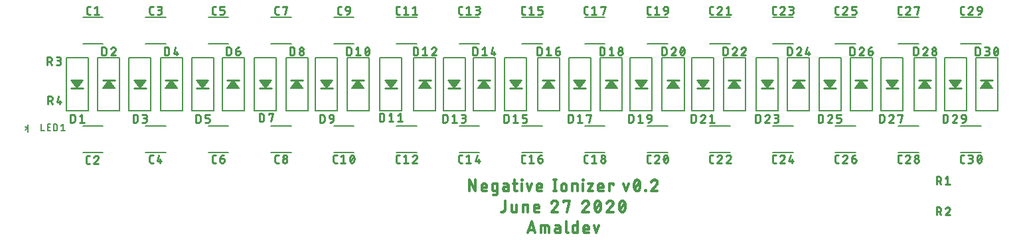
<source format=gbr>
G04 EAGLE Gerber RS-274X export*
G75*
%MOMM*%
%FSLAX34Y34*%
%LPD*%
%INSilkscreen Top*%
%IPPOS*%
%AMOC8*
5,1,8,0,0,1.08239X$1,22.5*%
G01*
%ADD10C,0.355600*%
%ADD11C,0.152400*%
%ADD12C,0.254000*%
%ADD13C,0.127000*%
%ADD14C,0.203200*%


D10*
X605117Y69558D02*
X605117Y83782D01*
X613020Y69558D01*
X613020Y83782D01*
X623389Y69558D02*
X627340Y69558D01*
X623389Y69558D02*
X623294Y69560D01*
X623198Y69566D01*
X623103Y69575D01*
X623009Y69589D01*
X622915Y69606D01*
X622822Y69627D01*
X622729Y69652D01*
X622638Y69680D01*
X622548Y69712D01*
X622460Y69748D01*
X622373Y69787D01*
X622287Y69830D01*
X622204Y69876D01*
X622122Y69925D01*
X622042Y69978D01*
X621965Y70034D01*
X621889Y70092D01*
X621817Y70154D01*
X621747Y70219D01*
X621679Y70287D01*
X621614Y70357D01*
X621552Y70429D01*
X621494Y70505D01*
X621438Y70582D01*
X621385Y70662D01*
X621336Y70744D01*
X621290Y70827D01*
X621247Y70913D01*
X621208Y71000D01*
X621172Y71088D01*
X621140Y71178D01*
X621112Y71269D01*
X621087Y71362D01*
X621066Y71455D01*
X621049Y71549D01*
X621035Y71643D01*
X621026Y71738D01*
X621020Y71834D01*
X621018Y71929D01*
X621018Y75880D01*
X621020Y75992D01*
X621026Y76103D01*
X621036Y76214D01*
X621049Y76325D01*
X621067Y76435D01*
X621089Y76544D01*
X621114Y76653D01*
X621143Y76761D01*
X621176Y76867D01*
X621213Y76973D01*
X621253Y77077D01*
X621297Y77179D01*
X621345Y77280D01*
X621396Y77379D01*
X621451Y77477D01*
X621509Y77572D01*
X621570Y77665D01*
X621635Y77756D01*
X621703Y77845D01*
X621774Y77931D01*
X621847Y78014D01*
X621924Y78095D01*
X622004Y78174D01*
X622086Y78249D01*
X622171Y78321D01*
X622258Y78391D01*
X622348Y78457D01*
X622440Y78520D01*
X622535Y78580D01*
X622631Y78636D01*
X622729Y78689D01*
X622829Y78738D01*
X622931Y78784D01*
X623034Y78826D01*
X623139Y78865D01*
X623245Y78900D01*
X623352Y78931D01*
X623460Y78958D01*
X623569Y78982D01*
X623679Y79001D01*
X623789Y79017D01*
X623900Y79029D01*
X624012Y79037D01*
X624123Y79041D01*
X624235Y79041D01*
X624346Y79037D01*
X624458Y79029D01*
X624569Y79017D01*
X624679Y79001D01*
X624789Y78982D01*
X624898Y78958D01*
X625006Y78931D01*
X625113Y78900D01*
X625219Y78865D01*
X625324Y78826D01*
X625427Y78784D01*
X625529Y78738D01*
X625629Y78689D01*
X625727Y78636D01*
X625823Y78580D01*
X625918Y78520D01*
X626010Y78457D01*
X626100Y78391D01*
X626187Y78321D01*
X626272Y78249D01*
X626354Y78174D01*
X626434Y78095D01*
X626511Y78014D01*
X626584Y77931D01*
X626655Y77845D01*
X626723Y77756D01*
X626788Y77665D01*
X626849Y77572D01*
X626907Y77477D01*
X626962Y77379D01*
X627013Y77280D01*
X627061Y77179D01*
X627105Y77077D01*
X627145Y76973D01*
X627182Y76867D01*
X627215Y76761D01*
X627244Y76653D01*
X627269Y76544D01*
X627291Y76435D01*
X627309Y76325D01*
X627322Y76214D01*
X627332Y76103D01*
X627338Y75992D01*
X627340Y75880D01*
X627340Y74299D01*
X621018Y74299D01*
X636803Y69558D02*
X640754Y69558D01*
X636803Y69558D02*
X636708Y69560D01*
X636612Y69566D01*
X636517Y69575D01*
X636423Y69589D01*
X636329Y69606D01*
X636236Y69627D01*
X636143Y69652D01*
X636052Y69680D01*
X635962Y69712D01*
X635874Y69748D01*
X635787Y69787D01*
X635701Y69830D01*
X635618Y69876D01*
X635536Y69925D01*
X635456Y69978D01*
X635379Y70034D01*
X635303Y70092D01*
X635231Y70154D01*
X635161Y70219D01*
X635093Y70287D01*
X635028Y70357D01*
X634966Y70429D01*
X634908Y70505D01*
X634852Y70582D01*
X634799Y70662D01*
X634750Y70744D01*
X634704Y70827D01*
X634661Y70913D01*
X634622Y71000D01*
X634586Y71088D01*
X634554Y71178D01*
X634526Y71269D01*
X634501Y71362D01*
X634480Y71455D01*
X634463Y71549D01*
X634449Y71643D01*
X634440Y71738D01*
X634434Y71834D01*
X634432Y71929D01*
X634432Y76670D01*
X634434Y76765D01*
X634440Y76861D01*
X634449Y76956D01*
X634463Y77050D01*
X634480Y77144D01*
X634501Y77237D01*
X634526Y77330D01*
X634554Y77421D01*
X634586Y77511D01*
X634622Y77599D01*
X634661Y77686D01*
X634704Y77772D01*
X634750Y77856D01*
X634799Y77937D01*
X634852Y78017D01*
X634908Y78094D01*
X634966Y78170D01*
X635028Y78242D01*
X635093Y78312D01*
X635161Y78380D01*
X635231Y78445D01*
X635303Y78507D01*
X635379Y78565D01*
X635456Y78621D01*
X635536Y78674D01*
X635618Y78723D01*
X635701Y78769D01*
X635787Y78812D01*
X635874Y78851D01*
X635962Y78887D01*
X636052Y78919D01*
X636143Y78947D01*
X636236Y78972D01*
X636329Y78993D01*
X636423Y79010D01*
X636517Y79024D01*
X636612Y79033D01*
X636708Y79039D01*
X636803Y79041D01*
X640754Y79041D01*
X640754Y67187D01*
X640752Y67092D01*
X640746Y66996D01*
X640737Y66901D01*
X640723Y66807D01*
X640706Y66713D01*
X640685Y66620D01*
X640660Y66527D01*
X640632Y66436D01*
X640600Y66346D01*
X640564Y66258D01*
X640525Y66171D01*
X640482Y66085D01*
X640436Y66002D01*
X640387Y65920D01*
X640334Y65840D01*
X640278Y65763D01*
X640220Y65687D01*
X640158Y65615D01*
X640093Y65545D01*
X640025Y65477D01*
X639955Y65412D01*
X639883Y65350D01*
X639807Y65292D01*
X639730Y65236D01*
X639650Y65183D01*
X639569Y65134D01*
X639485Y65088D01*
X639399Y65045D01*
X639312Y65006D01*
X639224Y64970D01*
X639134Y64938D01*
X639043Y64910D01*
X638950Y64885D01*
X638857Y64864D01*
X638763Y64847D01*
X638669Y64833D01*
X638574Y64824D01*
X638479Y64818D01*
X638383Y64816D01*
X638383Y64817D02*
X635222Y64817D01*
X651266Y75090D02*
X654822Y75090D01*
X651266Y75090D02*
X651163Y75088D01*
X651059Y75082D01*
X650956Y75073D01*
X650854Y75059D01*
X650752Y75042D01*
X650651Y75021D01*
X650550Y74996D01*
X650451Y74967D01*
X650352Y74935D01*
X650255Y74899D01*
X650160Y74859D01*
X650066Y74816D01*
X649974Y74769D01*
X649883Y74719D01*
X649794Y74666D01*
X649708Y74609D01*
X649623Y74550D01*
X649541Y74487D01*
X649462Y74421D01*
X649385Y74352D01*
X649310Y74280D01*
X649238Y74205D01*
X649169Y74128D01*
X649103Y74049D01*
X649040Y73967D01*
X648981Y73882D01*
X648924Y73796D01*
X648871Y73707D01*
X648821Y73616D01*
X648774Y73524D01*
X648731Y73430D01*
X648691Y73335D01*
X648655Y73238D01*
X648623Y73139D01*
X648594Y73040D01*
X648569Y72939D01*
X648548Y72838D01*
X648531Y72736D01*
X648517Y72634D01*
X648508Y72531D01*
X648502Y72427D01*
X648500Y72324D01*
X648502Y72221D01*
X648508Y72117D01*
X648517Y72014D01*
X648531Y71912D01*
X648548Y71810D01*
X648569Y71709D01*
X648594Y71608D01*
X648623Y71509D01*
X648655Y71410D01*
X648691Y71313D01*
X648731Y71218D01*
X648774Y71124D01*
X648821Y71032D01*
X648871Y70941D01*
X648924Y70852D01*
X648981Y70766D01*
X649040Y70681D01*
X649103Y70599D01*
X649169Y70520D01*
X649238Y70443D01*
X649310Y70368D01*
X649385Y70296D01*
X649462Y70227D01*
X649541Y70161D01*
X649623Y70098D01*
X649708Y70039D01*
X649794Y69982D01*
X649883Y69929D01*
X649974Y69879D01*
X650066Y69832D01*
X650160Y69789D01*
X650255Y69749D01*
X650352Y69713D01*
X650451Y69681D01*
X650550Y69652D01*
X650651Y69627D01*
X650752Y69606D01*
X650854Y69589D01*
X650956Y69575D01*
X651059Y69566D01*
X651163Y69560D01*
X651266Y69558D01*
X654822Y69558D01*
X654822Y76670D01*
X654820Y76765D01*
X654814Y76861D01*
X654805Y76956D01*
X654791Y77050D01*
X654774Y77144D01*
X654753Y77237D01*
X654728Y77330D01*
X654700Y77421D01*
X654668Y77511D01*
X654632Y77599D01*
X654593Y77686D01*
X654550Y77772D01*
X654504Y77856D01*
X654455Y77937D01*
X654402Y78017D01*
X654346Y78094D01*
X654288Y78170D01*
X654226Y78242D01*
X654161Y78312D01*
X654093Y78380D01*
X654023Y78445D01*
X653951Y78507D01*
X653875Y78565D01*
X653798Y78621D01*
X653718Y78674D01*
X653637Y78723D01*
X653553Y78769D01*
X653467Y78812D01*
X653380Y78851D01*
X653292Y78887D01*
X653202Y78919D01*
X653111Y78947D01*
X653018Y78972D01*
X652925Y78993D01*
X652831Y79010D01*
X652737Y79024D01*
X652642Y79033D01*
X652546Y79039D01*
X652451Y79041D01*
X649291Y79041D01*
X661197Y79041D02*
X665938Y79041D01*
X662777Y83782D02*
X662777Y71929D01*
X662779Y71834D01*
X662785Y71738D01*
X662794Y71643D01*
X662808Y71549D01*
X662825Y71455D01*
X662846Y71362D01*
X662871Y71269D01*
X662899Y71178D01*
X662931Y71088D01*
X662967Y71000D01*
X663006Y70913D01*
X663049Y70827D01*
X663095Y70744D01*
X663144Y70662D01*
X663197Y70582D01*
X663253Y70505D01*
X663311Y70429D01*
X663373Y70357D01*
X663438Y70287D01*
X663506Y70219D01*
X663576Y70154D01*
X663648Y70092D01*
X663724Y70034D01*
X663801Y69978D01*
X663881Y69925D01*
X663963Y69876D01*
X664046Y69830D01*
X664132Y69787D01*
X664219Y69748D01*
X664307Y69712D01*
X664397Y69680D01*
X664488Y69652D01*
X664581Y69627D01*
X664674Y69606D01*
X664768Y69589D01*
X664862Y69575D01*
X664957Y69566D01*
X665053Y69560D01*
X665148Y69558D01*
X665938Y69558D01*
X672114Y69558D02*
X672114Y79041D01*
X671719Y82992D02*
X671719Y83782D01*
X672510Y83782D01*
X672510Y82992D01*
X671719Y82992D01*
X678332Y79041D02*
X681493Y69558D01*
X684654Y79041D01*
X693729Y69558D02*
X697680Y69558D01*
X693729Y69558D02*
X693634Y69560D01*
X693538Y69566D01*
X693443Y69575D01*
X693349Y69589D01*
X693255Y69606D01*
X693162Y69627D01*
X693069Y69652D01*
X692978Y69680D01*
X692888Y69712D01*
X692800Y69748D01*
X692713Y69787D01*
X692627Y69830D01*
X692544Y69876D01*
X692462Y69925D01*
X692382Y69978D01*
X692305Y70034D01*
X692229Y70092D01*
X692157Y70154D01*
X692087Y70219D01*
X692019Y70287D01*
X691954Y70357D01*
X691892Y70429D01*
X691834Y70505D01*
X691778Y70582D01*
X691725Y70662D01*
X691676Y70744D01*
X691630Y70827D01*
X691587Y70913D01*
X691548Y71000D01*
X691512Y71088D01*
X691480Y71178D01*
X691452Y71269D01*
X691427Y71362D01*
X691406Y71455D01*
X691389Y71549D01*
X691375Y71643D01*
X691366Y71738D01*
X691360Y71834D01*
X691358Y71929D01*
X691358Y75880D01*
X691360Y75992D01*
X691366Y76103D01*
X691376Y76214D01*
X691389Y76325D01*
X691407Y76435D01*
X691429Y76544D01*
X691454Y76653D01*
X691483Y76761D01*
X691516Y76867D01*
X691553Y76973D01*
X691593Y77077D01*
X691637Y77179D01*
X691685Y77280D01*
X691736Y77379D01*
X691791Y77477D01*
X691849Y77572D01*
X691910Y77665D01*
X691975Y77756D01*
X692043Y77845D01*
X692114Y77931D01*
X692187Y78014D01*
X692264Y78095D01*
X692344Y78174D01*
X692426Y78249D01*
X692511Y78321D01*
X692598Y78391D01*
X692688Y78457D01*
X692780Y78520D01*
X692875Y78580D01*
X692971Y78636D01*
X693069Y78689D01*
X693169Y78738D01*
X693271Y78784D01*
X693374Y78826D01*
X693479Y78865D01*
X693585Y78900D01*
X693692Y78931D01*
X693800Y78958D01*
X693909Y78982D01*
X694019Y79001D01*
X694129Y79017D01*
X694240Y79029D01*
X694352Y79037D01*
X694463Y79041D01*
X694575Y79041D01*
X694686Y79037D01*
X694798Y79029D01*
X694909Y79017D01*
X695019Y79001D01*
X695129Y78982D01*
X695238Y78958D01*
X695346Y78931D01*
X695453Y78900D01*
X695559Y78865D01*
X695664Y78826D01*
X695767Y78784D01*
X695869Y78738D01*
X695969Y78689D01*
X696067Y78636D01*
X696163Y78580D01*
X696258Y78520D01*
X696350Y78457D01*
X696440Y78391D01*
X696527Y78321D01*
X696612Y78249D01*
X696694Y78174D01*
X696774Y78095D01*
X696851Y78014D01*
X696924Y77931D01*
X696995Y77845D01*
X697063Y77756D01*
X697128Y77665D01*
X697189Y77572D01*
X697247Y77477D01*
X697302Y77379D01*
X697353Y77280D01*
X697401Y77179D01*
X697445Y77077D01*
X697485Y76973D01*
X697522Y76867D01*
X697555Y76761D01*
X697584Y76653D01*
X697609Y76544D01*
X697631Y76435D01*
X697649Y76325D01*
X697662Y76214D01*
X697672Y76103D01*
X697678Y75992D01*
X697680Y75880D01*
X697680Y74299D01*
X691358Y74299D01*
X714319Y69558D02*
X714319Y83782D01*
X712738Y69558D02*
X715899Y69558D01*
X715899Y83782D02*
X712738Y83782D01*
X722621Y75880D02*
X722621Y72719D01*
X722621Y75880D02*
X722623Y75992D01*
X722629Y76103D01*
X722639Y76214D01*
X722652Y76325D01*
X722670Y76435D01*
X722692Y76544D01*
X722717Y76653D01*
X722746Y76761D01*
X722779Y76867D01*
X722816Y76973D01*
X722856Y77077D01*
X722900Y77179D01*
X722948Y77280D01*
X722999Y77379D01*
X723054Y77477D01*
X723112Y77572D01*
X723173Y77665D01*
X723238Y77756D01*
X723306Y77845D01*
X723377Y77931D01*
X723450Y78014D01*
X723527Y78095D01*
X723607Y78174D01*
X723689Y78249D01*
X723774Y78321D01*
X723861Y78391D01*
X723951Y78457D01*
X724043Y78520D01*
X724138Y78580D01*
X724234Y78636D01*
X724332Y78689D01*
X724432Y78738D01*
X724534Y78784D01*
X724637Y78826D01*
X724742Y78865D01*
X724848Y78900D01*
X724955Y78931D01*
X725063Y78958D01*
X725172Y78982D01*
X725282Y79001D01*
X725392Y79017D01*
X725503Y79029D01*
X725615Y79037D01*
X725726Y79041D01*
X725838Y79041D01*
X725949Y79037D01*
X726061Y79029D01*
X726172Y79017D01*
X726282Y79001D01*
X726392Y78982D01*
X726501Y78958D01*
X726609Y78931D01*
X726716Y78900D01*
X726822Y78865D01*
X726927Y78826D01*
X727030Y78784D01*
X727132Y78738D01*
X727232Y78689D01*
X727330Y78636D01*
X727426Y78580D01*
X727521Y78520D01*
X727613Y78457D01*
X727703Y78391D01*
X727790Y78321D01*
X727875Y78249D01*
X727957Y78174D01*
X728037Y78095D01*
X728114Y78014D01*
X728187Y77931D01*
X728258Y77845D01*
X728326Y77756D01*
X728391Y77665D01*
X728452Y77572D01*
X728510Y77477D01*
X728565Y77379D01*
X728616Y77280D01*
X728664Y77179D01*
X728708Y77077D01*
X728748Y76973D01*
X728785Y76867D01*
X728818Y76761D01*
X728847Y76653D01*
X728872Y76544D01*
X728894Y76435D01*
X728912Y76325D01*
X728925Y76214D01*
X728935Y76103D01*
X728941Y75992D01*
X728943Y75880D01*
X728942Y75880D02*
X728942Y72719D01*
X728943Y72719D02*
X728941Y72607D01*
X728935Y72496D01*
X728925Y72385D01*
X728912Y72274D01*
X728894Y72164D01*
X728872Y72055D01*
X728847Y71946D01*
X728818Y71838D01*
X728785Y71732D01*
X728748Y71626D01*
X728708Y71522D01*
X728664Y71420D01*
X728616Y71319D01*
X728565Y71220D01*
X728510Y71122D01*
X728452Y71027D01*
X728391Y70934D01*
X728326Y70843D01*
X728258Y70754D01*
X728187Y70668D01*
X728114Y70585D01*
X728037Y70504D01*
X727957Y70425D01*
X727875Y70350D01*
X727790Y70278D01*
X727703Y70208D01*
X727613Y70142D01*
X727521Y70079D01*
X727426Y70019D01*
X727330Y69963D01*
X727232Y69910D01*
X727132Y69861D01*
X727030Y69815D01*
X726927Y69773D01*
X726822Y69734D01*
X726716Y69699D01*
X726609Y69668D01*
X726501Y69641D01*
X726392Y69617D01*
X726282Y69598D01*
X726172Y69582D01*
X726061Y69570D01*
X725949Y69562D01*
X725838Y69558D01*
X725726Y69558D01*
X725615Y69562D01*
X725503Y69570D01*
X725392Y69582D01*
X725282Y69598D01*
X725172Y69617D01*
X725063Y69641D01*
X724955Y69668D01*
X724848Y69699D01*
X724742Y69734D01*
X724637Y69773D01*
X724534Y69815D01*
X724432Y69861D01*
X724332Y69910D01*
X724234Y69963D01*
X724138Y70019D01*
X724043Y70079D01*
X723951Y70142D01*
X723861Y70208D01*
X723774Y70278D01*
X723689Y70350D01*
X723607Y70425D01*
X723527Y70504D01*
X723450Y70585D01*
X723377Y70668D01*
X723306Y70754D01*
X723238Y70843D01*
X723173Y70934D01*
X723112Y71027D01*
X723054Y71122D01*
X722999Y71220D01*
X722948Y71319D01*
X722900Y71420D01*
X722856Y71522D01*
X722816Y71626D01*
X722779Y71732D01*
X722746Y71838D01*
X722717Y71946D01*
X722692Y72055D01*
X722670Y72164D01*
X722652Y72274D01*
X722639Y72385D01*
X722629Y72496D01*
X722623Y72607D01*
X722621Y72719D01*
X736689Y69558D02*
X736689Y79041D01*
X740640Y79041D01*
X740735Y79039D01*
X740831Y79033D01*
X740926Y79024D01*
X741020Y79010D01*
X741114Y78993D01*
X741207Y78972D01*
X741300Y78947D01*
X741391Y78919D01*
X741481Y78887D01*
X741569Y78851D01*
X741656Y78812D01*
X741742Y78769D01*
X741826Y78723D01*
X741907Y78674D01*
X741987Y78621D01*
X742064Y78565D01*
X742140Y78507D01*
X742212Y78445D01*
X742282Y78380D01*
X742350Y78312D01*
X742415Y78242D01*
X742477Y78170D01*
X742535Y78094D01*
X742591Y78017D01*
X742644Y77937D01*
X742693Y77856D01*
X742739Y77772D01*
X742782Y77686D01*
X742821Y77599D01*
X742857Y77511D01*
X742889Y77421D01*
X742917Y77330D01*
X742942Y77237D01*
X742963Y77144D01*
X742980Y77050D01*
X742994Y76956D01*
X743003Y76861D01*
X743009Y76765D01*
X743011Y76670D01*
X743011Y69558D01*
X750270Y69558D02*
X750270Y79041D01*
X749875Y82992D02*
X749875Y83782D01*
X750666Y83782D01*
X750666Y82992D01*
X749875Y82992D01*
X756488Y79041D02*
X762810Y79041D01*
X756488Y69558D01*
X762810Y69558D01*
X771885Y69558D02*
X775836Y69558D01*
X771885Y69558D02*
X771790Y69560D01*
X771694Y69566D01*
X771599Y69575D01*
X771505Y69589D01*
X771411Y69606D01*
X771318Y69627D01*
X771225Y69652D01*
X771134Y69680D01*
X771044Y69712D01*
X770956Y69748D01*
X770869Y69787D01*
X770783Y69830D01*
X770700Y69876D01*
X770618Y69925D01*
X770538Y69978D01*
X770461Y70034D01*
X770385Y70092D01*
X770313Y70154D01*
X770243Y70219D01*
X770175Y70287D01*
X770110Y70357D01*
X770048Y70429D01*
X769990Y70505D01*
X769934Y70582D01*
X769881Y70662D01*
X769832Y70744D01*
X769786Y70827D01*
X769743Y70913D01*
X769704Y71000D01*
X769668Y71088D01*
X769636Y71178D01*
X769608Y71269D01*
X769583Y71362D01*
X769562Y71455D01*
X769545Y71549D01*
X769531Y71643D01*
X769522Y71738D01*
X769516Y71834D01*
X769514Y71929D01*
X769514Y75880D01*
X769516Y75992D01*
X769522Y76103D01*
X769532Y76214D01*
X769545Y76325D01*
X769563Y76435D01*
X769585Y76544D01*
X769610Y76653D01*
X769639Y76761D01*
X769672Y76867D01*
X769709Y76973D01*
X769749Y77077D01*
X769793Y77179D01*
X769841Y77280D01*
X769892Y77379D01*
X769947Y77477D01*
X770005Y77572D01*
X770066Y77665D01*
X770131Y77756D01*
X770199Y77845D01*
X770270Y77931D01*
X770343Y78014D01*
X770420Y78095D01*
X770500Y78174D01*
X770582Y78249D01*
X770667Y78321D01*
X770754Y78391D01*
X770844Y78457D01*
X770936Y78520D01*
X771031Y78580D01*
X771127Y78636D01*
X771225Y78689D01*
X771325Y78738D01*
X771427Y78784D01*
X771530Y78826D01*
X771635Y78865D01*
X771741Y78900D01*
X771848Y78931D01*
X771956Y78958D01*
X772065Y78982D01*
X772175Y79001D01*
X772285Y79017D01*
X772396Y79029D01*
X772508Y79037D01*
X772619Y79041D01*
X772731Y79041D01*
X772842Y79037D01*
X772954Y79029D01*
X773065Y79017D01*
X773175Y79001D01*
X773285Y78982D01*
X773394Y78958D01*
X773502Y78931D01*
X773609Y78900D01*
X773715Y78865D01*
X773820Y78826D01*
X773923Y78784D01*
X774025Y78738D01*
X774125Y78689D01*
X774223Y78636D01*
X774319Y78580D01*
X774414Y78520D01*
X774506Y78457D01*
X774596Y78391D01*
X774683Y78321D01*
X774768Y78249D01*
X774850Y78174D01*
X774930Y78095D01*
X775007Y78014D01*
X775080Y77931D01*
X775151Y77845D01*
X775219Y77756D01*
X775284Y77665D01*
X775345Y77572D01*
X775403Y77477D01*
X775458Y77379D01*
X775509Y77280D01*
X775557Y77179D01*
X775601Y77077D01*
X775641Y76973D01*
X775678Y76867D01*
X775711Y76761D01*
X775740Y76653D01*
X775765Y76544D01*
X775787Y76435D01*
X775805Y76325D01*
X775818Y76214D01*
X775828Y76103D01*
X775834Y75992D01*
X775836Y75880D01*
X775836Y74299D01*
X769514Y74299D01*
X783736Y69558D02*
X783736Y79041D01*
X788478Y79041D01*
X788478Y77460D01*
X801819Y79041D02*
X804980Y69558D01*
X808141Y79041D01*
X815096Y76670D02*
X815099Y76950D01*
X815109Y77229D01*
X815126Y77509D01*
X815149Y77788D01*
X815179Y78066D01*
X815216Y78343D01*
X815259Y78620D01*
X815309Y78895D01*
X815366Y79169D01*
X815428Y79442D01*
X815498Y79713D01*
X815574Y79982D01*
X815656Y80250D01*
X815745Y80515D01*
X815840Y80778D01*
X815941Y81039D01*
X816048Y81298D01*
X816162Y81554D01*
X816281Y81807D01*
X816282Y81806D02*
X816318Y81907D01*
X816359Y82005D01*
X816402Y82103D01*
X816449Y82198D01*
X816500Y82292D01*
X816554Y82384D01*
X816611Y82474D01*
X816672Y82562D01*
X816736Y82648D01*
X816802Y82731D01*
X816872Y82811D01*
X816945Y82890D01*
X817021Y82965D01*
X817099Y83037D01*
X817180Y83107D01*
X817263Y83174D01*
X817348Y83237D01*
X817436Y83298D01*
X817526Y83355D01*
X817619Y83409D01*
X817713Y83459D01*
X817808Y83506D01*
X817906Y83550D01*
X818005Y83590D01*
X818105Y83626D01*
X818207Y83658D01*
X818309Y83687D01*
X818413Y83712D01*
X818518Y83733D01*
X818623Y83751D01*
X818729Y83765D01*
X818835Y83774D01*
X818941Y83780D01*
X819048Y83782D01*
X819155Y83780D01*
X819261Y83774D01*
X819367Y83765D01*
X819473Y83751D01*
X819578Y83733D01*
X819683Y83712D01*
X819787Y83687D01*
X819889Y83658D01*
X819991Y83626D01*
X820091Y83590D01*
X820190Y83550D01*
X820288Y83506D01*
X820383Y83459D01*
X820477Y83409D01*
X820570Y83355D01*
X820660Y83298D01*
X820748Y83237D01*
X820833Y83174D01*
X820916Y83107D01*
X820997Y83037D01*
X821075Y82965D01*
X821151Y82890D01*
X821224Y82811D01*
X821294Y82731D01*
X821360Y82648D01*
X821424Y82562D01*
X821485Y82474D01*
X821542Y82384D01*
X821596Y82292D01*
X821647Y82198D01*
X821694Y82103D01*
X821737Y82005D01*
X821778Y81907D01*
X821814Y81806D01*
X821814Y81807D02*
X821933Y81554D01*
X822047Y81298D01*
X822154Y81039D01*
X822255Y80779D01*
X822350Y80515D01*
X822439Y80250D01*
X822521Y79982D01*
X822597Y79713D01*
X822667Y79442D01*
X822729Y79169D01*
X822786Y78895D01*
X822836Y78620D01*
X822879Y78343D01*
X822916Y78066D01*
X822946Y77788D01*
X822969Y77509D01*
X822986Y77229D01*
X822996Y76950D01*
X822999Y76670D01*
X815097Y76670D02*
X815100Y76390D01*
X815110Y76111D01*
X815127Y75831D01*
X815150Y75552D01*
X815180Y75274D01*
X815217Y74997D01*
X815260Y74720D01*
X815310Y74445D01*
X815367Y74171D01*
X815429Y73898D01*
X815499Y73627D01*
X815575Y73358D01*
X815657Y73090D01*
X815746Y72825D01*
X815841Y72562D01*
X815942Y72301D01*
X816049Y72042D01*
X816163Y71787D01*
X816282Y71534D01*
X816319Y71433D01*
X816359Y71335D01*
X816402Y71237D01*
X816449Y71141D01*
X816500Y71048D01*
X816554Y70956D01*
X816611Y70866D01*
X816672Y70778D01*
X816736Y70692D01*
X816803Y70609D01*
X816872Y70528D01*
X816945Y70450D01*
X817021Y70375D01*
X817099Y70303D01*
X817180Y70233D01*
X817263Y70166D01*
X817348Y70103D01*
X817436Y70042D01*
X817526Y69985D01*
X817619Y69931D01*
X817713Y69881D01*
X817808Y69834D01*
X817906Y69790D01*
X818005Y69750D01*
X818105Y69714D01*
X818207Y69682D01*
X818309Y69653D01*
X818413Y69628D01*
X818518Y69607D01*
X818623Y69589D01*
X818729Y69575D01*
X818835Y69566D01*
X818941Y69560D01*
X819048Y69558D01*
X821814Y71533D02*
X821933Y71786D01*
X822047Y72042D01*
X822154Y72301D01*
X822255Y72561D01*
X822350Y72825D01*
X822439Y73090D01*
X822521Y73358D01*
X822597Y73627D01*
X822667Y73898D01*
X822729Y74171D01*
X822786Y74445D01*
X822836Y74720D01*
X822879Y74997D01*
X822916Y75274D01*
X822946Y75552D01*
X822969Y75831D01*
X822986Y76111D01*
X822996Y76390D01*
X822999Y76670D01*
X821814Y71534D02*
X821778Y71433D01*
X821737Y71335D01*
X821694Y71237D01*
X821647Y71142D01*
X821596Y71048D01*
X821542Y70956D01*
X821485Y70866D01*
X821424Y70778D01*
X821360Y70692D01*
X821294Y70609D01*
X821224Y70529D01*
X821151Y70450D01*
X821075Y70375D01*
X820997Y70303D01*
X820916Y70233D01*
X820833Y70166D01*
X820748Y70103D01*
X820660Y70042D01*
X820570Y69985D01*
X820477Y69931D01*
X820383Y69881D01*
X820288Y69834D01*
X820190Y69790D01*
X820091Y69750D01*
X819991Y69714D01*
X819889Y69682D01*
X819787Y69653D01*
X819683Y69628D01*
X819578Y69607D01*
X819473Y69589D01*
X819367Y69575D01*
X819261Y69566D01*
X819155Y69560D01*
X819048Y69558D01*
X815887Y72719D02*
X822209Y80621D01*
X829594Y70348D02*
X829594Y69558D01*
X829594Y70348D02*
X830385Y70348D01*
X830385Y69558D01*
X829594Y69558D01*
X841327Y83782D02*
X841443Y83780D01*
X841560Y83774D01*
X841676Y83765D01*
X841791Y83752D01*
X841906Y83735D01*
X842021Y83714D01*
X842134Y83689D01*
X842247Y83661D01*
X842359Y83629D01*
X842470Y83593D01*
X842580Y83554D01*
X842688Y83511D01*
X842795Y83465D01*
X842900Y83415D01*
X843003Y83362D01*
X843105Y83306D01*
X843205Y83246D01*
X843303Y83183D01*
X843398Y83116D01*
X843492Y83047D01*
X843583Y82975D01*
X843672Y82900D01*
X843758Y82821D01*
X843841Y82740D01*
X843922Y82657D01*
X844001Y82571D01*
X844076Y82482D01*
X844148Y82391D01*
X844217Y82297D01*
X844284Y82202D01*
X844347Y82104D01*
X844407Y82004D01*
X844463Y81902D01*
X844516Y81799D01*
X844566Y81694D01*
X844612Y81587D01*
X844655Y81479D01*
X844694Y81369D01*
X844730Y81258D01*
X844762Y81146D01*
X844790Y81033D01*
X844815Y80920D01*
X844836Y80805D01*
X844853Y80690D01*
X844866Y80575D01*
X844875Y80459D01*
X844881Y80342D01*
X844883Y80226D01*
X841327Y83783D02*
X841193Y83781D01*
X841060Y83775D01*
X840927Y83765D01*
X840794Y83752D01*
X840661Y83734D01*
X840529Y83713D01*
X840398Y83688D01*
X840268Y83659D01*
X840138Y83626D01*
X840010Y83589D01*
X839882Y83549D01*
X839756Y83504D01*
X839631Y83457D01*
X839508Y83405D01*
X839386Y83350D01*
X839266Y83292D01*
X839148Y83230D01*
X839031Y83164D01*
X838917Y83096D01*
X838804Y83023D01*
X838694Y82948D01*
X838586Y82869D01*
X838480Y82788D01*
X838377Y82703D01*
X838276Y82615D01*
X838178Y82525D01*
X838083Y82431D01*
X837990Y82335D01*
X837900Y82236D01*
X837813Y82134D01*
X837729Y82030D01*
X837648Y81924D01*
X837571Y81815D01*
X837496Y81704D01*
X837425Y81591D01*
X837357Y81476D01*
X837293Y81359D01*
X837232Y81240D01*
X837174Y81119D01*
X837120Y80997D01*
X837070Y80873D01*
X837023Y80748D01*
X836980Y80622D01*
X843697Y77461D02*
X843782Y77544D01*
X843864Y77630D01*
X843943Y77718D01*
X844020Y77809D01*
X844094Y77902D01*
X844165Y77998D01*
X844233Y78096D01*
X844297Y78195D01*
X844359Y78297D01*
X844418Y78401D01*
X844473Y78506D01*
X844525Y78613D01*
X844573Y78722D01*
X844618Y78832D01*
X844660Y78943D01*
X844698Y79056D01*
X844733Y79169D01*
X844764Y79284D01*
X844792Y79400D01*
X844816Y79516D01*
X844836Y79634D01*
X844852Y79751D01*
X844865Y79870D01*
X844875Y79988D01*
X844880Y80107D01*
X844882Y80226D01*
X843697Y77460D02*
X836980Y69558D01*
X844883Y69558D01*
X650566Y57112D02*
X650566Y46049D01*
X650564Y45939D01*
X650558Y45828D01*
X650549Y45719D01*
X650535Y45609D01*
X650518Y45500D01*
X650497Y45392D01*
X650472Y45284D01*
X650444Y45178D01*
X650411Y45072D01*
X650375Y44968D01*
X650336Y44865D01*
X650293Y44763D01*
X650246Y44663D01*
X650196Y44565D01*
X650143Y44468D01*
X650086Y44374D01*
X650026Y44281D01*
X649962Y44191D01*
X649896Y44103D01*
X649826Y44017D01*
X649754Y43934D01*
X649679Y43853D01*
X649601Y43775D01*
X649520Y43700D01*
X649437Y43628D01*
X649351Y43558D01*
X649263Y43492D01*
X649173Y43428D01*
X649080Y43368D01*
X648986Y43311D01*
X648889Y43258D01*
X648791Y43208D01*
X648691Y43161D01*
X648589Y43118D01*
X648486Y43079D01*
X648382Y43043D01*
X648276Y43010D01*
X648170Y42982D01*
X648062Y42957D01*
X647954Y42936D01*
X647845Y42919D01*
X647735Y42905D01*
X647626Y42896D01*
X647515Y42890D01*
X647405Y42888D01*
X645825Y42888D01*
X658987Y45259D02*
X658987Y52371D01*
X658987Y45259D02*
X658989Y45164D01*
X658995Y45068D01*
X659004Y44973D01*
X659018Y44879D01*
X659035Y44785D01*
X659056Y44692D01*
X659081Y44599D01*
X659109Y44508D01*
X659141Y44418D01*
X659177Y44330D01*
X659216Y44243D01*
X659259Y44157D01*
X659305Y44074D01*
X659354Y43992D01*
X659407Y43912D01*
X659463Y43835D01*
X659521Y43759D01*
X659583Y43687D01*
X659648Y43617D01*
X659716Y43549D01*
X659786Y43484D01*
X659858Y43422D01*
X659934Y43364D01*
X660011Y43308D01*
X660091Y43255D01*
X660173Y43206D01*
X660256Y43160D01*
X660342Y43117D01*
X660429Y43078D01*
X660517Y43042D01*
X660607Y43010D01*
X660698Y42982D01*
X660791Y42957D01*
X660884Y42936D01*
X660978Y42919D01*
X661072Y42905D01*
X661167Y42896D01*
X661263Y42890D01*
X661358Y42888D01*
X665309Y42888D01*
X665309Y52371D01*
X673577Y52371D02*
X673577Y42888D01*
X673577Y52371D02*
X677528Y52371D01*
X677623Y52369D01*
X677719Y52363D01*
X677814Y52354D01*
X677908Y52340D01*
X678002Y52323D01*
X678095Y52302D01*
X678188Y52277D01*
X678279Y52249D01*
X678369Y52217D01*
X678457Y52181D01*
X678544Y52142D01*
X678630Y52099D01*
X678714Y52053D01*
X678795Y52004D01*
X678875Y51951D01*
X678952Y51895D01*
X679028Y51837D01*
X679100Y51775D01*
X679170Y51710D01*
X679238Y51642D01*
X679303Y51572D01*
X679365Y51500D01*
X679423Y51424D01*
X679479Y51347D01*
X679532Y51267D01*
X679581Y51186D01*
X679627Y51102D01*
X679670Y51016D01*
X679709Y50929D01*
X679745Y50841D01*
X679777Y50751D01*
X679805Y50660D01*
X679830Y50567D01*
X679851Y50474D01*
X679868Y50380D01*
X679882Y50286D01*
X679891Y50191D01*
X679897Y50095D01*
X679899Y50000D01*
X679898Y50000D02*
X679898Y42888D01*
X690015Y42888D02*
X693966Y42888D01*
X690015Y42888D02*
X689920Y42890D01*
X689824Y42896D01*
X689729Y42905D01*
X689635Y42919D01*
X689541Y42936D01*
X689448Y42957D01*
X689355Y42982D01*
X689264Y43010D01*
X689174Y43042D01*
X689086Y43078D01*
X688999Y43117D01*
X688913Y43160D01*
X688830Y43206D01*
X688748Y43255D01*
X688668Y43308D01*
X688591Y43364D01*
X688515Y43422D01*
X688443Y43484D01*
X688373Y43549D01*
X688305Y43617D01*
X688240Y43687D01*
X688178Y43759D01*
X688120Y43835D01*
X688064Y43912D01*
X688011Y43992D01*
X687962Y44074D01*
X687916Y44157D01*
X687873Y44243D01*
X687834Y44330D01*
X687798Y44418D01*
X687766Y44508D01*
X687738Y44599D01*
X687713Y44692D01*
X687692Y44785D01*
X687675Y44879D01*
X687661Y44973D01*
X687652Y45068D01*
X687646Y45164D01*
X687644Y45259D01*
X687645Y45259D02*
X687645Y49210D01*
X687647Y49322D01*
X687653Y49433D01*
X687663Y49544D01*
X687676Y49655D01*
X687694Y49765D01*
X687716Y49874D01*
X687741Y49983D01*
X687770Y50091D01*
X687803Y50197D01*
X687840Y50303D01*
X687880Y50407D01*
X687924Y50509D01*
X687972Y50610D01*
X688023Y50709D01*
X688078Y50807D01*
X688136Y50902D01*
X688197Y50995D01*
X688262Y51086D01*
X688330Y51175D01*
X688401Y51261D01*
X688474Y51344D01*
X688551Y51425D01*
X688631Y51504D01*
X688713Y51579D01*
X688798Y51651D01*
X688885Y51721D01*
X688975Y51787D01*
X689067Y51850D01*
X689162Y51910D01*
X689258Y51966D01*
X689356Y52019D01*
X689456Y52068D01*
X689558Y52114D01*
X689661Y52156D01*
X689766Y52195D01*
X689872Y52230D01*
X689979Y52261D01*
X690087Y52288D01*
X690196Y52312D01*
X690306Y52331D01*
X690416Y52347D01*
X690527Y52359D01*
X690639Y52367D01*
X690750Y52371D01*
X690862Y52371D01*
X690973Y52367D01*
X691085Y52359D01*
X691196Y52347D01*
X691306Y52331D01*
X691416Y52312D01*
X691525Y52288D01*
X691633Y52261D01*
X691740Y52230D01*
X691846Y52195D01*
X691951Y52156D01*
X692054Y52114D01*
X692156Y52068D01*
X692256Y52019D01*
X692354Y51966D01*
X692450Y51910D01*
X692545Y51850D01*
X692637Y51787D01*
X692727Y51721D01*
X692814Y51651D01*
X692899Y51579D01*
X692981Y51504D01*
X693061Y51425D01*
X693138Y51344D01*
X693211Y51261D01*
X693282Y51175D01*
X693350Y51086D01*
X693415Y50995D01*
X693476Y50902D01*
X693534Y50807D01*
X693589Y50709D01*
X693640Y50610D01*
X693688Y50509D01*
X693732Y50407D01*
X693772Y50303D01*
X693809Y50197D01*
X693842Y50091D01*
X693871Y49983D01*
X693896Y49874D01*
X693918Y49765D01*
X693936Y49655D01*
X693949Y49544D01*
X693959Y49433D01*
X693965Y49322D01*
X693967Y49210D01*
X693966Y49210D02*
X693966Y47629D01*
X687645Y47629D01*
X714126Y57112D02*
X714242Y57110D01*
X714359Y57104D01*
X714475Y57095D01*
X714590Y57082D01*
X714705Y57065D01*
X714820Y57044D01*
X714933Y57019D01*
X715046Y56991D01*
X715158Y56959D01*
X715269Y56923D01*
X715379Y56884D01*
X715487Y56841D01*
X715594Y56795D01*
X715699Y56745D01*
X715802Y56692D01*
X715904Y56636D01*
X716004Y56576D01*
X716102Y56513D01*
X716197Y56446D01*
X716291Y56377D01*
X716382Y56305D01*
X716471Y56230D01*
X716557Y56151D01*
X716640Y56070D01*
X716721Y55987D01*
X716800Y55901D01*
X716875Y55812D01*
X716947Y55721D01*
X717016Y55627D01*
X717083Y55532D01*
X717146Y55434D01*
X717206Y55334D01*
X717262Y55232D01*
X717315Y55129D01*
X717365Y55024D01*
X717411Y54917D01*
X717454Y54809D01*
X717493Y54699D01*
X717529Y54588D01*
X717561Y54476D01*
X717589Y54363D01*
X717614Y54250D01*
X717635Y54135D01*
X717652Y54020D01*
X717665Y53905D01*
X717674Y53789D01*
X717680Y53672D01*
X717682Y53556D01*
X714126Y57113D02*
X713992Y57111D01*
X713859Y57105D01*
X713726Y57095D01*
X713593Y57082D01*
X713460Y57064D01*
X713328Y57043D01*
X713197Y57018D01*
X713067Y56989D01*
X712937Y56956D01*
X712809Y56919D01*
X712681Y56879D01*
X712555Y56834D01*
X712430Y56787D01*
X712307Y56735D01*
X712185Y56680D01*
X712065Y56622D01*
X711947Y56560D01*
X711830Y56494D01*
X711716Y56426D01*
X711603Y56353D01*
X711493Y56278D01*
X711385Y56199D01*
X711279Y56118D01*
X711176Y56033D01*
X711075Y55945D01*
X710977Y55855D01*
X710882Y55761D01*
X710789Y55665D01*
X710699Y55566D01*
X710612Y55464D01*
X710528Y55360D01*
X710447Y55254D01*
X710370Y55145D01*
X710295Y55034D01*
X710224Y54921D01*
X710156Y54806D01*
X710092Y54689D01*
X710031Y54570D01*
X709973Y54449D01*
X709919Y54327D01*
X709869Y54203D01*
X709822Y54078D01*
X709779Y53952D01*
X716497Y50791D02*
X716582Y50874D01*
X716664Y50960D01*
X716743Y51048D01*
X716820Y51139D01*
X716894Y51232D01*
X716965Y51328D01*
X717033Y51426D01*
X717097Y51525D01*
X717159Y51627D01*
X717218Y51731D01*
X717273Y51836D01*
X717325Y51943D01*
X717373Y52052D01*
X717418Y52162D01*
X717460Y52273D01*
X717498Y52386D01*
X717533Y52499D01*
X717564Y52614D01*
X717592Y52730D01*
X717616Y52846D01*
X717636Y52964D01*
X717652Y53081D01*
X717665Y53200D01*
X717675Y53318D01*
X717680Y53437D01*
X717682Y53556D01*
X716497Y50790D02*
X709780Y42888D01*
X717682Y42888D01*
X725411Y55532D02*
X725411Y57112D01*
X733314Y57112D01*
X729362Y42888D01*
X753725Y57112D02*
X753841Y57110D01*
X753958Y57104D01*
X754074Y57095D01*
X754189Y57082D01*
X754304Y57065D01*
X754419Y57044D01*
X754532Y57019D01*
X754645Y56991D01*
X754757Y56959D01*
X754868Y56923D01*
X754978Y56884D01*
X755086Y56841D01*
X755193Y56795D01*
X755298Y56745D01*
X755401Y56692D01*
X755503Y56636D01*
X755603Y56576D01*
X755701Y56513D01*
X755796Y56446D01*
X755890Y56377D01*
X755981Y56305D01*
X756070Y56230D01*
X756156Y56151D01*
X756239Y56070D01*
X756320Y55987D01*
X756399Y55901D01*
X756474Y55812D01*
X756546Y55721D01*
X756615Y55627D01*
X756682Y55532D01*
X756745Y55434D01*
X756805Y55334D01*
X756861Y55232D01*
X756914Y55129D01*
X756964Y55024D01*
X757010Y54917D01*
X757053Y54809D01*
X757092Y54699D01*
X757128Y54588D01*
X757160Y54476D01*
X757188Y54363D01*
X757213Y54250D01*
X757234Y54135D01*
X757251Y54020D01*
X757264Y53905D01*
X757273Y53789D01*
X757279Y53672D01*
X757281Y53556D01*
X753725Y57113D02*
X753591Y57111D01*
X753458Y57105D01*
X753325Y57095D01*
X753192Y57082D01*
X753059Y57064D01*
X752927Y57043D01*
X752796Y57018D01*
X752666Y56989D01*
X752536Y56956D01*
X752408Y56919D01*
X752280Y56879D01*
X752154Y56834D01*
X752029Y56787D01*
X751906Y56735D01*
X751784Y56680D01*
X751664Y56622D01*
X751546Y56560D01*
X751429Y56494D01*
X751315Y56426D01*
X751202Y56353D01*
X751092Y56278D01*
X750984Y56199D01*
X750878Y56118D01*
X750775Y56033D01*
X750674Y55945D01*
X750576Y55855D01*
X750481Y55761D01*
X750388Y55665D01*
X750298Y55566D01*
X750211Y55464D01*
X750127Y55360D01*
X750046Y55254D01*
X749969Y55145D01*
X749894Y55034D01*
X749823Y54921D01*
X749755Y54806D01*
X749691Y54689D01*
X749630Y54570D01*
X749572Y54449D01*
X749518Y54327D01*
X749468Y54203D01*
X749421Y54078D01*
X749378Y53952D01*
X756096Y50791D02*
X756181Y50874D01*
X756263Y50960D01*
X756342Y51048D01*
X756419Y51139D01*
X756493Y51232D01*
X756564Y51328D01*
X756632Y51426D01*
X756696Y51525D01*
X756758Y51627D01*
X756817Y51731D01*
X756872Y51836D01*
X756924Y51943D01*
X756972Y52052D01*
X757017Y52162D01*
X757059Y52273D01*
X757097Y52386D01*
X757132Y52499D01*
X757163Y52614D01*
X757191Y52730D01*
X757215Y52846D01*
X757235Y52964D01*
X757251Y53081D01*
X757264Y53200D01*
X757274Y53318D01*
X757279Y53437D01*
X757281Y53556D01*
X756096Y50790D02*
X749379Y42888D01*
X757281Y42888D01*
X765010Y50000D02*
X765013Y50280D01*
X765023Y50559D01*
X765040Y50839D01*
X765063Y51118D01*
X765093Y51396D01*
X765130Y51673D01*
X765173Y51950D01*
X765223Y52225D01*
X765280Y52499D01*
X765342Y52772D01*
X765412Y53043D01*
X765488Y53312D01*
X765570Y53580D01*
X765659Y53845D01*
X765754Y54108D01*
X765855Y54369D01*
X765962Y54628D01*
X766076Y54884D01*
X766195Y55137D01*
X766196Y55136D02*
X766232Y55237D01*
X766273Y55335D01*
X766316Y55433D01*
X766363Y55528D01*
X766414Y55622D01*
X766468Y55714D01*
X766525Y55804D01*
X766586Y55892D01*
X766650Y55978D01*
X766716Y56061D01*
X766786Y56141D01*
X766859Y56220D01*
X766935Y56295D01*
X767013Y56367D01*
X767094Y56437D01*
X767177Y56504D01*
X767262Y56567D01*
X767350Y56628D01*
X767440Y56685D01*
X767533Y56739D01*
X767627Y56789D01*
X767722Y56836D01*
X767820Y56880D01*
X767919Y56920D01*
X768019Y56956D01*
X768121Y56988D01*
X768223Y57017D01*
X768327Y57042D01*
X768432Y57063D01*
X768537Y57081D01*
X768643Y57095D01*
X768749Y57104D01*
X768855Y57110D01*
X768962Y57112D01*
X769069Y57110D01*
X769175Y57104D01*
X769281Y57095D01*
X769387Y57081D01*
X769492Y57063D01*
X769597Y57042D01*
X769701Y57017D01*
X769803Y56988D01*
X769905Y56956D01*
X770005Y56920D01*
X770104Y56880D01*
X770202Y56836D01*
X770297Y56789D01*
X770391Y56739D01*
X770484Y56685D01*
X770574Y56628D01*
X770662Y56567D01*
X770747Y56504D01*
X770830Y56437D01*
X770911Y56367D01*
X770989Y56295D01*
X771065Y56220D01*
X771138Y56141D01*
X771208Y56061D01*
X771274Y55978D01*
X771338Y55892D01*
X771399Y55804D01*
X771456Y55714D01*
X771510Y55622D01*
X771561Y55528D01*
X771608Y55433D01*
X771651Y55335D01*
X771692Y55237D01*
X771728Y55136D01*
X771728Y55137D02*
X771847Y54884D01*
X771961Y54628D01*
X772068Y54369D01*
X772169Y54109D01*
X772264Y53845D01*
X772353Y53580D01*
X772435Y53312D01*
X772511Y53043D01*
X772581Y52772D01*
X772643Y52499D01*
X772700Y52225D01*
X772750Y51950D01*
X772793Y51673D01*
X772830Y51396D01*
X772860Y51118D01*
X772883Y50839D01*
X772900Y50559D01*
X772910Y50280D01*
X772913Y50000D01*
X765010Y50000D02*
X765013Y49720D01*
X765023Y49441D01*
X765040Y49161D01*
X765063Y48882D01*
X765093Y48604D01*
X765130Y48327D01*
X765173Y48050D01*
X765223Y47775D01*
X765280Y47501D01*
X765342Y47228D01*
X765412Y46957D01*
X765488Y46688D01*
X765570Y46420D01*
X765659Y46155D01*
X765754Y45892D01*
X765855Y45631D01*
X765962Y45372D01*
X766076Y45117D01*
X766195Y44864D01*
X766196Y44864D02*
X766233Y44763D01*
X766273Y44665D01*
X766316Y44567D01*
X766363Y44471D01*
X766414Y44378D01*
X766468Y44286D01*
X766525Y44196D01*
X766586Y44108D01*
X766650Y44022D01*
X766717Y43939D01*
X766786Y43858D01*
X766859Y43780D01*
X766935Y43705D01*
X767013Y43633D01*
X767094Y43563D01*
X767177Y43496D01*
X767262Y43433D01*
X767350Y43372D01*
X767440Y43315D01*
X767533Y43261D01*
X767627Y43211D01*
X767722Y43164D01*
X767820Y43120D01*
X767919Y43080D01*
X768019Y43044D01*
X768121Y43012D01*
X768223Y42983D01*
X768327Y42958D01*
X768432Y42937D01*
X768537Y42919D01*
X768643Y42905D01*
X768749Y42896D01*
X768855Y42890D01*
X768962Y42888D01*
X771728Y44863D02*
X771847Y45116D01*
X771961Y45372D01*
X772068Y45631D01*
X772169Y45891D01*
X772264Y46155D01*
X772353Y46420D01*
X772435Y46688D01*
X772511Y46957D01*
X772581Y47228D01*
X772643Y47501D01*
X772700Y47775D01*
X772750Y48050D01*
X772793Y48327D01*
X772830Y48604D01*
X772860Y48882D01*
X772883Y49161D01*
X772900Y49441D01*
X772910Y49720D01*
X772913Y50000D01*
X771728Y44864D02*
X771692Y44763D01*
X771651Y44665D01*
X771608Y44567D01*
X771561Y44472D01*
X771510Y44378D01*
X771456Y44286D01*
X771399Y44196D01*
X771338Y44108D01*
X771274Y44022D01*
X771208Y43939D01*
X771138Y43859D01*
X771065Y43780D01*
X770989Y43705D01*
X770911Y43633D01*
X770830Y43563D01*
X770747Y43496D01*
X770662Y43433D01*
X770574Y43372D01*
X770484Y43315D01*
X770391Y43261D01*
X770297Y43211D01*
X770202Y43164D01*
X770104Y43120D01*
X770005Y43080D01*
X769905Y43044D01*
X769803Y43012D01*
X769701Y42983D01*
X769597Y42958D01*
X769492Y42937D01*
X769387Y42919D01*
X769281Y42905D01*
X769175Y42896D01*
X769069Y42890D01*
X768962Y42888D01*
X765801Y46049D02*
X772122Y53951D01*
X784988Y57112D02*
X785104Y57110D01*
X785221Y57104D01*
X785337Y57095D01*
X785452Y57082D01*
X785567Y57065D01*
X785682Y57044D01*
X785795Y57019D01*
X785908Y56991D01*
X786020Y56959D01*
X786131Y56923D01*
X786241Y56884D01*
X786349Y56841D01*
X786456Y56795D01*
X786561Y56745D01*
X786664Y56692D01*
X786766Y56636D01*
X786866Y56576D01*
X786964Y56513D01*
X787059Y56446D01*
X787153Y56377D01*
X787244Y56305D01*
X787333Y56230D01*
X787419Y56151D01*
X787502Y56070D01*
X787583Y55987D01*
X787662Y55901D01*
X787737Y55812D01*
X787809Y55721D01*
X787878Y55627D01*
X787945Y55532D01*
X788008Y55434D01*
X788068Y55334D01*
X788124Y55232D01*
X788177Y55129D01*
X788227Y55024D01*
X788273Y54917D01*
X788316Y54809D01*
X788355Y54699D01*
X788391Y54588D01*
X788423Y54476D01*
X788451Y54363D01*
X788476Y54250D01*
X788497Y54135D01*
X788514Y54020D01*
X788527Y53905D01*
X788536Y53789D01*
X788542Y53672D01*
X788544Y53556D01*
X784988Y57113D02*
X784854Y57111D01*
X784721Y57105D01*
X784588Y57095D01*
X784455Y57082D01*
X784322Y57064D01*
X784190Y57043D01*
X784059Y57018D01*
X783929Y56989D01*
X783799Y56956D01*
X783671Y56919D01*
X783543Y56879D01*
X783417Y56834D01*
X783292Y56787D01*
X783169Y56735D01*
X783047Y56680D01*
X782927Y56622D01*
X782809Y56560D01*
X782692Y56494D01*
X782578Y56426D01*
X782465Y56353D01*
X782355Y56278D01*
X782247Y56199D01*
X782141Y56118D01*
X782038Y56033D01*
X781937Y55945D01*
X781839Y55855D01*
X781744Y55761D01*
X781651Y55665D01*
X781561Y55566D01*
X781474Y55464D01*
X781390Y55360D01*
X781309Y55254D01*
X781232Y55145D01*
X781157Y55034D01*
X781086Y54921D01*
X781018Y54806D01*
X780954Y54689D01*
X780893Y54570D01*
X780835Y54449D01*
X780781Y54327D01*
X780731Y54203D01*
X780684Y54078D01*
X780641Y53952D01*
X787358Y50791D02*
X787443Y50874D01*
X787525Y50960D01*
X787604Y51048D01*
X787681Y51139D01*
X787755Y51232D01*
X787826Y51328D01*
X787894Y51426D01*
X787958Y51525D01*
X788020Y51627D01*
X788079Y51731D01*
X788134Y51836D01*
X788186Y51943D01*
X788234Y52052D01*
X788279Y52162D01*
X788321Y52273D01*
X788359Y52386D01*
X788394Y52499D01*
X788425Y52614D01*
X788453Y52730D01*
X788477Y52846D01*
X788497Y52964D01*
X788513Y53081D01*
X788526Y53200D01*
X788536Y53318D01*
X788541Y53437D01*
X788543Y53556D01*
X787359Y50790D02*
X780642Y42888D01*
X788544Y42888D01*
X796273Y50000D02*
X796276Y50280D01*
X796286Y50559D01*
X796303Y50839D01*
X796326Y51118D01*
X796356Y51396D01*
X796393Y51673D01*
X796436Y51950D01*
X796486Y52225D01*
X796543Y52499D01*
X796605Y52772D01*
X796675Y53043D01*
X796751Y53312D01*
X796833Y53580D01*
X796922Y53845D01*
X797017Y54108D01*
X797118Y54369D01*
X797225Y54628D01*
X797339Y54884D01*
X797458Y55137D01*
X797458Y55136D02*
X797494Y55237D01*
X797535Y55335D01*
X797578Y55433D01*
X797625Y55528D01*
X797676Y55622D01*
X797730Y55714D01*
X797787Y55804D01*
X797848Y55892D01*
X797912Y55978D01*
X797978Y56061D01*
X798048Y56141D01*
X798121Y56220D01*
X798197Y56295D01*
X798275Y56367D01*
X798356Y56437D01*
X798439Y56504D01*
X798524Y56567D01*
X798612Y56628D01*
X798702Y56685D01*
X798795Y56739D01*
X798889Y56789D01*
X798984Y56836D01*
X799082Y56880D01*
X799181Y56920D01*
X799281Y56956D01*
X799383Y56988D01*
X799485Y57017D01*
X799589Y57042D01*
X799694Y57063D01*
X799799Y57081D01*
X799905Y57095D01*
X800011Y57104D01*
X800117Y57110D01*
X800224Y57112D01*
X800331Y57110D01*
X800437Y57104D01*
X800543Y57095D01*
X800649Y57081D01*
X800754Y57063D01*
X800859Y57042D01*
X800963Y57017D01*
X801065Y56988D01*
X801167Y56956D01*
X801267Y56920D01*
X801366Y56880D01*
X801464Y56836D01*
X801559Y56789D01*
X801653Y56739D01*
X801746Y56685D01*
X801836Y56628D01*
X801924Y56567D01*
X802009Y56504D01*
X802092Y56437D01*
X802173Y56367D01*
X802251Y56295D01*
X802327Y56220D01*
X802400Y56141D01*
X802470Y56061D01*
X802536Y55978D01*
X802600Y55892D01*
X802661Y55804D01*
X802718Y55714D01*
X802772Y55622D01*
X802823Y55528D01*
X802870Y55433D01*
X802913Y55335D01*
X802954Y55237D01*
X802990Y55136D01*
X802991Y55137D02*
X803110Y54884D01*
X803224Y54628D01*
X803331Y54369D01*
X803432Y54109D01*
X803527Y53845D01*
X803616Y53580D01*
X803698Y53312D01*
X803774Y53043D01*
X803844Y52772D01*
X803906Y52499D01*
X803963Y52225D01*
X804013Y51950D01*
X804056Y51673D01*
X804093Y51396D01*
X804123Y51118D01*
X804146Y50839D01*
X804163Y50559D01*
X804173Y50280D01*
X804176Y50000D01*
X796273Y50000D02*
X796276Y49720D01*
X796286Y49441D01*
X796303Y49161D01*
X796326Y48882D01*
X796356Y48604D01*
X796393Y48327D01*
X796436Y48050D01*
X796486Y47775D01*
X796543Y47501D01*
X796605Y47228D01*
X796675Y46957D01*
X796751Y46688D01*
X796833Y46420D01*
X796922Y46155D01*
X797017Y45892D01*
X797118Y45631D01*
X797225Y45372D01*
X797339Y45117D01*
X797458Y44864D01*
X797495Y44763D01*
X797535Y44665D01*
X797578Y44567D01*
X797625Y44471D01*
X797676Y44378D01*
X797730Y44286D01*
X797787Y44196D01*
X797848Y44108D01*
X797912Y44022D01*
X797979Y43939D01*
X798048Y43858D01*
X798121Y43780D01*
X798197Y43705D01*
X798275Y43633D01*
X798356Y43563D01*
X798439Y43496D01*
X798524Y43433D01*
X798612Y43372D01*
X798702Y43315D01*
X798795Y43261D01*
X798889Y43211D01*
X798984Y43164D01*
X799082Y43120D01*
X799181Y43080D01*
X799281Y43044D01*
X799383Y43012D01*
X799485Y42983D01*
X799589Y42958D01*
X799694Y42937D01*
X799799Y42919D01*
X799905Y42905D01*
X800011Y42896D01*
X800117Y42890D01*
X800224Y42888D01*
X802990Y44863D02*
X803109Y45116D01*
X803223Y45372D01*
X803330Y45631D01*
X803431Y45891D01*
X803526Y46155D01*
X803615Y46420D01*
X803697Y46688D01*
X803773Y46957D01*
X803843Y47228D01*
X803905Y47501D01*
X803962Y47775D01*
X804012Y48050D01*
X804055Y48327D01*
X804092Y48604D01*
X804122Y48882D01*
X804145Y49161D01*
X804162Y49441D01*
X804172Y49720D01*
X804175Y50000D01*
X802990Y44864D02*
X802954Y44763D01*
X802913Y44665D01*
X802870Y44567D01*
X802823Y44472D01*
X802772Y44378D01*
X802718Y44286D01*
X802661Y44196D01*
X802600Y44108D01*
X802536Y44022D01*
X802470Y43939D01*
X802400Y43859D01*
X802327Y43780D01*
X802251Y43705D01*
X802173Y43633D01*
X802092Y43563D01*
X802009Y43496D01*
X801924Y43433D01*
X801836Y43372D01*
X801746Y43315D01*
X801653Y43261D01*
X801559Y43211D01*
X801464Y43164D01*
X801366Y43120D01*
X801267Y43080D01*
X801167Y43044D01*
X801065Y43012D01*
X800963Y42983D01*
X800859Y42958D01*
X800754Y42937D01*
X800649Y42919D01*
X800543Y42905D01*
X800437Y42896D01*
X800331Y42890D01*
X800224Y42888D01*
X797063Y46049D02*
X803385Y53951D01*
X684367Y30442D02*
X679626Y16218D01*
X689109Y16218D02*
X684367Y30442D01*
X687923Y19774D02*
X680811Y19774D01*
X696821Y16218D02*
X696821Y25701D01*
X703933Y25701D01*
X704028Y25699D01*
X704124Y25693D01*
X704219Y25684D01*
X704313Y25670D01*
X704407Y25653D01*
X704500Y25632D01*
X704593Y25607D01*
X704684Y25579D01*
X704774Y25547D01*
X704862Y25511D01*
X704949Y25472D01*
X705035Y25429D01*
X705119Y25383D01*
X705200Y25334D01*
X705280Y25281D01*
X705357Y25225D01*
X705433Y25167D01*
X705505Y25105D01*
X705575Y25040D01*
X705643Y24972D01*
X705708Y24902D01*
X705770Y24830D01*
X705828Y24754D01*
X705884Y24677D01*
X705937Y24597D01*
X705986Y24516D01*
X706032Y24432D01*
X706075Y24346D01*
X706114Y24259D01*
X706150Y24171D01*
X706182Y24081D01*
X706210Y23990D01*
X706235Y23897D01*
X706256Y23804D01*
X706273Y23710D01*
X706287Y23616D01*
X706296Y23521D01*
X706302Y23425D01*
X706304Y23330D01*
X706303Y23330D02*
X706303Y16218D01*
X701562Y16218D02*
X701562Y25701D01*
X717186Y21750D02*
X720742Y21750D01*
X717186Y21750D02*
X717083Y21748D01*
X716979Y21742D01*
X716876Y21733D01*
X716774Y21719D01*
X716672Y21702D01*
X716571Y21681D01*
X716470Y21656D01*
X716371Y21627D01*
X716272Y21595D01*
X716175Y21559D01*
X716080Y21519D01*
X715986Y21476D01*
X715894Y21429D01*
X715803Y21379D01*
X715714Y21326D01*
X715628Y21269D01*
X715543Y21210D01*
X715461Y21147D01*
X715382Y21081D01*
X715305Y21012D01*
X715230Y20940D01*
X715158Y20865D01*
X715089Y20788D01*
X715023Y20709D01*
X714960Y20627D01*
X714901Y20542D01*
X714844Y20456D01*
X714791Y20367D01*
X714741Y20276D01*
X714694Y20184D01*
X714651Y20090D01*
X714611Y19995D01*
X714575Y19898D01*
X714543Y19799D01*
X714514Y19700D01*
X714489Y19599D01*
X714468Y19498D01*
X714451Y19396D01*
X714437Y19294D01*
X714428Y19191D01*
X714422Y19087D01*
X714420Y18984D01*
X714422Y18881D01*
X714428Y18777D01*
X714437Y18674D01*
X714451Y18572D01*
X714468Y18470D01*
X714489Y18369D01*
X714514Y18268D01*
X714543Y18169D01*
X714575Y18070D01*
X714611Y17973D01*
X714651Y17878D01*
X714694Y17784D01*
X714741Y17692D01*
X714791Y17601D01*
X714844Y17512D01*
X714901Y17426D01*
X714960Y17341D01*
X715023Y17259D01*
X715089Y17180D01*
X715158Y17103D01*
X715230Y17028D01*
X715305Y16956D01*
X715382Y16887D01*
X715461Y16821D01*
X715543Y16758D01*
X715628Y16699D01*
X715714Y16642D01*
X715803Y16589D01*
X715894Y16539D01*
X715986Y16492D01*
X716080Y16449D01*
X716175Y16409D01*
X716272Y16373D01*
X716371Y16341D01*
X716470Y16312D01*
X716571Y16287D01*
X716672Y16266D01*
X716774Y16249D01*
X716876Y16235D01*
X716979Y16226D01*
X717083Y16220D01*
X717186Y16218D01*
X720742Y16218D01*
X720742Y23330D01*
X720743Y23330D02*
X720741Y23425D01*
X720735Y23521D01*
X720726Y23616D01*
X720712Y23710D01*
X720695Y23804D01*
X720674Y23897D01*
X720649Y23990D01*
X720621Y24081D01*
X720589Y24171D01*
X720553Y24259D01*
X720514Y24346D01*
X720471Y24432D01*
X720425Y24516D01*
X720376Y24597D01*
X720323Y24677D01*
X720267Y24754D01*
X720209Y24830D01*
X720147Y24902D01*
X720082Y24972D01*
X720014Y25040D01*
X719944Y25105D01*
X719872Y25167D01*
X719796Y25225D01*
X719719Y25281D01*
X719639Y25334D01*
X719558Y25383D01*
X719474Y25429D01*
X719388Y25472D01*
X719301Y25511D01*
X719213Y25547D01*
X719123Y25579D01*
X719032Y25607D01*
X718939Y25632D01*
X718846Y25653D01*
X718752Y25670D01*
X718658Y25684D01*
X718563Y25693D01*
X718467Y25699D01*
X718372Y25701D01*
X715211Y25701D01*
X728627Y30442D02*
X728627Y18589D01*
X728629Y18494D01*
X728635Y18398D01*
X728644Y18303D01*
X728658Y18209D01*
X728675Y18115D01*
X728696Y18022D01*
X728721Y17929D01*
X728749Y17838D01*
X728781Y17748D01*
X728817Y17660D01*
X728856Y17573D01*
X728899Y17487D01*
X728945Y17404D01*
X728994Y17322D01*
X729047Y17242D01*
X729103Y17165D01*
X729161Y17089D01*
X729223Y17017D01*
X729288Y16947D01*
X729356Y16879D01*
X729426Y16814D01*
X729498Y16752D01*
X729574Y16694D01*
X729651Y16638D01*
X729731Y16585D01*
X729813Y16536D01*
X729896Y16490D01*
X729982Y16447D01*
X730069Y16408D01*
X730157Y16372D01*
X730247Y16340D01*
X730338Y16312D01*
X730431Y16287D01*
X730524Y16266D01*
X730618Y16249D01*
X730712Y16235D01*
X730807Y16226D01*
X730903Y16220D01*
X730998Y16218D01*
X743147Y16218D02*
X743147Y30442D01*
X743147Y16218D02*
X739196Y16218D01*
X739101Y16220D01*
X739005Y16226D01*
X738910Y16235D01*
X738816Y16249D01*
X738722Y16266D01*
X738629Y16287D01*
X738536Y16312D01*
X738445Y16340D01*
X738355Y16372D01*
X738267Y16408D01*
X738180Y16447D01*
X738094Y16490D01*
X738011Y16536D01*
X737929Y16585D01*
X737849Y16638D01*
X737772Y16694D01*
X737696Y16752D01*
X737624Y16814D01*
X737554Y16879D01*
X737486Y16947D01*
X737421Y17017D01*
X737359Y17089D01*
X737301Y17165D01*
X737245Y17242D01*
X737192Y17322D01*
X737143Y17404D01*
X737097Y17487D01*
X737054Y17573D01*
X737015Y17660D01*
X736979Y17748D01*
X736947Y17838D01*
X736919Y17929D01*
X736894Y18022D01*
X736873Y18115D01*
X736856Y18209D01*
X736842Y18303D01*
X736833Y18398D01*
X736827Y18494D01*
X736825Y18589D01*
X736825Y23330D01*
X736827Y23425D01*
X736833Y23521D01*
X736842Y23616D01*
X736856Y23710D01*
X736873Y23804D01*
X736894Y23897D01*
X736919Y23990D01*
X736947Y24081D01*
X736979Y24171D01*
X737015Y24259D01*
X737054Y24346D01*
X737097Y24432D01*
X737143Y24516D01*
X737192Y24597D01*
X737245Y24677D01*
X737301Y24754D01*
X737359Y24830D01*
X737421Y24902D01*
X737486Y24972D01*
X737554Y25040D01*
X737624Y25105D01*
X737696Y25167D01*
X737772Y25225D01*
X737849Y25281D01*
X737929Y25334D01*
X738011Y25383D01*
X738094Y25429D01*
X738180Y25472D01*
X738267Y25511D01*
X738355Y25547D01*
X738445Y25579D01*
X738536Y25607D01*
X738629Y25632D01*
X738722Y25653D01*
X738816Y25670D01*
X738910Y25684D01*
X739005Y25693D01*
X739101Y25699D01*
X739196Y25701D01*
X743147Y25701D01*
X753397Y16218D02*
X757348Y16218D01*
X753397Y16218D02*
X753302Y16220D01*
X753206Y16226D01*
X753111Y16235D01*
X753017Y16249D01*
X752923Y16266D01*
X752830Y16287D01*
X752737Y16312D01*
X752646Y16340D01*
X752556Y16372D01*
X752468Y16408D01*
X752381Y16447D01*
X752295Y16490D01*
X752212Y16536D01*
X752130Y16585D01*
X752050Y16638D01*
X751973Y16694D01*
X751897Y16752D01*
X751825Y16814D01*
X751755Y16879D01*
X751687Y16947D01*
X751622Y17017D01*
X751560Y17089D01*
X751502Y17165D01*
X751446Y17242D01*
X751393Y17322D01*
X751344Y17404D01*
X751298Y17487D01*
X751255Y17573D01*
X751216Y17660D01*
X751180Y17748D01*
X751148Y17838D01*
X751120Y17929D01*
X751095Y18022D01*
X751074Y18115D01*
X751057Y18209D01*
X751043Y18303D01*
X751034Y18398D01*
X751028Y18494D01*
X751026Y18589D01*
X751026Y22540D01*
X751028Y22652D01*
X751034Y22763D01*
X751044Y22874D01*
X751057Y22985D01*
X751075Y23095D01*
X751097Y23204D01*
X751122Y23313D01*
X751151Y23421D01*
X751184Y23527D01*
X751221Y23633D01*
X751261Y23737D01*
X751305Y23839D01*
X751353Y23940D01*
X751404Y24039D01*
X751459Y24137D01*
X751517Y24232D01*
X751578Y24325D01*
X751643Y24416D01*
X751711Y24505D01*
X751782Y24591D01*
X751855Y24674D01*
X751932Y24755D01*
X752012Y24834D01*
X752094Y24909D01*
X752179Y24981D01*
X752266Y25051D01*
X752356Y25117D01*
X752448Y25180D01*
X752543Y25240D01*
X752639Y25296D01*
X752737Y25349D01*
X752837Y25398D01*
X752939Y25444D01*
X753042Y25486D01*
X753147Y25525D01*
X753253Y25560D01*
X753360Y25591D01*
X753468Y25618D01*
X753577Y25642D01*
X753687Y25661D01*
X753797Y25677D01*
X753908Y25689D01*
X754020Y25697D01*
X754131Y25701D01*
X754243Y25701D01*
X754354Y25697D01*
X754466Y25689D01*
X754577Y25677D01*
X754687Y25661D01*
X754797Y25642D01*
X754906Y25618D01*
X755014Y25591D01*
X755121Y25560D01*
X755227Y25525D01*
X755332Y25486D01*
X755435Y25444D01*
X755537Y25398D01*
X755637Y25349D01*
X755735Y25296D01*
X755831Y25240D01*
X755926Y25180D01*
X756018Y25117D01*
X756108Y25051D01*
X756195Y24981D01*
X756280Y24909D01*
X756362Y24834D01*
X756442Y24755D01*
X756519Y24674D01*
X756592Y24591D01*
X756663Y24505D01*
X756731Y24416D01*
X756796Y24325D01*
X756857Y24232D01*
X756915Y24137D01*
X756970Y24039D01*
X757021Y23940D01*
X757069Y23839D01*
X757113Y23737D01*
X757153Y23633D01*
X757190Y23527D01*
X757223Y23421D01*
X757252Y23313D01*
X757277Y23204D01*
X757299Y23095D01*
X757317Y22985D01*
X757330Y22874D01*
X757340Y22763D01*
X757346Y22652D01*
X757348Y22540D01*
X757348Y20959D01*
X751026Y20959D01*
X764052Y25701D02*
X767213Y16218D01*
X770374Y25701D01*
D11*
X138000Y292000D02*
X112000Y292000D01*
X112000Y258000D02*
X138000Y258000D01*
D12*
X121902Y295302D02*
X119644Y295302D01*
X119551Y295304D01*
X119458Y295310D01*
X119365Y295319D01*
X119272Y295333D01*
X119181Y295350D01*
X119090Y295371D01*
X119000Y295396D01*
X118911Y295424D01*
X118823Y295456D01*
X118737Y295492D01*
X118652Y295531D01*
X118569Y295574D01*
X118488Y295620D01*
X118409Y295670D01*
X118332Y295722D01*
X118257Y295778D01*
X118185Y295837D01*
X118115Y295899D01*
X118047Y295963D01*
X117983Y296031D01*
X117921Y296101D01*
X117862Y296173D01*
X117806Y296248D01*
X117754Y296325D01*
X117704Y296404D01*
X117658Y296485D01*
X117615Y296568D01*
X117576Y296653D01*
X117540Y296739D01*
X117508Y296827D01*
X117480Y296916D01*
X117455Y297006D01*
X117434Y297097D01*
X117417Y297188D01*
X117403Y297281D01*
X117394Y297374D01*
X117388Y297467D01*
X117386Y297560D01*
X117386Y303204D01*
X117388Y303297D01*
X117394Y303390D01*
X117403Y303483D01*
X117417Y303576D01*
X117434Y303667D01*
X117455Y303758D01*
X117480Y303848D01*
X117508Y303937D01*
X117540Y304025D01*
X117576Y304111D01*
X117615Y304196D01*
X117658Y304279D01*
X117704Y304360D01*
X117754Y304439D01*
X117806Y304516D01*
X117862Y304591D01*
X117921Y304663D01*
X117983Y304733D01*
X118047Y304801D01*
X118115Y304865D01*
X118185Y304927D01*
X118257Y304986D01*
X118332Y305042D01*
X118409Y305094D01*
X118488Y305144D01*
X118569Y305190D01*
X118652Y305233D01*
X118737Y305272D01*
X118823Y305308D01*
X118911Y305340D01*
X119000Y305368D01*
X119090Y305393D01*
X119181Y305414D01*
X119272Y305431D01*
X119365Y305445D01*
X119458Y305454D01*
X119551Y305460D01*
X119644Y305462D01*
X121902Y305462D01*
X126969Y303204D02*
X129792Y305462D01*
X129792Y295302D01*
X132614Y295302D02*
X126969Y295302D01*
D11*
X432000Y153000D02*
X458000Y153000D01*
X458000Y119000D02*
X432000Y119000D01*
D12*
X433929Y105538D02*
X436187Y105538D01*
X433929Y105538D02*
X433836Y105540D01*
X433743Y105546D01*
X433650Y105555D01*
X433557Y105569D01*
X433466Y105586D01*
X433375Y105607D01*
X433285Y105632D01*
X433196Y105660D01*
X433108Y105692D01*
X433022Y105728D01*
X432937Y105767D01*
X432854Y105810D01*
X432773Y105856D01*
X432694Y105906D01*
X432617Y105958D01*
X432542Y106014D01*
X432470Y106073D01*
X432400Y106135D01*
X432332Y106199D01*
X432268Y106267D01*
X432206Y106337D01*
X432147Y106409D01*
X432091Y106484D01*
X432039Y106561D01*
X431989Y106640D01*
X431943Y106721D01*
X431900Y106804D01*
X431861Y106889D01*
X431825Y106975D01*
X431793Y107063D01*
X431765Y107152D01*
X431740Y107242D01*
X431719Y107333D01*
X431702Y107424D01*
X431688Y107517D01*
X431679Y107610D01*
X431673Y107703D01*
X431671Y107796D01*
X431671Y113440D01*
X431673Y113533D01*
X431679Y113626D01*
X431688Y113719D01*
X431702Y113812D01*
X431719Y113903D01*
X431740Y113994D01*
X431765Y114084D01*
X431793Y114173D01*
X431825Y114261D01*
X431861Y114347D01*
X431900Y114432D01*
X431943Y114515D01*
X431989Y114596D01*
X432039Y114675D01*
X432091Y114752D01*
X432147Y114827D01*
X432206Y114899D01*
X432268Y114969D01*
X432332Y115037D01*
X432400Y115101D01*
X432470Y115163D01*
X432542Y115222D01*
X432617Y115278D01*
X432694Y115330D01*
X432773Y115380D01*
X432854Y115426D01*
X432937Y115469D01*
X433022Y115508D01*
X433108Y115544D01*
X433196Y115576D01*
X433285Y115604D01*
X433375Y115629D01*
X433466Y115650D01*
X433557Y115667D01*
X433650Y115681D01*
X433743Y115690D01*
X433836Y115696D01*
X433929Y115698D01*
X436187Y115698D01*
X441254Y113440D02*
X444077Y115698D01*
X444077Y105538D01*
X446899Y105538D02*
X441254Y105538D01*
X452684Y110618D02*
X452686Y110818D01*
X452694Y111018D01*
X452705Y111217D01*
X452722Y111416D01*
X452744Y111615D01*
X452770Y111813D01*
X452801Y112011D01*
X452836Y112207D01*
X452877Y112403D01*
X452921Y112598D01*
X452971Y112792D01*
X453025Y112984D01*
X453084Y113175D01*
X453147Y113365D01*
X453215Y113553D01*
X453287Y113739D01*
X453364Y113924D01*
X453445Y114106D01*
X453531Y114287D01*
X453532Y114287D02*
X453563Y114371D01*
X453597Y114453D01*
X453635Y114534D01*
X453676Y114614D01*
X453721Y114691D01*
X453768Y114766D01*
X453819Y114840D01*
X453874Y114911D01*
X453931Y114979D01*
X453991Y115046D01*
X454054Y115109D01*
X454119Y115170D01*
X454187Y115228D01*
X454257Y115283D01*
X454330Y115335D01*
X454405Y115383D01*
X454482Y115429D01*
X454560Y115471D01*
X454641Y115510D01*
X454723Y115545D01*
X454806Y115577D01*
X454891Y115605D01*
X454977Y115630D01*
X455064Y115650D01*
X455151Y115668D01*
X455240Y115681D01*
X455329Y115690D01*
X455418Y115696D01*
X455507Y115698D01*
X455596Y115696D01*
X455685Y115690D01*
X455774Y115681D01*
X455863Y115668D01*
X455950Y115650D01*
X456037Y115630D01*
X456123Y115605D01*
X456208Y115577D01*
X456291Y115545D01*
X456373Y115510D01*
X456454Y115471D01*
X456532Y115429D01*
X456609Y115383D01*
X456684Y115335D01*
X456757Y115283D01*
X456827Y115228D01*
X456895Y115170D01*
X456961Y115109D01*
X457023Y115045D01*
X457083Y114979D01*
X457140Y114911D01*
X457195Y114840D01*
X457246Y114766D01*
X457293Y114691D01*
X457338Y114614D01*
X457379Y114534D01*
X457417Y114453D01*
X457451Y114371D01*
X457482Y114287D01*
X457481Y114287D02*
X457567Y114106D01*
X457648Y113923D01*
X457725Y113739D01*
X457797Y113552D01*
X457865Y113364D01*
X457928Y113175D01*
X457987Y112984D01*
X458041Y112791D01*
X458091Y112598D01*
X458135Y112403D01*
X458176Y112207D01*
X458211Y112011D01*
X458242Y111813D01*
X458268Y111615D01*
X458290Y111416D01*
X458307Y111217D01*
X458318Y111018D01*
X458326Y110818D01*
X458328Y110618D01*
X452684Y110618D02*
X452686Y110418D01*
X452694Y110218D01*
X452705Y110019D01*
X452722Y109820D01*
X452744Y109621D01*
X452770Y109423D01*
X452801Y109225D01*
X452836Y109029D01*
X452877Y108833D01*
X452921Y108638D01*
X452971Y108444D01*
X453025Y108252D01*
X453084Y108061D01*
X453147Y107871D01*
X453215Y107683D01*
X453287Y107497D01*
X453364Y107312D01*
X453445Y107130D01*
X453531Y106949D01*
X453532Y106949D02*
X453563Y106865D01*
X453597Y106783D01*
X453635Y106702D01*
X453676Y106622D01*
X453721Y106545D01*
X453768Y106470D01*
X453820Y106396D01*
X453874Y106325D01*
X453931Y106257D01*
X453991Y106190D01*
X454054Y106127D01*
X454119Y106066D01*
X454187Y106008D01*
X454257Y105953D01*
X454330Y105901D01*
X454405Y105853D01*
X454482Y105807D01*
X454560Y105765D01*
X454641Y105726D01*
X454723Y105691D01*
X454806Y105659D01*
X454891Y105631D01*
X454977Y105606D01*
X455064Y105586D01*
X455151Y105568D01*
X455240Y105555D01*
X455329Y105546D01*
X455418Y105540D01*
X455507Y105538D01*
X457482Y106949D02*
X457568Y107130D01*
X457649Y107312D01*
X457726Y107497D01*
X457798Y107683D01*
X457866Y107871D01*
X457929Y108061D01*
X457988Y108252D01*
X458042Y108444D01*
X458092Y108638D01*
X458136Y108833D01*
X458177Y109029D01*
X458212Y109225D01*
X458243Y109423D01*
X458269Y109621D01*
X458291Y109820D01*
X458308Y110019D01*
X458319Y110218D01*
X458327Y110418D01*
X458329Y110618D01*
X457482Y106949D02*
X457451Y106865D01*
X457417Y106783D01*
X457379Y106702D01*
X457338Y106622D01*
X457293Y106545D01*
X457246Y106470D01*
X457195Y106396D01*
X457140Y106325D01*
X457083Y106257D01*
X457023Y106190D01*
X456960Y106127D01*
X456895Y106066D01*
X456827Y106008D01*
X456757Y105953D01*
X456684Y105901D01*
X456609Y105853D01*
X456532Y105807D01*
X456454Y105765D01*
X456373Y105726D01*
X456291Y105691D01*
X456208Y105659D01*
X456123Y105631D01*
X456037Y105606D01*
X455950Y105586D01*
X455863Y105568D01*
X455774Y105555D01*
X455685Y105546D01*
X455596Y105540D01*
X455507Y105538D01*
X453249Y107796D02*
X457764Y113440D01*
D11*
X512000Y292000D02*
X538000Y292000D01*
X538000Y258000D02*
X512000Y258000D01*
D12*
X513929Y295302D02*
X516187Y295302D01*
X513929Y295302D02*
X513836Y295304D01*
X513743Y295310D01*
X513650Y295319D01*
X513557Y295333D01*
X513466Y295350D01*
X513375Y295371D01*
X513285Y295396D01*
X513196Y295424D01*
X513108Y295456D01*
X513022Y295492D01*
X512937Y295531D01*
X512854Y295574D01*
X512773Y295620D01*
X512694Y295670D01*
X512617Y295722D01*
X512542Y295778D01*
X512470Y295837D01*
X512400Y295899D01*
X512332Y295963D01*
X512268Y296031D01*
X512206Y296101D01*
X512147Y296173D01*
X512091Y296248D01*
X512039Y296325D01*
X511989Y296404D01*
X511943Y296485D01*
X511900Y296568D01*
X511861Y296653D01*
X511825Y296739D01*
X511793Y296827D01*
X511765Y296916D01*
X511740Y297006D01*
X511719Y297097D01*
X511702Y297188D01*
X511688Y297281D01*
X511679Y297374D01*
X511673Y297467D01*
X511671Y297560D01*
X511671Y303204D01*
X511673Y303297D01*
X511679Y303390D01*
X511688Y303483D01*
X511702Y303576D01*
X511719Y303667D01*
X511740Y303758D01*
X511765Y303848D01*
X511793Y303937D01*
X511825Y304025D01*
X511861Y304111D01*
X511900Y304196D01*
X511943Y304279D01*
X511989Y304360D01*
X512039Y304439D01*
X512091Y304516D01*
X512147Y304591D01*
X512206Y304663D01*
X512268Y304733D01*
X512332Y304801D01*
X512400Y304865D01*
X512470Y304927D01*
X512542Y304986D01*
X512617Y305042D01*
X512694Y305094D01*
X512773Y305144D01*
X512854Y305190D01*
X512937Y305233D01*
X513022Y305272D01*
X513108Y305308D01*
X513196Y305340D01*
X513285Y305368D01*
X513375Y305393D01*
X513466Y305414D01*
X513557Y305431D01*
X513650Y305445D01*
X513743Y305454D01*
X513836Y305460D01*
X513929Y305462D01*
X516187Y305462D01*
X521254Y303204D02*
X524077Y305462D01*
X524077Y295302D01*
X526899Y295302D02*
X521254Y295302D01*
X532684Y303204D02*
X535507Y305462D01*
X535507Y295302D01*
X538329Y295302D02*
X532684Y295302D01*
D11*
X538000Y153000D02*
X512000Y153000D01*
X512000Y119000D02*
X538000Y119000D01*
D12*
X516187Y105538D02*
X513929Y105538D01*
X513836Y105540D01*
X513743Y105546D01*
X513650Y105555D01*
X513557Y105569D01*
X513466Y105586D01*
X513375Y105607D01*
X513285Y105632D01*
X513196Y105660D01*
X513108Y105692D01*
X513022Y105728D01*
X512937Y105767D01*
X512854Y105810D01*
X512773Y105856D01*
X512694Y105906D01*
X512617Y105958D01*
X512542Y106014D01*
X512470Y106073D01*
X512400Y106135D01*
X512332Y106199D01*
X512268Y106267D01*
X512206Y106337D01*
X512147Y106409D01*
X512091Y106484D01*
X512039Y106561D01*
X511989Y106640D01*
X511943Y106721D01*
X511900Y106804D01*
X511861Y106889D01*
X511825Y106975D01*
X511793Y107063D01*
X511765Y107152D01*
X511740Y107242D01*
X511719Y107333D01*
X511702Y107424D01*
X511688Y107517D01*
X511679Y107610D01*
X511673Y107703D01*
X511671Y107796D01*
X511671Y113440D01*
X511673Y113533D01*
X511679Y113626D01*
X511688Y113719D01*
X511702Y113812D01*
X511719Y113903D01*
X511740Y113994D01*
X511765Y114084D01*
X511793Y114173D01*
X511825Y114261D01*
X511861Y114347D01*
X511900Y114432D01*
X511943Y114515D01*
X511989Y114596D01*
X512039Y114675D01*
X512091Y114752D01*
X512147Y114827D01*
X512206Y114899D01*
X512268Y114969D01*
X512332Y115037D01*
X512400Y115101D01*
X512470Y115163D01*
X512542Y115222D01*
X512617Y115278D01*
X512694Y115330D01*
X512773Y115380D01*
X512854Y115426D01*
X512937Y115469D01*
X513022Y115508D01*
X513108Y115544D01*
X513196Y115576D01*
X513285Y115604D01*
X513375Y115629D01*
X513466Y115650D01*
X513557Y115667D01*
X513650Y115681D01*
X513743Y115690D01*
X513836Y115696D01*
X513929Y115698D01*
X516187Y115698D01*
X521254Y113440D02*
X524077Y115698D01*
X524077Y105538D01*
X526899Y105538D02*
X521254Y105538D01*
X535789Y115698D02*
X535889Y115696D01*
X535988Y115690D01*
X536088Y115680D01*
X536186Y115667D01*
X536285Y115649D01*
X536382Y115628D01*
X536478Y115603D01*
X536574Y115574D01*
X536668Y115541D01*
X536761Y115505D01*
X536852Y115465D01*
X536942Y115421D01*
X537030Y115374D01*
X537116Y115324D01*
X537200Y115270D01*
X537282Y115213D01*
X537361Y115153D01*
X537439Y115089D01*
X537513Y115023D01*
X537585Y114954D01*
X537654Y114882D01*
X537720Y114808D01*
X537784Y114730D01*
X537844Y114651D01*
X537901Y114569D01*
X537955Y114485D01*
X538005Y114399D01*
X538052Y114311D01*
X538096Y114221D01*
X538136Y114130D01*
X538172Y114037D01*
X538205Y113943D01*
X538234Y113847D01*
X538259Y113751D01*
X538280Y113654D01*
X538298Y113555D01*
X538311Y113457D01*
X538321Y113357D01*
X538327Y113258D01*
X538329Y113158D01*
X535789Y115698D02*
X535678Y115696D01*
X535567Y115690D01*
X535457Y115681D01*
X535347Y115668D01*
X535237Y115651D01*
X535128Y115630D01*
X535020Y115606D01*
X534913Y115578D01*
X534806Y115547D01*
X534701Y115511D01*
X534597Y115473D01*
X534495Y115430D01*
X534394Y115385D01*
X534294Y115335D01*
X534197Y115283D01*
X534101Y115227D01*
X534007Y115168D01*
X533915Y115106D01*
X533825Y115041D01*
X533738Y114973D01*
X533653Y114901D01*
X533570Y114827D01*
X533490Y114751D01*
X533413Y114671D01*
X533338Y114589D01*
X533266Y114505D01*
X533197Y114418D01*
X533132Y114329D01*
X533069Y114237D01*
X533009Y114144D01*
X532953Y114048D01*
X532899Y113951D01*
X532850Y113852D01*
X532803Y113751D01*
X532760Y113649D01*
X532721Y113545D01*
X532685Y113440D01*
X537482Y111183D02*
X537554Y111253D01*
X537623Y111326D01*
X537689Y111402D01*
X537752Y111480D01*
X537812Y111560D01*
X537869Y111643D01*
X537924Y111727D01*
X537975Y111814D01*
X538023Y111902D01*
X538067Y111992D01*
X538108Y112083D01*
X538146Y112176D01*
X538181Y112271D01*
X538212Y112366D01*
X538239Y112463D01*
X538263Y112560D01*
X538283Y112659D01*
X538299Y112758D01*
X538312Y112857D01*
X538322Y112957D01*
X538327Y113058D01*
X538329Y113158D01*
X537482Y111182D02*
X532684Y105538D01*
X538329Y105538D01*
D11*
X592000Y292000D02*
X618000Y292000D01*
X618000Y258000D02*
X592000Y258000D01*
D12*
X593929Y295302D02*
X596187Y295302D01*
X593929Y295302D02*
X593836Y295304D01*
X593743Y295310D01*
X593650Y295319D01*
X593557Y295333D01*
X593466Y295350D01*
X593375Y295371D01*
X593285Y295396D01*
X593196Y295424D01*
X593108Y295456D01*
X593022Y295492D01*
X592937Y295531D01*
X592854Y295574D01*
X592773Y295620D01*
X592694Y295670D01*
X592617Y295722D01*
X592542Y295778D01*
X592470Y295837D01*
X592400Y295899D01*
X592332Y295963D01*
X592268Y296031D01*
X592206Y296101D01*
X592147Y296173D01*
X592091Y296248D01*
X592039Y296325D01*
X591989Y296404D01*
X591943Y296485D01*
X591900Y296568D01*
X591861Y296653D01*
X591825Y296739D01*
X591793Y296827D01*
X591765Y296916D01*
X591740Y297006D01*
X591719Y297097D01*
X591702Y297188D01*
X591688Y297281D01*
X591679Y297374D01*
X591673Y297467D01*
X591671Y297560D01*
X591671Y303204D01*
X591673Y303297D01*
X591679Y303390D01*
X591688Y303483D01*
X591702Y303576D01*
X591719Y303667D01*
X591740Y303758D01*
X591765Y303848D01*
X591793Y303937D01*
X591825Y304025D01*
X591861Y304111D01*
X591900Y304196D01*
X591943Y304279D01*
X591989Y304360D01*
X592039Y304439D01*
X592091Y304516D01*
X592147Y304591D01*
X592206Y304663D01*
X592268Y304733D01*
X592332Y304801D01*
X592400Y304865D01*
X592470Y304927D01*
X592542Y304986D01*
X592617Y305042D01*
X592694Y305094D01*
X592773Y305144D01*
X592854Y305190D01*
X592937Y305233D01*
X593022Y305272D01*
X593108Y305308D01*
X593196Y305340D01*
X593285Y305368D01*
X593375Y305393D01*
X593466Y305414D01*
X593557Y305431D01*
X593650Y305445D01*
X593743Y305454D01*
X593836Y305460D01*
X593929Y305462D01*
X596187Y305462D01*
X601254Y303204D02*
X604077Y305462D01*
X604077Y295302D01*
X606899Y295302D02*
X601254Y295302D01*
X612684Y295302D02*
X615507Y295302D01*
X615613Y295304D01*
X615718Y295310D01*
X615823Y295320D01*
X615928Y295334D01*
X616032Y295351D01*
X616135Y295373D01*
X616237Y295398D01*
X616339Y295427D01*
X616439Y295460D01*
X616538Y295497D01*
X616635Y295537D01*
X616731Y295581D01*
X616826Y295629D01*
X616918Y295680D01*
X617008Y295735D01*
X617097Y295792D01*
X617183Y295853D01*
X617266Y295918D01*
X617348Y295985D01*
X617426Y296055D01*
X617502Y296129D01*
X617576Y296205D01*
X617646Y296283D01*
X617713Y296365D01*
X617778Y296448D01*
X617839Y296534D01*
X617896Y296623D01*
X617951Y296713D01*
X618002Y296805D01*
X618050Y296900D01*
X618094Y296996D01*
X618134Y297093D01*
X618171Y297192D01*
X618204Y297292D01*
X618233Y297394D01*
X618258Y297496D01*
X618280Y297599D01*
X618297Y297703D01*
X618311Y297808D01*
X618321Y297913D01*
X618327Y298018D01*
X618329Y298124D01*
X618327Y298230D01*
X618321Y298335D01*
X618311Y298440D01*
X618297Y298545D01*
X618280Y298649D01*
X618258Y298752D01*
X618233Y298854D01*
X618204Y298956D01*
X618171Y299056D01*
X618134Y299155D01*
X618094Y299252D01*
X618050Y299348D01*
X618002Y299443D01*
X617951Y299535D01*
X617896Y299625D01*
X617839Y299714D01*
X617778Y299800D01*
X617713Y299883D01*
X617646Y299965D01*
X617576Y300043D01*
X617502Y300119D01*
X617426Y300193D01*
X617348Y300263D01*
X617266Y300330D01*
X617183Y300395D01*
X617097Y300456D01*
X617008Y300513D01*
X616918Y300568D01*
X616826Y300619D01*
X616731Y300667D01*
X616635Y300711D01*
X616538Y300751D01*
X616439Y300788D01*
X616339Y300821D01*
X616237Y300850D01*
X616135Y300875D01*
X616032Y300897D01*
X615928Y300914D01*
X615823Y300928D01*
X615718Y300938D01*
X615613Y300944D01*
X615507Y300946D01*
X616071Y305462D02*
X612684Y305462D01*
X616071Y305462D02*
X616164Y305460D01*
X616257Y305454D01*
X616350Y305445D01*
X616443Y305431D01*
X616534Y305414D01*
X616625Y305393D01*
X616715Y305368D01*
X616804Y305340D01*
X616892Y305308D01*
X616978Y305272D01*
X617063Y305233D01*
X617146Y305190D01*
X617227Y305144D01*
X617306Y305094D01*
X617383Y305042D01*
X617458Y304986D01*
X617530Y304927D01*
X617600Y304865D01*
X617668Y304801D01*
X617732Y304733D01*
X617794Y304663D01*
X617853Y304591D01*
X617909Y304516D01*
X617961Y304439D01*
X618011Y304360D01*
X618057Y304279D01*
X618100Y304196D01*
X618139Y304111D01*
X618175Y304025D01*
X618207Y303937D01*
X618235Y303848D01*
X618260Y303758D01*
X618281Y303667D01*
X618298Y303576D01*
X618312Y303483D01*
X618321Y303390D01*
X618327Y303297D01*
X618329Y303204D01*
X618327Y303111D01*
X618321Y303018D01*
X618312Y302925D01*
X618298Y302832D01*
X618281Y302741D01*
X618260Y302650D01*
X618235Y302560D01*
X618207Y302471D01*
X618175Y302383D01*
X618139Y302297D01*
X618100Y302212D01*
X618057Y302129D01*
X618011Y302048D01*
X617961Y301969D01*
X617909Y301892D01*
X617853Y301817D01*
X617794Y301745D01*
X617732Y301675D01*
X617668Y301607D01*
X617600Y301543D01*
X617530Y301481D01*
X617458Y301422D01*
X617383Y301366D01*
X617306Y301314D01*
X617227Y301264D01*
X617146Y301218D01*
X617063Y301175D01*
X616978Y301136D01*
X616892Y301100D01*
X616804Y301068D01*
X616715Y301040D01*
X616625Y301015D01*
X616534Y300994D01*
X616443Y300977D01*
X616350Y300963D01*
X616257Y300954D01*
X616164Y300948D01*
X616071Y300946D01*
X613813Y300946D01*
D11*
X618000Y153000D02*
X592000Y153000D01*
X592000Y119000D02*
X618000Y119000D01*
D12*
X596187Y105538D02*
X593929Y105538D01*
X593836Y105540D01*
X593743Y105546D01*
X593650Y105555D01*
X593557Y105569D01*
X593466Y105586D01*
X593375Y105607D01*
X593285Y105632D01*
X593196Y105660D01*
X593108Y105692D01*
X593022Y105728D01*
X592937Y105767D01*
X592854Y105810D01*
X592773Y105856D01*
X592694Y105906D01*
X592617Y105958D01*
X592542Y106014D01*
X592470Y106073D01*
X592400Y106135D01*
X592332Y106199D01*
X592268Y106267D01*
X592206Y106337D01*
X592147Y106409D01*
X592091Y106484D01*
X592039Y106561D01*
X591989Y106640D01*
X591943Y106721D01*
X591900Y106804D01*
X591861Y106889D01*
X591825Y106975D01*
X591793Y107063D01*
X591765Y107152D01*
X591740Y107242D01*
X591719Y107333D01*
X591702Y107424D01*
X591688Y107517D01*
X591679Y107610D01*
X591673Y107703D01*
X591671Y107796D01*
X591671Y113440D01*
X591673Y113533D01*
X591679Y113626D01*
X591688Y113719D01*
X591702Y113812D01*
X591719Y113903D01*
X591740Y113994D01*
X591765Y114084D01*
X591793Y114173D01*
X591825Y114261D01*
X591861Y114347D01*
X591900Y114432D01*
X591943Y114515D01*
X591989Y114596D01*
X592039Y114675D01*
X592091Y114752D01*
X592147Y114827D01*
X592206Y114899D01*
X592268Y114969D01*
X592332Y115037D01*
X592400Y115101D01*
X592470Y115163D01*
X592542Y115222D01*
X592617Y115278D01*
X592694Y115330D01*
X592773Y115380D01*
X592854Y115426D01*
X592937Y115469D01*
X593022Y115508D01*
X593108Y115544D01*
X593196Y115576D01*
X593285Y115604D01*
X593375Y115629D01*
X593466Y115650D01*
X593557Y115667D01*
X593650Y115681D01*
X593743Y115690D01*
X593836Y115696D01*
X593929Y115698D01*
X596187Y115698D01*
X601254Y113440D02*
X604077Y115698D01*
X604077Y105538D01*
X606899Y105538D02*
X601254Y105538D01*
X612684Y107796D02*
X614942Y115698D01*
X612684Y107796D02*
X618329Y107796D01*
X616635Y110054D02*
X616635Y105538D01*
D11*
X672000Y292000D02*
X698000Y292000D01*
X698000Y258000D02*
X672000Y258000D01*
D12*
X673929Y295302D02*
X676187Y295302D01*
X673929Y295302D02*
X673836Y295304D01*
X673743Y295310D01*
X673650Y295319D01*
X673557Y295333D01*
X673466Y295350D01*
X673375Y295371D01*
X673285Y295396D01*
X673196Y295424D01*
X673108Y295456D01*
X673022Y295492D01*
X672937Y295531D01*
X672854Y295574D01*
X672773Y295620D01*
X672694Y295670D01*
X672617Y295722D01*
X672542Y295778D01*
X672470Y295837D01*
X672400Y295899D01*
X672332Y295963D01*
X672268Y296031D01*
X672206Y296101D01*
X672147Y296173D01*
X672091Y296248D01*
X672039Y296325D01*
X671989Y296404D01*
X671943Y296485D01*
X671900Y296568D01*
X671861Y296653D01*
X671825Y296739D01*
X671793Y296827D01*
X671765Y296916D01*
X671740Y297006D01*
X671719Y297097D01*
X671702Y297188D01*
X671688Y297281D01*
X671679Y297374D01*
X671673Y297467D01*
X671671Y297560D01*
X671671Y303204D01*
X671673Y303297D01*
X671679Y303390D01*
X671688Y303483D01*
X671702Y303576D01*
X671719Y303667D01*
X671740Y303758D01*
X671765Y303848D01*
X671793Y303937D01*
X671825Y304025D01*
X671861Y304111D01*
X671900Y304196D01*
X671943Y304279D01*
X671989Y304360D01*
X672039Y304439D01*
X672091Y304516D01*
X672147Y304591D01*
X672206Y304663D01*
X672268Y304733D01*
X672332Y304801D01*
X672400Y304865D01*
X672470Y304927D01*
X672542Y304986D01*
X672617Y305042D01*
X672694Y305094D01*
X672773Y305144D01*
X672854Y305190D01*
X672937Y305233D01*
X673022Y305272D01*
X673108Y305308D01*
X673196Y305340D01*
X673285Y305368D01*
X673375Y305393D01*
X673466Y305414D01*
X673557Y305431D01*
X673650Y305445D01*
X673743Y305454D01*
X673836Y305460D01*
X673929Y305462D01*
X676187Y305462D01*
X681254Y303204D02*
X684077Y305462D01*
X684077Y295302D01*
X686899Y295302D02*
X681254Y295302D01*
X692684Y295302D02*
X696071Y295302D01*
X696164Y295304D01*
X696257Y295310D01*
X696350Y295319D01*
X696443Y295333D01*
X696534Y295350D01*
X696625Y295371D01*
X696715Y295396D01*
X696804Y295424D01*
X696892Y295456D01*
X696978Y295492D01*
X697063Y295531D01*
X697146Y295574D01*
X697227Y295620D01*
X697306Y295670D01*
X697383Y295722D01*
X697458Y295778D01*
X697530Y295837D01*
X697600Y295899D01*
X697668Y295963D01*
X697732Y296031D01*
X697794Y296101D01*
X697853Y296173D01*
X697909Y296248D01*
X697961Y296325D01*
X698011Y296404D01*
X698057Y296485D01*
X698100Y296568D01*
X698139Y296653D01*
X698175Y296739D01*
X698207Y296827D01*
X698235Y296916D01*
X698260Y297006D01*
X698281Y297097D01*
X698298Y297188D01*
X698312Y297281D01*
X698321Y297374D01*
X698327Y297467D01*
X698329Y297560D01*
X698329Y298689D01*
X698327Y298782D01*
X698321Y298875D01*
X698312Y298968D01*
X698298Y299061D01*
X698281Y299152D01*
X698260Y299243D01*
X698235Y299333D01*
X698207Y299422D01*
X698175Y299510D01*
X698139Y299596D01*
X698100Y299681D01*
X698057Y299764D01*
X698011Y299845D01*
X697961Y299924D01*
X697909Y300001D01*
X697853Y300076D01*
X697794Y300148D01*
X697732Y300218D01*
X697668Y300286D01*
X697600Y300350D01*
X697530Y300412D01*
X697458Y300471D01*
X697383Y300527D01*
X697306Y300579D01*
X697227Y300629D01*
X697146Y300675D01*
X697063Y300718D01*
X696978Y300757D01*
X696892Y300793D01*
X696804Y300825D01*
X696715Y300853D01*
X696625Y300878D01*
X696534Y300899D01*
X696443Y300916D01*
X696350Y300930D01*
X696257Y300939D01*
X696164Y300945D01*
X696071Y300947D01*
X696071Y300946D02*
X692684Y300946D01*
X692684Y305462D01*
X698329Y305462D01*
D11*
X698000Y153000D02*
X672000Y153000D01*
X672000Y119000D02*
X698000Y119000D01*
D12*
X676187Y105538D02*
X673929Y105538D01*
X673836Y105540D01*
X673743Y105546D01*
X673650Y105555D01*
X673557Y105569D01*
X673466Y105586D01*
X673375Y105607D01*
X673285Y105632D01*
X673196Y105660D01*
X673108Y105692D01*
X673022Y105728D01*
X672937Y105767D01*
X672854Y105810D01*
X672773Y105856D01*
X672694Y105906D01*
X672617Y105958D01*
X672542Y106014D01*
X672470Y106073D01*
X672400Y106135D01*
X672332Y106199D01*
X672268Y106267D01*
X672206Y106337D01*
X672147Y106409D01*
X672091Y106484D01*
X672039Y106561D01*
X671989Y106640D01*
X671943Y106721D01*
X671900Y106804D01*
X671861Y106889D01*
X671825Y106975D01*
X671793Y107063D01*
X671765Y107152D01*
X671740Y107242D01*
X671719Y107333D01*
X671702Y107424D01*
X671688Y107517D01*
X671679Y107610D01*
X671673Y107703D01*
X671671Y107796D01*
X671671Y113440D01*
X671673Y113533D01*
X671679Y113626D01*
X671688Y113719D01*
X671702Y113812D01*
X671719Y113903D01*
X671740Y113994D01*
X671765Y114084D01*
X671793Y114173D01*
X671825Y114261D01*
X671861Y114347D01*
X671900Y114432D01*
X671943Y114515D01*
X671989Y114596D01*
X672039Y114675D01*
X672091Y114752D01*
X672147Y114827D01*
X672206Y114899D01*
X672268Y114969D01*
X672332Y115037D01*
X672400Y115101D01*
X672470Y115163D01*
X672542Y115222D01*
X672617Y115278D01*
X672694Y115330D01*
X672773Y115380D01*
X672854Y115426D01*
X672937Y115469D01*
X673022Y115508D01*
X673108Y115544D01*
X673196Y115576D01*
X673285Y115604D01*
X673375Y115629D01*
X673466Y115650D01*
X673557Y115667D01*
X673650Y115681D01*
X673743Y115690D01*
X673836Y115696D01*
X673929Y115698D01*
X676187Y115698D01*
X681254Y113440D02*
X684077Y115698D01*
X684077Y105538D01*
X686899Y105538D02*
X681254Y105538D01*
X692684Y111182D02*
X696071Y111182D01*
X696071Y111183D02*
X696164Y111181D01*
X696257Y111175D01*
X696350Y111166D01*
X696443Y111152D01*
X696534Y111135D01*
X696625Y111114D01*
X696715Y111089D01*
X696804Y111061D01*
X696892Y111029D01*
X696978Y110993D01*
X697063Y110954D01*
X697146Y110911D01*
X697227Y110865D01*
X697306Y110815D01*
X697383Y110763D01*
X697458Y110707D01*
X697530Y110648D01*
X697600Y110586D01*
X697668Y110522D01*
X697732Y110454D01*
X697794Y110384D01*
X697853Y110312D01*
X697909Y110237D01*
X697961Y110160D01*
X698011Y110081D01*
X698057Y110000D01*
X698100Y109917D01*
X698139Y109832D01*
X698175Y109746D01*
X698207Y109658D01*
X698235Y109569D01*
X698260Y109479D01*
X698281Y109388D01*
X698298Y109297D01*
X698312Y109204D01*
X698321Y109111D01*
X698327Y109018D01*
X698329Y108925D01*
X698329Y108360D01*
X698327Y108254D01*
X698321Y108149D01*
X698311Y108044D01*
X698297Y107939D01*
X698280Y107835D01*
X698258Y107732D01*
X698233Y107630D01*
X698204Y107528D01*
X698171Y107428D01*
X698134Y107329D01*
X698094Y107232D01*
X698050Y107136D01*
X698002Y107041D01*
X697951Y106949D01*
X697896Y106859D01*
X697839Y106770D01*
X697778Y106684D01*
X697713Y106601D01*
X697646Y106519D01*
X697576Y106441D01*
X697502Y106365D01*
X697426Y106291D01*
X697348Y106221D01*
X697266Y106154D01*
X697183Y106089D01*
X697097Y106028D01*
X697008Y105971D01*
X696918Y105916D01*
X696826Y105865D01*
X696731Y105817D01*
X696635Y105773D01*
X696538Y105733D01*
X696439Y105696D01*
X696339Y105663D01*
X696237Y105634D01*
X696135Y105609D01*
X696032Y105587D01*
X695928Y105570D01*
X695823Y105556D01*
X695718Y105546D01*
X695613Y105540D01*
X695507Y105538D01*
X695401Y105540D01*
X695296Y105546D01*
X695191Y105556D01*
X695086Y105570D01*
X694982Y105587D01*
X694879Y105609D01*
X694777Y105634D01*
X694675Y105663D01*
X694575Y105696D01*
X694476Y105733D01*
X694379Y105773D01*
X694283Y105817D01*
X694188Y105865D01*
X694096Y105916D01*
X694006Y105971D01*
X693917Y106028D01*
X693831Y106089D01*
X693748Y106154D01*
X693666Y106221D01*
X693588Y106291D01*
X693512Y106365D01*
X693438Y106441D01*
X693368Y106519D01*
X693301Y106601D01*
X693236Y106684D01*
X693175Y106770D01*
X693118Y106859D01*
X693063Y106949D01*
X693012Y107041D01*
X692964Y107136D01*
X692920Y107232D01*
X692880Y107329D01*
X692843Y107428D01*
X692810Y107528D01*
X692781Y107630D01*
X692756Y107732D01*
X692734Y107835D01*
X692717Y107939D01*
X692703Y108044D01*
X692693Y108149D01*
X692687Y108254D01*
X692685Y108360D01*
X692684Y108360D02*
X692684Y111182D01*
X692686Y111316D01*
X692692Y111450D01*
X692702Y111583D01*
X692716Y111716D01*
X692733Y111849D01*
X692755Y111981D01*
X692781Y112112D01*
X692810Y112243D01*
X692844Y112372D01*
X692881Y112501D01*
X692922Y112628D01*
X692967Y112754D01*
X693015Y112879D01*
X693067Y113002D01*
X693123Y113124D01*
X693182Y113244D01*
X693245Y113362D01*
X693312Y113479D01*
X693381Y113593D01*
X693454Y113705D01*
X693531Y113815D01*
X693610Y113922D01*
X693693Y114027D01*
X693779Y114130D01*
X693868Y114230D01*
X693960Y114328D01*
X694054Y114422D01*
X694152Y114514D01*
X694252Y114603D01*
X694355Y114689D01*
X694460Y114772D01*
X694567Y114851D01*
X694677Y114928D01*
X694789Y115001D01*
X694903Y115070D01*
X695020Y115137D01*
X695138Y115200D01*
X695258Y115259D01*
X695379Y115315D01*
X695503Y115367D01*
X695627Y115415D01*
X695754Y115460D01*
X695881Y115501D01*
X696010Y115538D01*
X696139Y115572D01*
X696270Y115601D01*
X696401Y115627D01*
X696533Y115649D01*
X696666Y115666D01*
X696799Y115680D01*
X696932Y115690D01*
X697066Y115696D01*
X697200Y115698D01*
D11*
X752000Y292000D02*
X778000Y292000D01*
X778000Y258000D02*
X752000Y258000D01*
D12*
X753929Y295302D02*
X756187Y295302D01*
X753929Y295302D02*
X753836Y295304D01*
X753743Y295310D01*
X753650Y295319D01*
X753557Y295333D01*
X753466Y295350D01*
X753375Y295371D01*
X753285Y295396D01*
X753196Y295424D01*
X753108Y295456D01*
X753022Y295492D01*
X752937Y295531D01*
X752854Y295574D01*
X752773Y295620D01*
X752694Y295670D01*
X752617Y295722D01*
X752542Y295778D01*
X752470Y295837D01*
X752400Y295899D01*
X752332Y295963D01*
X752268Y296031D01*
X752206Y296101D01*
X752147Y296173D01*
X752091Y296248D01*
X752039Y296325D01*
X751989Y296404D01*
X751943Y296485D01*
X751900Y296568D01*
X751861Y296653D01*
X751825Y296739D01*
X751793Y296827D01*
X751765Y296916D01*
X751740Y297006D01*
X751719Y297097D01*
X751702Y297188D01*
X751688Y297281D01*
X751679Y297374D01*
X751673Y297467D01*
X751671Y297560D01*
X751671Y303204D01*
X751673Y303297D01*
X751679Y303390D01*
X751688Y303483D01*
X751702Y303576D01*
X751719Y303667D01*
X751740Y303758D01*
X751765Y303848D01*
X751793Y303937D01*
X751825Y304025D01*
X751861Y304111D01*
X751900Y304196D01*
X751943Y304279D01*
X751989Y304360D01*
X752039Y304439D01*
X752091Y304516D01*
X752147Y304591D01*
X752206Y304663D01*
X752268Y304733D01*
X752332Y304801D01*
X752400Y304865D01*
X752470Y304927D01*
X752542Y304986D01*
X752617Y305042D01*
X752694Y305094D01*
X752773Y305144D01*
X752854Y305190D01*
X752937Y305233D01*
X753022Y305272D01*
X753108Y305308D01*
X753196Y305340D01*
X753285Y305368D01*
X753375Y305393D01*
X753466Y305414D01*
X753557Y305431D01*
X753650Y305445D01*
X753743Y305454D01*
X753836Y305460D01*
X753929Y305462D01*
X756187Y305462D01*
X761254Y303204D02*
X764077Y305462D01*
X764077Y295302D01*
X766899Y295302D02*
X761254Y295302D01*
X772684Y304333D02*
X772684Y305462D01*
X778329Y305462D01*
X775507Y295302D01*
D11*
X778000Y153000D02*
X752000Y153000D01*
X752000Y119000D02*
X778000Y119000D01*
D12*
X756187Y105538D02*
X753929Y105538D01*
X753836Y105540D01*
X753743Y105546D01*
X753650Y105555D01*
X753557Y105569D01*
X753466Y105586D01*
X753375Y105607D01*
X753285Y105632D01*
X753196Y105660D01*
X753108Y105692D01*
X753022Y105728D01*
X752937Y105767D01*
X752854Y105810D01*
X752773Y105856D01*
X752694Y105906D01*
X752617Y105958D01*
X752542Y106014D01*
X752470Y106073D01*
X752400Y106135D01*
X752332Y106199D01*
X752268Y106267D01*
X752206Y106337D01*
X752147Y106409D01*
X752091Y106484D01*
X752039Y106561D01*
X751989Y106640D01*
X751943Y106721D01*
X751900Y106804D01*
X751861Y106889D01*
X751825Y106975D01*
X751793Y107063D01*
X751765Y107152D01*
X751740Y107242D01*
X751719Y107333D01*
X751702Y107424D01*
X751688Y107517D01*
X751679Y107610D01*
X751673Y107703D01*
X751671Y107796D01*
X751671Y113440D01*
X751673Y113533D01*
X751679Y113626D01*
X751688Y113719D01*
X751702Y113812D01*
X751719Y113903D01*
X751740Y113994D01*
X751765Y114084D01*
X751793Y114173D01*
X751825Y114261D01*
X751861Y114347D01*
X751900Y114432D01*
X751943Y114515D01*
X751989Y114596D01*
X752039Y114675D01*
X752091Y114752D01*
X752147Y114827D01*
X752206Y114899D01*
X752268Y114969D01*
X752332Y115037D01*
X752400Y115101D01*
X752470Y115163D01*
X752542Y115222D01*
X752617Y115278D01*
X752694Y115330D01*
X752773Y115380D01*
X752854Y115426D01*
X752937Y115469D01*
X753022Y115508D01*
X753108Y115544D01*
X753196Y115576D01*
X753285Y115604D01*
X753375Y115629D01*
X753466Y115650D01*
X753557Y115667D01*
X753650Y115681D01*
X753743Y115690D01*
X753836Y115696D01*
X753929Y115698D01*
X756187Y115698D01*
X761254Y113440D02*
X764077Y115698D01*
X764077Y105538D01*
X766899Y105538D02*
X761254Y105538D01*
X772685Y108360D02*
X772687Y108466D01*
X772693Y108571D01*
X772703Y108676D01*
X772717Y108781D01*
X772734Y108885D01*
X772756Y108988D01*
X772781Y109090D01*
X772810Y109192D01*
X772843Y109292D01*
X772880Y109391D01*
X772920Y109488D01*
X772964Y109584D01*
X773012Y109679D01*
X773063Y109771D01*
X773118Y109861D01*
X773175Y109950D01*
X773236Y110036D01*
X773301Y110119D01*
X773368Y110201D01*
X773438Y110279D01*
X773512Y110355D01*
X773588Y110429D01*
X773666Y110499D01*
X773748Y110566D01*
X773831Y110631D01*
X773917Y110692D01*
X774006Y110749D01*
X774096Y110804D01*
X774188Y110855D01*
X774283Y110903D01*
X774379Y110947D01*
X774476Y110987D01*
X774575Y111024D01*
X774675Y111057D01*
X774777Y111086D01*
X774879Y111111D01*
X774982Y111133D01*
X775086Y111150D01*
X775191Y111164D01*
X775296Y111174D01*
X775401Y111180D01*
X775507Y111182D01*
X775613Y111180D01*
X775718Y111174D01*
X775823Y111164D01*
X775928Y111150D01*
X776032Y111133D01*
X776135Y111111D01*
X776237Y111086D01*
X776339Y111057D01*
X776439Y111024D01*
X776538Y110987D01*
X776635Y110947D01*
X776731Y110903D01*
X776826Y110855D01*
X776918Y110804D01*
X777008Y110749D01*
X777097Y110692D01*
X777183Y110631D01*
X777266Y110566D01*
X777348Y110499D01*
X777426Y110429D01*
X777502Y110355D01*
X777576Y110279D01*
X777646Y110201D01*
X777713Y110119D01*
X777778Y110036D01*
X777839Y109950D01*
X777896Y109861D01*
X777951Y109771D01*
X778002Y109679D01*
X778050Y109584D01*
X778094Y109488D01*
X778134Y109391D01*
X778171Y109292D01*
X778204Y109192D01*
X778233Y109090D01*
X778258Y108988D01*
X778280Y108885D01*
X778297Y108781D01*
X778311Y108676D01*
X778321Y108571D01*
X778327Y108466D01*
X778329Y108360D01*
X778327Y108254D01*
X778321Y108149D01*
X778311Y108044D01*
X778297Y107939D01*
X778280Y107835D01*
X778258Y107732D01*
X778233Y107630D01*
X778204Y107528D01*
X778171Y107428D01*
X778134Y107329D01*
X778094Y107232D01*
X778050Y107136D01*
X778002Y107041D01*
X777951Y106949D01*
X777896Y106859D01*
X777839Y106770D01*
X777778Y106684D01*
X777713Y106601D01*
X777646Y106519D01*
X777576Y106441D01*
X777502Y106365D01*
X777426Y106291D01*
X777348Y106221D01*
X777266Y106154D01*
X777183Y106089D01*
X777097Y106028D01*
X777008Y105971D01*
X776918Y105916D01*
X776826Y105865D01*
X776731Y105817D01*
X776635Y105773D01*
X776538Y105733D01*
X776439Y105696D01*
X776339Y105663D01*
X776237Y105634D01*
X776135Y105609D01*
X776032Y105587D01*
X775928Y105570D01*
X775823Y105556D01*
X775718Y105546D01*
X775613Y105540D01*
X775507Y105538D01*
X775401Y105540D01*
X775296Y105546D01*
X775191Y105556D01*
X775086Y105570D01*
X774982Y105587D01*
X774879Y105609D01*
X774777Y105634D01*
X774675Y105663D01*
X774575Y105696D01*
X774476Y105733D01*
X774379Y105773D01*
X774283Y105817D01*
X774188Y105865D01*
X774096Y105916D01*
X774006Y105971D01*
X773917Y106028D01*
X773831Y106089D01*
X773748Y106154D01*
X773666Y106221D01*
X773588Y106291D01*
X773512Y106365D01*
X773438Y106441D01*
X773368Y106519D01*
X773301Y106601D01*
X773236Y106684D01*
X773175Y106770D01*
X773118Y106859D01*
X773063Y106949D01*
X773012Y107041D01*
X772964Y107136D01*
X772920Y107232D01*
X772880Y107329D01*
X772843Y107428D01*
X772810Y107528D01*
X772781Y107630D01*
X772756Y107732D01*
X772734Y107835D01*
X772717Y107939D01*
X772703Y108044D01*
X772693Y108149D01*
X772687Y108254D01*
X772685Y108360D01*
X773249Y113440D02*
X773251Y113533D01*
X773257Y113626D01*
X773266Y113719D01*
X773280Y113812D01*
X773297Y113903D01*
X773318Y113994D01*
X773343Y114084D01*
X773371Y114173D01*
X773403Y114261D01*
X773439Y114347D01*
X773478Y114432D01*
X773521Y114515D01*
X773567Y114596D01*
X773617Y114675D01*
X773669Y114752D01*
X773725Y114827D01*
X773784Y114899D01*
X773846Y114969D01*
X773910Y115037D01*
X773978Y115101D01*
X774048Y115163D01*
X774120Y115222D01*
X774195Y115278D01*
X774272Y115330D01*
X774351Y115380D01*
X774432Y115426D01*
X774515Y115469D01*
X774600Y115508D01*
X774686Y115544D01*
X774774Y115576D01*
X774863Y115604D01*
X774953Y115629D01*
X775044Y115650D01*
X775135Y115667D01*
X775228Y115681D01*
X775321Y115690D01*
X775414Y115696D01*
X775507Y115698D01*
X775600Y115696D01*
X775693Y115690D01*
X775786Y115681D01*
X775879Y115667D01*
X775970Y115650D01*
X776061Y115629D01*
X776151Y115604D01*
X776240Y115576D01*
X776328Y115544D01*
X776414Y115508D01*
X776499Y115469D01*
X776582Y115426D01*
X776663Y115380D01*
X776742Y115330D01*
X776819Y115278D01*
X776894Y115222D01*
X776966Y115163D01*
X777036Y115101D01*
X777104Y115037D01*
X777168Y114969D01*
X777230Y114899D01*
X777289Y114827D01*
X777345Y114752D01*
X777397Y114675D01*
X777447Y114596D01*
X777493Y114515D01*
X777536Y114432D01*
X777575Y114347D01*
X777611Y114261D01*
X777643Y114173D01*
X777671Y114084D01*
X777696Y113994D01*
X777717Y113903D01*
X777734Y113812D01*
X777748Y113719D01*
X777757Y113626D01*
X777763Y113533D01*
X777765Y113440D01*
X777763Y113347D01*
X777757Y113254D01*
X777748Y113161D01*
X777734Y113068D01*
X777717Y112977D01*
X777696Y112886D01*
X777671Y112796D01*
X777643Y112707D01*
X777611Y112619D01*
X777575Y112533D01*
X777536Y112448D01*
X777493Y112365D01*
X777447Y112284D01*
X777397Y112205D01*
X777345Y112128D01*
X777289Y112053D01*
X777230Y111981D01*
X777168Y111911D01*
X777104Y111843D01*
X777036Y111779D01*
X776966Y111717D01*
X776894Y111658D01*
X776819Y111602D01*
X776742Y111550D01*
X776663Y111500D01*
X776582Y111454D01*
X776499Y111411D01*
X776414Y111372D01*
X776328Y111336D01*
X776240Y111304D01*
X776151Y111276D01*
X776061Y111251D01*
X775970Y111230D01*
X775879Y111213D01*
X775786Y111199D01*
X775693Y111190D01*
X775600Y111184D01*
X775507Y111182D01*
X775414Y111184D01*
X775321Y111190D01*
X775228Y111199D01*
X775135Y111213D01*
X775044Y111230D01*
X774953Y111251D01*
X774863Y111276D01*
X774774Y111304D01*
X774686Y111336D01*
X774600Y111372D01*
X774515Y111411D01*
X774432Y111454D01*
X774351Y111500D01*
X774272Y111550D01*
X774195Y111602D01*
X774120Y111658D01*
X774048Y111717D01*
X773978Y111779D01*
X773910Y111843D01*
X773846Y111911D01*
X773784Y111981D01*
X773725Y112053D01*
X773669Y112128D01*
X773617Y112205D01*
X773567Y112284D01*
X773521Y112365D01*
X773478Y112448D01*
X773439Y112533D01*
X773403Y112619D01*
X773371Y112707D01*
X773343Y112796D01*
X773318Y112886D01*
X773297Y112977D01*
X773280Y113068D01*
X773266Y113161D01*
X773257Y113254D01*
X773251Y113347D01*
X773249Y113440D01*
D11*
X832000Y292000D02*
X858000Y292000D01*
X858000Y258000D02*
X832000Y258000D01*
D12*
X833929Y295302D02*
X836187Y295302D01*
X833929Y295302D02*
X833836Y295304D01*
X833743Y295310D01*
X833650Y295319D01*
X833557Y295333D01*
X833466Y295350D01*
X833375Y295371D01*
X833285Y295396D01*
X833196Y295424D01*
X833108Y295456D01*
X833022Y295492D01*
X832937Y295531D01*
X832854Y295574D01*
X832773Y295620D01*
X832694Y295670D01*
X832617Y295722D01*
X832542Y295778D01*
X832470Y295837D01*
X832400Y295899D01*
X832332Y295963D01*
X832268Y296031D01*
X832206Y296101D01*
X832147Y296173D01*
X832091Y296248D01*
X832039Y296325D01*
X831989Y296404D01*
X831943Y296485D01*
X831900Y296568D01*
X831861Y296653D01*
X831825Y296739D01*
X831793Y296827D01*
X831765Y296916D01*
X831740Y297006D01*
X831719Y297097D01*
X831702Y297188D01*
X831688Y297281D01*
X831679Y297374D01*
X831673Y297467D01*
X831671Y297560D01*
X831671Y303204D01*
X831673Y303297D01*
X831679Y303390D01*
X831688Y303483D01*
X831702Y303576D01*
X831719Y303667D01*
X831740Y303758D01*
X831765Y303848D01*
X831793Y303937D01*
X831825Y304025D01*
X831861Y304111D01*
X831900Y304196D01*
X831943Y304279D01*
X831989Y304360D01*
X832039Y304439D01*
X832091Y304516D01*
X832147Y304591D01*
X832206Y304663D01*
X832268Y304733D01*
X832332Y304801D01*
X832400Y304865D01*
X832470Y304927D01*
X832542Y304986D01*
X832617Y305042D01*
X832694Y305094D01*
X832773Y305144D01*
X832854Y305190D01*
X832937Y305233D01*
X833022Y305272D01*
X833108Y305308D01*
X833196Y305340D01*
X833285Y305368D01*
X833375Y305393D01*
X833466Y305414D01*
X833557Y305431D01*
X833650Y305445D01*
X833743Y305454D01*
X833836Y305460D01*
X833929Y305462D01*
X836187Y305462D01*
X841254Y303204D02*
X844077Y305462D01*
X844077Y295302D01*
X846899Y295302D02*
X841254Y295302D01*
X854942Y299818D02*
X858329Y299818D01*
X854942Y299817D02*
X854849Y299819D01*
X854756Y299825D01*
X854663Y299834D01*
X854570Y299848D01*
X854479Y299865D01*
X854388Y299886D01*
X854298Y299911D01*
X854209Y299939D01*
X854121Y299971D01*
X854035Y300007D01*
X853950Y300046D01*
X853867Y300089D01*
X853786Y300135D01*
X853707Y300185D01*
X853630Y300237D01*
X853555Y300293D01*
X853483Y300352D01*
X853413Y300414D01*
X853345Y300478D01*
X853281Y300546D01*
X853219Y300616D01*
X853160Y300688D01*
X853104Y300763D01*
X853052Y300840D01*
X853002Y300919D01*
X852956Y301000D01*
X852913Y301083D01*
X852874Y301168D01*
X852838Y301254D01*
X852806Y301342D01*
X852778Y301431D01*
X852753Y301521D01*
X852732Y301612D01*
X852715Y301703D01*
X852701Y301796D01*
X852692Y301889D01*
X852686Y301982D01*
X852684Y302075D01*
X852684Y302640D01*
X852685Y302640D02*
X852687Y302746D01*
X852693Y302851D01*
X852703Y302956D01*
X852717Y303061D01*
X852734Y303165D01*
X852756Y303268D01*
X852781Y303370D01*
X852810Y303472D01*
X852843Y303572D01*
X852880Y303671D01*
X852920Y303768D01*
X852964Y303864D01*
X853012Y303959D01*
X853063Y304051D01*
X853118Y304141D01*
X853175Y304230D01*
X853236Y304316D01*
X853301Y304399D01*
X853368Y304481D01*
X853438Y304559D01*
X853512Y304635D01*
X853588Y304709D01*
X853666Y304779D01*
X853748Y304846D01*
X853831Y304911D01*
X853917Y304972D01*
X854006Y305029D01*
X854096Y305084D01*
X854188Y305135D01*
X854283Y305183D01*
X854379Y305227D01*
X854476Y305267D01*
X854575Y305304D01*
X854675Y305337D01*
X854777Y305366D01*
X854879Y305391D01*
X854982Y305413D01*
X855086Y305430D01*
X855191Y305444D01*
X855296Y305454D01*
X855401Y305460D01*
X855507Y305462D01*
X855613Y305460D01*
X855718Y305454D01*
X855823Y305444D01*
X855928Y305430D01*
X856032Y305413D01*
X856135Y305391D01*
X856237Y305366D01*
X856339Y305337D01*
X856439Y305304D01*
X856538Y305267D01*
X856635Y305227D01*
X856731Y305183D01*
X856826Y305135D01*
X856918Y305084D01*
X857008Y305029D01*
X857097Y304972D01*
X857183Y304911D01*
X857266Y304846D01*
X857348Y304779D01*
X857426Y304709D01*
X857502Y304635D01*
X857576Y304559D01*
X857646Y304481D01*
X857713Y304399D01*
X857778Y304316D01*
X857839Y304230D01*
X857896Y304141D01*
X857951Y304051D01*
X858002Y303959D01*
X858050Y303864D01*
X858094Y303768D01*
X858134Y303671D01*
X858171Y303572D01*
X858204Y303472D01*
X858233Y303370D01*
X858258Y303268D01*
X858280Y303165D01*
X858297Y303061D01*
X858311Y302956D01*
X858321Y302851D01*
X858327Y302746D01*
X858329Y302640D01*
X858329Y299818D01*
X858327Y299687D01*
X858321Y299555D01*
X858312Y299424D01*
X858298Y299294D01*
X858281Y299163D01*
X858260Y299034D01*
X858236Y298905D01*
X858207Y298777D01*
X858175Y298649D01*
X858139Y298523D01*
X858100Y298398D01*
X858057Y298273D01*
X858010Y298151D01*
X857960Y298029D01*
X857906Y297909D01*
X857849Y297791D01*
X857788Y297675D01*
X857724Y297560D01*
X857657Y297447D01*
X857586Y297336D01*
X857512Y297228D01*
X857435Y297121D01*
X857355Y297017D01*
X857272Y296915D01*
X857187Y296816D01*
X857098Y296719D01*
X857006Y296625D01*
X856912Y296533D01*
X856815Y296444D01*
X856716Y296359D01*
X856614Y296276D01*
X856510Y296196D01*
X856403Y296119D01*
X856295Y296045D01*
X856184Y295974D01*
X856071Y295907D01*
X855956Y295843D01*
X855840Y295782D01*
X855722Y295725D01*
X855602Y295671D01*
X855480Y295621D01*
X855358Y295574D01*
X855233Y295531D01*
X855108Y295492D01*
X854982Y295456D01*
X854854Y295424D01*
X854726Y295395D01*
X854597Y295371D01*
X854467Y295350D01*
X854337Y295333D01*
X854207Y295319D01*
X854076Y295310D01*
X853944Y295304D01*
X853813Y295302D01*
D11*
X138000Y153000D02*
X112000Y153000D01*
X112000Y119000D02*
X138000Y119000D01*
D12*
X121018Y104570D02*
X118760Y104570D01*
X118667Y104572D01*
X118574Y104578D01*
X118481Y104587D01*
X118388Y104601D01*
X118297Y104618D01*
X118206Y104639D01*
X118116Y104664D01*
X118027Y104692D01*
X117939Y104724D01*
X117853Y104760D01*
X117768Y104799D01*
X117685Y104842D01*
X117604Y104888D01*
X117525Y104938D01*
X117448Y104990D01*
X117373Y105046D01*
X117301Y105105D01*
X117231Y105167D01*
X117163Y105231D01*
X117099Y105299D01*
X117037Y105369D01*
X116978Y105441D01*
X116922Y105516D01*
X116870Y105593D01*
X116820Y105672D01*
X116774Y105753D01*
X116731Y105836D01*
X116692Y105921D01*
X116656Y106007D01*
X116624Y106095D01*
X116596Y106184D01*
X116571Y106274D01*
X116550Y106365D01*
X116533Y106456D01*
X116519Y106549D01*
X116510Y106642D01*
X116504Y106735D01*
X116502Y106828D01*
X116502Y112472D01*
X116504Y112565D01*
X116510Y112658D01*
X116519Y112751D01*
X116533Y112844D01*
X116550Y112935D01*
X116571Y113026D01*
X116596Y113116D01*
X116624Y113205D01*
X116656Y113293D01*
X116692Y113379D01*
X116731Y113464D01*
X116774Y113547D01*
X116820Y113628D01*
X116870Y113707D01*
X116922Y113784D01*
X116978Y113859D01*
X117037Y113931D01*
X117099Y114001D01*
X117163Y114069D01*
X117231Y114133D01*
X117301Y114195D01*
X117373Y114254D01*
X117448Y114310D01*
X117525Y114362D01*
X117604Y114412D01*
X117685Y114458D01*
X117768Y114501D01*
X117853Y114540D01*
X117939Y114576D01*
X118027Y114608D01*
X118116Y114636D01*
X118206Y114661D01*
X118297Y114682D01*
X118388Y114699D01*
X118481Y114713D01*
X118574Y114722D01*
X118667Y114728D01*
X118760Y114730D01*
X121018Y114730D01*
X129190Y114730D02*
X129290Y114728D01*
X129389Y114722D01*
X129489Y114712D01*
X129587Y114699D01*
X129686Y114681D01*
X129783Y114660D01*
X129879Y114635D01*
X129975Y114606D01*
X130069Y114573D01*
X130162Y114537D01*
X130253Y114497D01*
X130343Y114453D01*
X130431Y114406D01*
X130517Y114356D01*
X130601Y114302D01*
X130683Y114245D01*
X130762Y114185D01*
X130840Y114121D01*
X130914Y114055D01*
X130986Y113986D01*
X131055Y113914D01*
X131121Y113840D01*
X131185Y113762D01*
X131245Y113683D01*
X131302Y113601D01*
X131356Y113517D01*
X131406Y113431D01*
X131453Y113343D01*
X131497Y113253D01*
X131537Y113162D01*
X131573Y113069D01*
X131606Y112975D01*
X131635Y112879D01*
X131660Y112783D01*
X131681Y112686D01*
X131699Y112587D01*
X131712Y112489D01*
X131722Y112389D01*
X131728Y112290D01*
X131730Y112190D01*
X129190Y114730D02*
X129079Y114728D01*
X128968Y114722D01*
X128858Y114713D01*
X128748Y114700D01*
X128638Y114683D01*
X128529Y114662D01*
X128421Y114638D01*
X128314Y114610D01*
X128207Y114579D01*
X128102Y114543D01*
X127998Y114505D01*
X127896Y114462D01*
X127795Y114417D01*
X127695Y114367D01*
X127598Y114315D01*
X127502Y114259D01*
X127408Y114200D01*
X127316Y114138D01*
X127226Y114073D01*
X127139Y114005D01*
X127054Y113933D01*
X126971Y113859D01*
X126891Y113783D01*
X126814Y113703D01*
X126739Y113621D01*
X126667Y113537D01*
X126598Y113450D01*
X126533Y113361D01*
X126470Y113269D01*
X126410Y113176D01*
X126354Y113080D01*
X126300Y112983D01*
X126251Y112884D01*
X126204Y112783D01*
X126161Y112681D01*
X126122Y112577D01*
X126086Y112472D01*
X130883Y110215D02*
X130955Y110285D01*
X131024Y110358D01*
X131090Y110434D01*
X131153Y110512D01*
X131213Y110592D01*
X131270Y110675D01*
X131325Y110759D01*
X131376Y110846D01*
X131424Y110934D01*
X131468Y111024D01*
X131509Y111115D01*
X131547Y111208D01*
X131582Y111303D01*
X131613Y111398D01*
X131640Y111495D01*
X131664Y111592D01*
X131684Y111691D01*
X131700Y111790D01*
X131713Y111889D01*
X131723Y111989D01*
X131728Y112090D01*
X131730Y112190D01*
X130883Y110214D02*
X126086Y104570D01*
X131730Y104570D01*
D11*
X832000Y153000D02*
X858000Y153000D01*
X858000Y119000D02*
X832000Y119000D01*
D12*
X833929Y105538D02*
X836187Y105538D01*
X833929Y105538D02*
X833836Y105540D01*
X833743Y105546D01*
X833650Y105555D01*
X833557Y105569D01*
X833466Y105586D01*
X833375Y105607D01*
X833285Y105632D01*
X833196Y105660D01*
X833108Y105692D01*
X833022Y105728D01*
X832937Y105767D01*
X832854Y105810D01*
X832773Y105856D01*
X832694Y105906D01*
X832617Y105958D01*
X832542Y106014D01*
X832470Y106073D01*
X832400Y106135D01*
X832332Y106199D01*
X832268Y106267D01*
X832206Y106337D01*
X832147Y106409D01*
X832091Y106484D01*
X832039Y106561D01*
X831989Y106640D01*
X831943Y106721D01*
X831900Y106804D01*
X831861Y106889D01*
X831825Y106975D01*
X831793Y107063D01*
X831765Y107152D01*
X831740Y107242D01*
X831719Y107333D01*
X831702Y107424D01*
X831688Y107517D01*
X831679Y107610D01*
X831673Y107703D01*
X831671Y107796D01*
X831671Y113440D01*
X831673Y113533D01*
X831679Y113626D01*
X831688Y113719D01*
X831702Y113812D01*
X831719Y113903D01*
X831740Y113994D01*
X831765Y114084D01*
X831793Y114173D01*
X831825Y114261D01*
X831861Y114347D01*
X831900Y114432D01*
X831943Y114515D01*
X831989Y114596D01*
X832039Y114675D01*
X832091Y114752D01*
X832147Y114827D01*
X832206Y114899D01*
X832268Y114969D01*
X832332Y115037D01*
X832400Y115101D01*
X832470Y115163D01*
X832542Y115222D01*
X832617Y115278D01*
X832694Y115330D01*
X832773Y115380D01*
X832854Y115426D01*
X832937Y115469D01*
X833022Y115508D01*
X833108Y115544D01*
X833196Y115576D01*
X833285Y115604D01*
X833375Y115629D01*
X833466Y115650D01*
X833557Y115667D01*
X833650Y115681D01*
X833743Y115690D01*
X833836Y115696D01*
X833929Y115698D01*
X836187Y115698D01*
X844359Y115698D02*
X844459Y115696D01*
X844558Y115690D01*
X844658Y115680D01*
X844756Y115667D01*
X844855Y115649D01*
X844952Y115628D01*
X845048Y115603D01*
X845144Y115574D01*
X845238Y115541D01*
X845331Y115505D01*
X845422Y115465D01*
X845512Y115421D01*
X845600Y115374D01*
X845686Y115324D01*
X845770Y115270D01*
X845852Y115213D01*
X845931Y115153D01*
X846009Y115089D01*
X846083Y115023D01*
X846155Y114954D01*
X846224Y114882D01*
X846290Y114808D01*
X846354Y114730D01*
X846414Y114651D01*
X846471Y114569D01*
X846525Y114485D01*
X846575Y114399D01*
X846622Y114311D01*
X846666Y114221D01*
X846706Y114130D01*
X846742Y114037D01*
X846775Y113943D01*
X846804Y113847D01*
X846829Y113751D01*
X846850Y113654D01*
X846868Y113555D01*
X846881Y113457D01*
X846891Y113357D01*
X846897Y113258D01*
X846899Y113158D01*
X844359Y115698D02*
X844248Y115696D01*
X844137Y115690D01*
X844027Y115681D01*
X843917Y115668D01*
X843807Y115651D01*
X843698Y115630D01*
X843590Y115606D01*
X843483Y115578D01*
X843376Y115547D01*
X843271Y115511D01*
X843167Y115473D01*
X843065Y115430D01*
X842964Y115385D01*
X842864Y115335D01*
X842767Y115283D01*
X842671Y115227D01*
X842577Y115168D01*
X842485Y115106D01*
X842395Y115041D01*
X842308Y114973D01*
X842223Y114901D01*
X842140Y114827D01*
X842060Y114751D01*
X841983Y114671D01*
X841908Y114589D01*
X841836Y114505D01*
X841767Y114418D01*
X841702Y114329D01*
X841639Y114237D01*
X841579Y114144D01*
X841523Y114048D01*
X841469Y113951D01*
X841420Y113852D01*
X841373Y113751D01*
X841330Y113649D01*
X841291Y113545D01*
X841255Y113440D01*
X846052Y111183D02*
X846124Y111253D01*
X846193Y111326D01*
X846259Y111402D01*
X846322Y111480D01*
X846382Y111560D01*
X846439Y111643D01*
X846494Y111727D01*
X846545Y111814D01*
X846593Y111902D01*
X846637Y111992D01*
X846678Y112083D01*
X846716Y112176D01*
X846751Y112271D01*
X846782Y112366D01*
X846809Y112463D01*
X846833Y112560D01*
X846853Y112659D01*
X846869Y112758D01*
X846882Y112857D01*
X846892Y112957D01*
X846897Y113058D01*
X846899Y113158D01*
X846052Y111182D02*
X841254Y105538D01*
X846899Y105538D01*
X852684Y110618D02*
X852686Y110818D01*
X852694Y111018D01*
X852705Y111217D01*
X852722Y111416D01*
X852744Y111615D01*
X852770Y111813D01*
X852801Y112011D01*
X852836Y112207D01*
X852877Y112403D01*
X852921Y112598D01*
X852971Y112792D01*
X853025Y112984D01*
X853084Y113175D01*
X853147Y113365D01*
X853215Y113553D01*
X853287Y113739D01*
X853364Y113924D01*
X853445Y114106D01*
X853531Y114287D01*
X853532Y114287D02*
X853563Y114371D01*
X853597Y114453D01*
X853635Y114534D01*
X853676Y114614D01*
X853721Y114691D01*
X853768Y114766D01*
X853819Y114840D01*
X853874Y114911D01*
X853931Y114979D01*
X853991Y115046D01*
X854054Y115109D01*
X854119Y115170D01*
X854187Y115228D01*
X854257Y115283D01*
X854330Y115335D01*
X854405Y115383D01*
X854482Y115429D01*
X854560Y115471D01*
X854641Y115510D01*
X854723Y115545D01*
X854806Y115577D01*
X854891Y115605D01*
X854977Y115630D01*
X855064Y115650D01*
X855151Y115668D01*
X855240Y115681D01*
X855329Y115690D01*
X855418Y115696D01*
X855507Y115698D01*
X855596Y115696D01*
X855685Y115690D01*
X855774Y115681D01*
X855863Y115668D01*
X855950Y115650D01*
X856037Y115630D01*
X856123Y115605D01*
X856208Y115577D01*
X856291Y115545D01*
X856373Y115510D01*
X856454Y115471D01*
X856532Y115429D01*
X856609Y115383D01*
X856684Y115335D01*
X856757Y115283D01*
X856827Y115228D01*
X856895Y115170D01*
X856961Y115109D01*
X857023Y115045D01*
X857083Y114979D01*
X857140Y114911D01*
X857195Y114840D01*
X857246Y114766D01*
X857293Y114691D01*
X857338Y114614D01*
X857379Y114534D01*
X857417Y114453D01*
X857451Y114371D01*
X857482Y114287D01*
X857481Y114287D02*
X857567Y114106D01*
X857648Y113923D01*
X857725Y113739D01*
X857797Y113552D01*
X857865Y113364D01*
X857928Y113175D01*
X857987Y112984D01*
X858041Y112791D01*
X858091Y112598D01*
X858135Y112403D01*
X858176Y112207D01*
X858211Y112011D01*
X858242Y111813D01*
X858268Y111615D01*
X858290Y111416D01*
X858307Y111217D01*
X858318Y111018D01*
X858326Y110818D01*
X858328Y110618D01*
X852684Y110618D02*
X852686Y110418D01*
X852694Y110218D01*
X852705Y110019D01*
X852722Y109820D01*
X852744Y109621D01*
X852770Y109423D01*
X852801Y109225D01*
X852836Y109029D01*
X852877Y108833D01*
X852921Y108638D01*
X852971Y108444D01*
X853025Y108252D01*
X853084Y108061D01*
X853147Y107871D01*
X853215Y107683D01*
X853287Y107497D01*
X853364Y107312D01*
X853445Y107130D01*
X853531Y106949D01*
X853532Y106949D02*
X853563Y106865D01*
X853597Y106783D01*
X853635Y106702D01*
X853676Y106622D01*
X853721Y106545D01*
X853768Y106470D01*
X853820Y106396D01*
X853874Y106325D01*
X853931Y106257D01*
X853991Y106190D01*
X854054Y106127D01*
X854119Y106066D01*
X854187Y106008D01*
X854257Y105953D01*
X854330Y105901D01*
X854405Y105853D01*
X854482Y105807D01*
X854560Y105765D01*
X854641Y105726D01*
X854723Y105691D01*
X854806Y105659D01*
X854891Y105631D01*
X854977Y105606D01*
X855064Y105586D01*
X855151Y105568D01*
X855240Y105555D01*
X855329Y105546D01*
X855418Y105540D01*
X855507Y105538D01*
X857482Y106949D02*
X857568Y107130D01*
X857649Y107312D01*
X857726Y107497D01*
X857798Y107683D01*
X857866Y107871D01*
X857929Y108061D01*
X857988Y108252D01*
X858042Y108444D01*
X858092Y108638D01*
X858136Y108833D01*
X858177Y109029D01*
X858212Y109225D01*
X858243Y109423D01*
X858269Y109621D01*
X858291Y109820D01*
X858308Y110019D01*
X858319Y110218D01*
X858327Y110418D01*
X858329Y110618D01*
X857482Y106949D02*
X857451Y106865D01*
X857417Y106783D01*
X857379Y106702D01*
X857338Y106622D01*
X857293Y106545D01*
X857246Y106470D01*
X857195Y106396D01*
X857140Y106325D01*
X857083Y106257D01*
X857023Y106190D01*
X856960Y106127D01*
X856895Y106066D01*
X856827Y106008D01*
X856757Y105953D01*
X856684Y105901D01*
X856609Y105853D01*
X856532Y105807D01*
X856454Y105765D01*
X856373Y105726D01*
X856291Y105691D01*
X856208Y105659D01*
X856123Y105631D01*
X856037Y105606D01*
X855950Y105586D01*
X855863Y105568D01*
X855774Y105555D01*
X855685Y105546D01*
X855596Y105540D01*
X855507Y105538D01*
X853249Y107796D02*
X857764Y113440D01*
D11*
X912000Y292000D02*
X938000Y292000D01*
X938000Y258000D02*
X912000Y258000D01*
D12*
X913929Y295302D02*
X916187Y295302D01*
X913929Y295302D02*
X913836Y295304D01*
X913743Y295310D01*
X913650Y295319D01*
X913557Y295333D01*
X913466Y295350D01*
X913375Y295371D01*
X913285Y295396D01*
X913196Y295424D01*
X913108Y295456D01*
X913022Y295492D01*
X912937Y295531D01*
X912854Y295574D01*
X912773Y295620D01*
X912694Y295670D01*
X912617Y295722D01*
X912542Y295778D01*
X912470Y295837D01*
X912400Y295899D01*
X912332Y295963D01*
X912268Y296031D01*
X912206Y296101D01*
X912147Y296173D01*
X912091Y296248D01*
X912039Y296325D01*
X911989Y296404D01*
X911943Y296485D01*
X911900Y296568D01*
X911861Y296653D01*
X911825Y296739D01*
X911793Y296827D01*
X911765Y296916D01*
X911740Y297006D01*
X911719Y297097D01*
X911702Y297188D01*
X911688Y297281D01*
X911679Y297374D01*
X911673Y297467D01*
X911671Y297560D01*
X911671Y303204D01*
X911673Y303297D01*
X911679Y303390D01*
X911688Y303483D01*
X911702Y303576D01*
X911719Y303667D01*
X911740Y303758D01*
X911765Y303848D01*
X911793Y303937D01*
X911825Y304025D01*
X911861Y304111D01*
X911900Y304196D01*
X911943Y304279D01*
X911989Y304360D01*
X912039Y304439D01*
X912091Y304516D01*
X912147Y304591D01*
X912206Y304663D01*
X912268Y304733D01*
X912332Y304801D01*
X912400Y304865D01*
X912470Y304927D01*
X912542Y304986D01*
X912617Y305042D01*
X912694Y305094D01*
X912773Y305144D01*
X912854Y305190D01*
X912937Y305233D01*
X913022Y305272D01*
X913108Y305308D01*
X913196Y305340D01*
X913285Y305368D01*
X913375Y305393D01*
X913466Y305414D01*
X913557Y305431D01*
X913650Y305445D01*
X913743Y305454D01*
X913836Y305460D01*
X913929Y305462D01*
X916187Y305462D01*
X924359Y305462D02*
X924459Y305460D01*
X924558Y305454D01*
X924658Y305444D01*
X924756Y305431D01*
X924855Y305413D01*
X924952Y305392D01*
X925048Y305367D01*
X925144Y305338D01*
X925238Y305305D01*
X925331Y305269D01*
X925422Y305229D01*
X925512Y305185D01*
X925600Y305138D01*
X925686Y305088D01*
X925770Y305034D01*
X925852Y304977D01*
X925931Y304917D01*
X926009Y304853D01*
X926083Y304787D01*
X926155Y304718D01*
X926224Y304646D01*
X926290Y304572D01*
X926354Y304494D01*
X926414Y304415D01*
X926471Y304333D01*
X926525Y304249D01*
X926575Y304163D01*
X926622Y304075D01*
X926666Y303985D01*
X926706Y303894D01*
X926742Y303801D01*
X926775Y303707D01*
X926804Y303611D01*
X926829Y303515D01*
X926850Y303418D01*
X926868Y303319D01*
X926881Y303221D01*
X926891Y303121D01*
X926897Y303022D01*
X926899Y302922D01*
X924359Y305462D02*
X924248Y305460D01*
X924137Y305454D01*
X924027Y305445D01*
X923917Y305432D01*
X923807Y305415D01*
X923698Y305394D01*
X923590Y305370D01*
X923483Y305342D01*
X923376Y305311D01*
X923271Y305275D01*
X923167Y305237D01*
X923065Y305194D01*
X922964Y305149D01*
X922864Y305099D01*
X922767Y305047D01*
X922671Y304991D01*
X922577Y304932D01*
X922485Y304870D01*
X922395Y304805D01*
X922308Y304737D01*
X922223Y304665D01*
X922140Y304591D01*
X922060Y304515D01*
X921983Y304435D01*
X921908Y304353D01*
X921836Y304269D01*
X921767Y304182D01*
X921702Y304093D01*
X921639Y304001D01*
X921579Y303908D01*
X921523Y303812D01*
X921469Y303715D01*
X921420Y303616D01*
X921373Y303515D01*
X921330Y303413D01*
X921291Y303309D01*
X921255Y303204D01*
X926052Y300947D02*
X926124Y301017D01*
X926193Y301090D01*
X926259Y301166D01*
X926322Y301244D01*
X926382Y301324D01*
X926439Y301407D01*
X926494Y301491D01*
X926545Y301578D01*
X926593Y301666D01*
X926637Y301756D01*
X926678Y301847D01*
X926716Y301940D01*
X926751Y302035D01*
X926782Y302130D01*
X926809Y302227D01*
X926833Y302324D01*
X926853Y302423D01*
X926869Y302522D01*
X926882Y302621D01*
X926892Y302721D01*
X926897Y302822D01*
X926899Y302922D01*
X926052Y300946D02*
X921254Y295302D01*
X926899Y295302D01*
X932684Y303204D02*
X935507Y305462D01*
X935507Y295302D01*
X938329Y295302D02*
X932684Y295302D01*
D11*
X938000Y153000D02*
X912000Y153000D01*
X912000Y119000D02*
X938000Y119000D01*
D12*
X916187Y105538D02*
X913929Y105538D01*
X913836Y105540D01*
X913743Y105546D01*
X913650Y105555D01*
X913557Y105569D01*
X913466Y105586D01*
X913375Y105607D01*
X913285Y105632D01*
X913196Y105660D01*
X913108Y105692D01*
X913022Y105728D01*
X912937Y105767D01*
X912854Y105810D01*
X912773Y105856D01*
X912694Y105906D01*
X912617Y105958D01*
X912542Y106014D01*
X912470Y106073D01*
X912400Y106135D01*
X912332Y106199D01*
X912268Y106267D01*
X912206Y106337D01*
X912147Y106409D01*
X912091Y106484D01*
X912039Y106561D01*
X911989Y106640D01*
X911943Y106721D01*
X911900Y106804D01*
X911861Y106889D01*
X911825Y106975D01*
X911793Y107063D01*
X911765Y107152D01*
X911740Y107242D01*
X911719Y107333D01*
X911702Y107424D01*
X911688Y107517D01*
X911679Y107610D01*
X911673Y107703D01*
X911671Y107796D01*
X911671Y113440D01*
X911673Y113533D01*
X911679Y113626D01*
X911688Y113719D01*
X911702Y113812D01*
X911719Y113903D01*
X911740Y113994D01*
X911765Y114084D01*
X911793Y114173D01*
X911825Y114261D01*
X911861Y114347D01*
X911900Y114432D01*
X911943Y114515D01*
X911989Y114596D01*
X912039Y114675D01*
X912091Y114752D01*
X912147Y114827D01*
X912206Y114899D01*
X912268Y114969D01*
X912332Y115037D01*
X912400Y115101D01*
X912470Y115163D01*
X912542Y115222D01*
X912617Y115278D01*
X912694Y115330D01*
X912773Y115380D01*
X912854Y115426D01*
X912937Y115469D01*
X913022Y115508D01*
X913108Y115544D01*
X913196Y115576D01*
X913285Y115604D01*
X913375Y115629D01*
X913466Y115650D01*
X913557Y115667D01*
X913650Y115681D01*
X913743Y115690D01*
X913836Y115696D01*
X913929Y115698D01*
X916187Y115698D01*
X924359Y115698D02*
X924459Y115696D01*
X924558Y115690D01*
X924658Y115680D01*
X924756Y115667D01*
X924855Y115649D01*
X924952Y115628D01*
X925048Y115603D01*
X925144Y115574D01*
X925238Y115541D01*
X925331Y115505D01*
X925422Y115465D01*
X925512Y115421D01*
X925600Y115374D01*
X925686Y115324D01*
X925770Y115270D01*
X925852Y115213D01*
X925931Y115153D01*
X926009Y115089D01*
X926083Y115023D01*
X926155Y114954D01*
X926224Y114882D01*
X926290Y114808D01*
X926354Y114730D01*
X926414Y114651D01*
X926471Y114569D01*
X926525Y114485D01*
X926575Y114399D01*
X926622Y114311D01*
X926666Y114221D01*
X926706Y114130D01*
X926742Y114037D01*
X926775Y113943D01*
X926804Y113847D01*
X926829Y113751D01*
X926850Y113654D01*
X926868Y113555D01*
X926881Y113457D01*
X926891Y113357D01*
X926897Y113258D01*
X926899Y113158D01*
X924359Y115698D02*
X924248Y115696D01*
X924137Y115690D01*
X924027Y115681D01*
X923917Y115668D01*
X923807Y115651D01*
X923698Y115630D01*
X923590Y115606D01*
X923483Y115578D01*
X923376Y115547D01*
X923271Y115511D01*
X923167Y115473D01*
X923065Y115430D01*
X922964Y115385D01*
X922864Y115335D01*
X922767Y115283D01*
X922671Y115227D01*
X922577Y115168D01*
X922485Y115106D01*
X922395Y115041D01*
X922308Y114973D01*
X922223Y114901D01*
X922140Y114827D01*
X922060Y114751D01*
X921983Y114671D01*
X921908Y114589D01*
X921836Y114505D01*
X921767Y114418D01*
X921702Y114329D01*
X921639Y114237D01*
X921579Y114144D01*
X921523Y114048D01*
X921469Y113951D01*
X921420Y113852D01*
X921373Y113751D01*
X921330Y113649D01*
X921291Y113545D01*
X921255Y113440D01*
X926052Y111183D02*
X926124Y111253D01*
X926193Y111326D01*
X926259Y111402D01*
X926322Y111480D01*
X926382Y111560D01*
X926439Y111643D01*
X926494Y111727D01*
X926545Y111814D01*
X926593Y111902D01*
X926637Y111992D01*
X926678Y112083D01*
X926716Y112176D01*
X926751Y112271D01*
X926782Y112366D01*
X926809Y112463D01*
X926833Y112560D01*
X926853Y112659D01*
X926869Y112758D01*
X926882Y112857D01*
X926892Y112957D01*
X926897Y113058D01*
X926899Y113158D01*
X926052Y111182D02*
X921254Y105538D01*
X926899Y105538D01*
X935789Y115698D02*
X935889Y115696D01*
X935988Y115690D01*
X936088Y115680D01*
X936186Y115667D01*
X936285Y115649D01*
X936382Y115628D01*
X936478Y115603D01*
X936574Y115574D01*
X936668Y115541D01*
X936761Y115505D01*
X936852Y115465D01*
X936942Y115421D01*
X937030Y115374D01*
X937116Y115324D01*
X937200Y115270D01*
X937282Y115213D01*
X937361Y115153D01*
X937439Y115089D01*
X937513Y115023D01*
X937585Y114954D01*
X937654Y114882D01*
X937720Y114808D01*
X937784Y114730D01*
X937844Y114651D01*
X937901Y114569D01*
X937955Y114485D01*
X938005Y114399D01*
X938052Y114311D01*
X938096Y114221D01*
X938136Y114130D01*
X938172Y114037D01*
X938205Y113943D01*
X938234Y113847D01*
X938259Y113751D01*
X938280Y113654D01*
X938298Y113555D01*
X938311Y113457D01*
X938321Y113357D01*
X938327Y113258D01*
X938329Y113158D01*
X935789Y115698D02*
X935678Y115696D01*
X935567Y115690D01*
X935457Y115681D01*
X935347Y115668D01*
X935237Y115651D01*
X935128Y115630D01*
X935020Y115606D01*
X934913Y115578D01*
X934806Y115547D01*
X934701Y115511D01*
X934597Y115473D01*
X934495Y115430D01*
X934394Y115385D01*
X934294Y115335D01*
X934197Y115283D01*
X934101Y115227D01*
X934007Y115168D01*
X933915Y115106D01*
X933825Y115041D01*
X933738Y114973D01*
X933653Y114901D01*
X933570Y114827D01*
X933490Y114751D01*
X933413Y114671D01*
X933338Y114589D01*
X933266Y114505D01*
X933197Y114418D01*
X933132Y114329D01*
X933069Y114237D01*
X933009Y114144D01*
X932953Y114048D01*
X932899Y113951D01*
X932850Y113852D01*
X932803Y113751D01*
X932760Y113649D01*
X932721Y113545D01*
X932685Y113440D01*
X937482Y111183D02*
X937554Y111253D01*
X937623Y111326D01*
X937689Y111402D01*
X937752Y111480D01*
X937812Y111560D01*
X937869Y111643D01*
X937924Y111727D01*
X937975Y111814D01*
X938023Y111902D01*
X938067Y111992D01*
X938108Y112083D01*
X938146Y112176D01*
X938181Y112271D01*
X938212Y112366D01*
X938239Y112463D01*
X938263Y112560D01*
X938283Y112659D01*
X938299Y112758D01*
X938312Y112857D01*
X938322Y112957D01*
X938327Y113058D01*
X938329Y113158D01*
X937482Y111182D02*
X932684Y105538D01*
X938329Y105538D01*
D11*
X992000Y292000D02*
X1018000Y292000D01*
X1018000Y258000D02*
X992000Y258000D01*
D12*
X993929Y295302D02*
X996187Y295302D01*
X993929Y295302D02*
X993836Y295304D01*
X993743Y295310D01*
X993650Y295319D01*
X993557Y295333D01*
X993466Y295350D01*
X993375Y295371D01*
X993285Y295396D01*
X993196Y295424D01*
X993108Y295456D01*
X993022Y295492D01*
X992937Y295531D01*
X992854Y295574D01*
X992773Y295620D01*
X992694Y295670D01*
X992617Y295722D01*
X992542Y295778D01*
X992470Y295837D01*
X992400Y295899D01*
X992332Y295963D01*
X992268Y296031D01*
X992206Y296101D01*
X992147Y296173D01*
X992091Y296248D01*
X992039Y296325D01*
X991989Y296404D01*
X991943Y296485D01*
X991900Y296568D01*
X991861Y296653D01*
X991825Y296739D01*
X991793Y296827D01*
X991765Y296916D01*
X991740Y297006D01*
X991719Y297097D01*
X991702Y297188D01*
X991688Y297281D01*
X991679Y297374D01*
X991673Y297467D01*
X991671Y297560D01*
X991671Y303204D01*
X991673Y303297D01*
X991679Y303390D01*
X991688Y303483D01*
X991702Y303576D01*
X991719Y303667D01*
X991740Y303758D01*
X991765Y303848D01*
X991793Y303937D01*
X991825Y304025D01*
X991861Y304111D01*
X991900Y304196D01*
X991943Y304279D01*
X991989Y304360D01*
X992039Y304439D01*
X992091Y304516D01*
X992147Y304591D01*
X992206Y304663D01*
X992268Y304733D01*
X992332Y304801D01*
X992400Y304865D01*
X992470Y304927D01*
X992542Y304986D01*
X992617Y305042D01*
X992694Y305094D01*
X992773Y305144D01*
X992854Y305190D01*
X992937Y305233D01*
X993022Y305272D01*
X993108Y305308D01*
X993196Y305340D01*
X993285Y305368D01*
X993375Y305393D01*
X993466Y305414D01*
X993557Y305431D01*
X993650Y305445D01*
X993743Y305454D01*
X993836Y305460D01*
X993929Y305462D01*
X996187Y305462D01*
X1004359Y305462D02*
X1004459Y305460D01*
X1004558Y305454D01*
X1004658Y305444D01*
X1004756Y305431D01*
X1004855Y305413D01*
X1004952Y305392D01*
X1005048Y305367D01*
X1005144Y305338D01*
X1005238Y305305D01*
X1005331Y305269D01*
X1005422Y305229D01*
X1005512Y305185D01*
X1005600Y305138D01*
X1005686Y305088D01*
X1005770Y305034D01*
X1005852Y304977D01*
X1005931Y304917D01*
X1006009Y304853D01*
X1006083Y304787D01*
X1006155Y304718D01*
X1006224Y304646D01*
X1006290Y304572D01*
X1006354Y304494D01*
X1006414Y304415D01*
X1006471Y304333D01*
X1006525Y304249D01*
X1006575Y304163D01*
X1006622Y304075D01*
X1006666Y303985D01*
X1006706Y303894D01*
X1006742Y303801D01*
X1006775Y303707D01*
X1006804Y303611D01*
X1006829Y303515D01*
X1006850Y303418D01*
X1006868Y303319D01*
X1006881Y303221D01*
X1006891Y303121D01*
X1006897Y303022D01*
X1006899Y302922D01*
X1004359Y305462D02*
X1004248Y305460D01*
X1004137Y305454D01*
X1004027Y305445D01*
X1003917Y305432D01*
X1003807Y305415D01*
X1003698Y305394D01*
X1003590Y305370D01*
X1003483Y305342D01*
X1003376Y305311D01*
X1003271Y305275D01*
X1003167Y305237D01*
X1003065Y305194D01*
X1002964Y305149D01*
X1002864Y305099D01*
X1002767Y305047D01*
X1002671Y304991D01*
X1002577Y304932D01*
X1002485Y304870D01*
X1002395Y304805D01*
X1002308Y304737D01*
X1002223Y304665D01*
X1002140Y304591D01*
X1002060Y304515D01*
X1001983Y304435D01*
X1001908Y304353D01*
X1001836Y304269D01*
X1001767Y304182D01*
X1001702Y304093D01*
X1001639Y304001D01*
X1001579Y303908D01*
X1001523Y303812D01*
X1001469Y303715D01*
X1001420Y303616D01*
X1001373Y303515D01*
X1001330Y303413D01*
X1001291Y303309D01*
X1001255Y303204D01*
X1006052Y300947D02*
X1006124Y301017D01*
X1006193Y301090D01*
X1006259Y301166D01*
X1006322Y301244D01*
X1006382Y301324D01*
X1006439Y301407D01*
X1006494Y301491D01*
X1006545Y301578D01*
X1006593Y301666D01*
X1006637Y301756D01*
X1006678Y301847D01*
X1006716Y301940D01*
X1006751Y302035D01*
X1006782Y302130D01*
X1006809Y302227D01*
X1006833Y302324D01*
X1006853Y302423D01*
X1006869Y302522D01*
X1006882Y302621D01*
X1006892Y302721D01*
X1006897Y302822D01*
X1006899Y302922D01*
X1006052Y300946D02*
X1001254Y295302D01*
X1006899Y295302D01*
X1012684Y295302D02*
X1015507Y295302D01*
X1015613Y295304D01*
X1015718Y295310D01*
X1015823Y295320D01*
X1015928Y295334D01*
X1016032Y295351D01*
X1016135Y295373D01*
X1016237Y295398D01*
X1016339Y295427D01*
X1016439Y295460D01*
X1016538Y295497D01*
X1016635Y295537D01*
X1016731Y295581D01*
X1016826Y295629D01*
X1016918Y295680D01*
X1017008Y295735D01*
X1017097Y295792D01*
X1017183Y295853D01*
X1017266Y295918D01*
X1017348Y295985D01*
X1017426Y296055D01*
X1017502Y296129D01*
X1017576Y296205D01*
X1017646Y296283D01*
X1017713Y296365D01*
X1017778Y296448D01*
X1017839Y296534D01*
X1017896Y296623D01*
X1017951Y296713D01*
X1018002Y296805D01*
X1018050Y296900D01*
X1018094Y296996D01*
X1018134Y297093D01*
X1018171Y297192D01*
X1018204Y297292D01*
X1018233Y297394D01*
X1018258Y297496D01*
X1018280Y297599D01*
X1018297Y297703D01*
X1018311Y297808D01*
X1018321Y297913D01*
X1018327Y298018D01*
X1018329Y298124D01*
X1018327Y298230D01*
X1018321Y298335D01*
X1018311Y298440D01*
X1018297Y298545D01*
X1018280Y298649D01*
X1018258Y298752D01*
X1018233Y298854D01*
X1018204Y298956D01*
X1018171Y299056D01*
X1018134Y299155D01*
X1018094Y299252D01*
X1018050Y299348D01*
X1018002Y299443D01*
X1017951Y299535D01*
X1017896Y299625D01*
X1017839Y299714D01*
X1017778Y299800D01*
X1017713Y299883D01*
X1017646Y299965D01*
X1017576Y300043D01*
X1017502Y300119D01*
X1017426Y300193D01*
X1017348Y300263D01*
X1017266Y300330D01*
X1017183Y300395D01*
X1017097Y300456D01*
X1017008Y300513D01*
X1016918Y300568D01*
X1016826Y300619D01*
X1016731Y300667D01*
X1016635Y300711D01*
X1016538Y300751D01*
X1016439Y300788D01*
X1016339Y300821D01*
X1016237Y300850D01*
X1016135Y300875D01*
X1016032Y300897D01*
X1015928Y300914D01*
X1015823Y300928D01*
X1015718Y300938D01*
X1015613Y300944D01*
X1015507Y300946D01*
X1016071Y305462D02*
X1012684Y305462D01*
X1016071Y305462D02*
X1016164Y305460D01*
X1016257Y305454D01*
X1016350Y305445D01*
X1016443Y305431D01*
X1016534Y305414D01*
X1016625Y305393D01*
X1016715Y305368D01*
X1016804Y305340D01*
X1016892Y305308D01*
X1016978Y305272D01*
X1017063Y305233D01*
X1017146Y305190D01*
X1017227Y305144D01*
X1017306Y305094D01*
X1017383Y305042D01*
X1017458Y304986D01*
X1017530Y304927D01*
X1017600Y304865D01*
X1017668Y304801D01*
X1017732Y304733D01*
X1017794Y304663D01*
X1017853Y304591D01*
X1017909Y304516D01*
X1017961Y304439D01*
X1018011Y304360D01*
X1018057Y304279D01*
X1018100Y304196D01*
X1018139Y304111D01*
X1018175Y304025D01*
X1018207Y303937D01*
X1018235Y303848D01*
X1018260Y303758D01*
X1018281Y303667D01*
X1018298Y303576D01*
X1018312Y303483D01*
X1018321Y303390D01*
X1018327Y303297D01*
X1018329Y303204D01*
X1018327Y303111D01*
X1018321Y303018D01*
X1018312Y302925D01*
X1018298Y302832D01*
X1018281Y302741D01*
X1018260Y302650D01*
X1018235Y302560D01*
X1018207Y302471D01*
X1018175Y302383D01*
X1018139Y302297D01*
X1018100Y302212D01*
X1018057Y302129D01*
X1018011Y302048D01*
X1017961Y301969D01*
X1017909Y301892D01*
X1017853Y301817D01*
X1017794Y301745D01*
X1017732Y301675D01*
X1017668Y301607D01*
X1017600Y301543D01*
X1017530Y301481D01*
X1017458Y301422D01*
X1017383Y301366D01*
X1017306Y301314D01*
X1017227Y301264D01*
X1017146Y301218D01*
X1017063Y301175D01*
X1016978Y301136D01*
X1016892Y301100D01*
X1016804Y301068D01*
X1016715Y301040D01*
X1016625Y301015D01*
X1016534Y300994D01*
X1016443Y300977D01*
X1016350Y300963D01*
X1016257Y300954D01*
X1016164Y300948D01*
X1016071Y300946D01*
X1013813Y300946D01*
D11*
X1018000Y153000D02*
X992000Y153000D01*
X992000Y119000D02*
X1018000Y119000D01*
D12*
X996187Y105538D02*
X993929Y105538D01*
X993836Y105540D01*
X993743Y105546D01*
X993650Y105555D01*
X993557Y105569D01*
X993466Y105586D01*
X993375Y105607D01*
X993285Y105632D01*
X993196Y105660D01*
X993108Y105692D01*
X993022Y105728D01*
X992937Y105767D01*
X992854Y105810D01*
X992773Y105856D01*
X992694Y105906D01*
X992617Y105958D01*
X992542Y106014D01*
X992470Y106073D01*
X992400Y106135D01*
X992332Y106199D01*
X992268Y106267D01*
X992206Y106337D01*
X992147Y106409D01*
X992091Y106484D01*
X992039Y106561D01*
X991989Y106640D01*
X991943Y106721D01*
X991900Y106804D01*
X991861Y106889D01*
X991825Y106975D01*
X991793Y107063D01*
X991765Y107152D01*
X991740Y107242D01*
X991719Y107333D01*
X991702Y107424D01*
X991688Y107517D01*
X991679Y107610D01*
X991673Y107703D01*
X991671Y107796D01*
X991671Y113440D01*
X991673Y113533D01*
X991679Y113626D01*
X991688Y113719D01*
X991702Y113812D01*
X991719Y113903D01*
X991740Y113994D01*
X991765Y114084D01*
X991793Y114173D01*
X991825Y114261D01*
X991861Y114347D01*
X991900Y114432D01*
X991943Y114515D01*
X991989Y114596D01*
X992039Y114675D01*
X992091Y114752D01*
X992147Y114827D01*
X992206Y114899D01*
X992268Y114969D01*
X992332Y115037D01*
X992400Y115101D01*
X992470Y115163D01*
X992542Y115222D01*
X992617Y115278D01*
X992694Y115330D01*
X992773Y115380D01*
X992854Y115426D01*
X992937Y115469D01*
X993022Y115508D01*
X993108Y115544D01*
X993196Y115576D01*
X993285Y115604D01*
X993375Y115629D01*
X993466Y115650D01*
X993557Y115667D01*
X993650Y115681D01*
X993743Y115690D01*
X993836Y115696D01*
X993929Y115698D01*
X996187Y115698D01*
X1004359Y115698D02*
X1004459Y115696D01*
X1004558Y115690D01*
X1004658Y115680D01*
X1004756Y115667D01*
X1004855Y115649D01*
X1004952Y115628D01*
X1005048Y115603D01*
X1005144Y115574D01*
X1005238Y115541D01*
X1005331Y115505D01*
X1005422Y115465D01*
X1005512Y115421D01*
X1005600Y115374D01*
X1005686Y115324D01*
X1005770Y115270D01*
X1005852Y115213D01*
X1005931Y115153D01*
X1006009Y115089D01*
X1006083Y115023D01*
X1006155Y114954D01*
X1006224Y114882D01*
X1006290Y114808D01*
X1006354Y114730D01*
X1006414Y114651D01*
X1006471Y114569D01*
X1006525Y114485D01*
X1006575Y114399D01*
X1006622Y114311D01*
X1006666Y114221D01*
X1006706Y114130D01*
X1006742Y114037D01*
X1006775Y113943D01*
X1006804Y113847D01*
X1006829Y113751D01*
X1006850Y113654D01*
X1006868Y113555D01*
X1006881Y113457D01*
X1006891Y113357D01*
X1006897Y113258D01*
X1006899Y113158D01*
X1004359Y115698D02*
X1004248Y115696D01*
X1004137Y115690D01*
X1004027Y115681D01*
X1003917Y115668D01*
X1003807Y115651D01*
X1003698Y115630D01*
X1003590Y115606D01*
X1003483Y115578D01*
X1003376Y115547D01*
X1003271Y115511D01*
X1003167Y115473D01*
X1003065Y115430D01*
X1002964Y115385D01*
X1002864Y115335D01*
X1002767Y115283D01*
X1002671Y115227D01*
X1002577Y115168D01*
X1002485Y115106D01*
X1002395Y115041D01*
X1002308Y114973D01*
X1002223Y114901D01*
X1002140Y114827D01*
X1002060Y114751D01*
X1001983Y114671D01*
X1001908Y114589D01*
X1001836Y114505D01*
X1001767Y114418D01*
X1001702Y114329D01*
X1001639Y114237D01*
X1001579Y114144D01*
X1001523Y114048D01*
X1001469Y113951D01*
X1001420Y113852D01*
X1001373Y113751D01*
X1001330Y113649D01*
X1001291Y113545D01*
X1001255Y113440D01*
X1006052Y111183D02*
X1006124Y111253D01*
X1006193Y111326D01*
X1006259Y111402D01*
X1006322Y111480D01*
X1006382Y111560D01*
X1006439Y111643D01*
X1006494Y111727D01*
X1006545Y111814D01*
X1006593Y111902D01*
X1006637Y111992D01*
X1006678Y112083D01*
X1006716Y112176D01*
X1006751Y112271D01*
X1006782Y112366D01*
X1006809Y112463D01*
X1006833Y112560D01*
X1006853Y112659D01*
X1006869Y112758D01*
X1006882Y112857D01*
X1006892Y112957D01*
X1006897Y113058D01*
X1006899Y113158D01*
X1006052Y111182D02*
X1001254Y105538D01*
X1006899Y105538D01*
X1012684Y107796D02*
X1014942Y115698D01*
X1012684Y107796D02*
X1018329Y107796D01*
X1016635Y110054D02*
X1016635Y105538D01*
D11*
X1072000Y292000D02*
X1098000Y292000D01*
X1098000Y258000D02*
X1072000Y258000D01*
D12*
X1073929Y295302D02*
X1076187Y295302D01*
X1073929Y295302D02*
X1073836Y295304D01*
X1073743Y295310D01*
X1073650Y295319D01*
X1073557Y295333D01*
X1073466Y295350D01*
X1073375Y295371D01*
X1073285Y295396D01*
X1073196Y295424D01*
X1073108Y295456D01*
X1073022Y295492D01*
X1072937Y295531D01*
X1072854Y295574D01*
X1072773Y295620D01*
X1072694Y295670D01*
X1072617Y295722D01*
X1072542Y295778D01*
X1072470Y295837D01*
X1072400Y295899D01*
X1072332Y295963D01*
X1072268Y296031D01*
X1072206Y296101D01*
X1072147Y296173D01*
X1072091Y296248D01*
X1072039Y296325D01*
X1071989Y296404D01*
X1071943Y296485D01*
X1071900Y296568D01*
X1071861Y296653D01*
X1071825Y296739D01*
X1071793Y296827D01*
X1071765Y296916D01*
X1071740Y297006D01*
X1071719Y297097D01*
X1071702Y297188D01*
X1071688Y297281D01*
X1071679Y297374D01*
X1071673Y297467D01*
X1071671Y297560D01*
X1071671Y303204D01*
X1071673Y303297D01*
X1071679Y303390D01*
X1071688Y303483D01*
X1071702Y303576D01*
X1071719Y303667D01*
X1071740Y303758D01*
X1071765Y303848D01*
X1071793Y303937D01*
X1071825Y304025D01*
X1071861Y304111D01*
X1071900Y304196D01*
X1071943Y304279D01*
X1071989Y304360D01*
X1072039Y304439D01*
X1072091Y304516D01*
X1072147Y304591D01*
X1072206Y304663D01*
X1072268Y304733D01*
X1072332Y304801D01*
X1072400Y304865D01*
X1072470Y304927D01*
X1072542Y304986D01*
X1072617Y305042D01*
X1072694Y305094D01*
X1072773Y305144D01*
X1072854Y305190D01*
X1072937Y305233D01*
X1073022Y305272D01*
X1073108Y305308D01*
X1073196Y305340D01*
X1073285Y305368D01*
X1073375Y305393D01*
X1073466Y305414D01*
X1073557Y305431D01*
X1073650Y305445D01*
X1073743Y305454D01*
X1073836Y305460D01*
X1073929Y305462D01*
X1076187Y305462D01*
X1084359Y305462D02*
X1084459Y305460D01*
X1084558Y305454D01*
X1084658Y305444D01*
X1084756Y305431D01*
X1084855Y305413D01*
X1084952Y305392D01*
X1085048Y305367D01*
X1085144Y305338D01*
X1085238Y305305D01*
X1085331Y305269D01*
X1085422Y305229D01*
X1085512Y305185D01*
X1085600Y305138D01*
X1085686Y305088D01*
X1085770Y305034D01*
X1085852Y304977D01*
X1085931Y304917D01*
X1086009Y304853D01*
X1086083Y304787D01*
X1086155Y304718D01*
X1086224Y304646D01*
X1086290Y304572D01*
X1086354Y304494D01*
X1086414Y304415D01*
X1086471Y304333D01*
X1086525Y304249D01*
X1086575Y304163D01*
X1086622Y304075D01*
X1086666Y303985D01*
X1086706Y303894D01*
X1086742Y303801D01*
X1086775Y303707D01*
X1086804Y303611D01*
X1086829Y303515D01*
X1086850Y303418D01*
X1086868Y303319D01*
X1086881Y303221D01*
X1086891Y303121D01*
X1086897Y303022D01*
X1086899Y302922D01*
X1084359Y305462D02*
X1084248Y305460D01*
X1084137Y305454D01*
X1084027Y305445D01*
X1083917Y305432D01*
X1083807Y305415D01*
X1083698Y305394D01*
X1083590Y305370D01*
X1083483Y305342D01*
X1083376Y305311D01*
X1083271Y305275D01*
X1083167Y305237D01*
X1083065Y305194D01*
X1082964Y305149D01*
X1082864Y305099D01*
X1082767Y305047D01*
X1082671Y304991D01*
X1082577Y304932D01*
X1082485Y304870D01*
X1082395Y304805D01*
X1082308Y304737D01*
X1082223Y304665D01*
X1082140Y304591D01*
X1082060Y304515D01*
X1081983Y304435D01*
X1081908Y304353D01*
X1081836Y304269D01*
X1081767Y304182D01*
X1081702Y304093D01*
X1081639Y304001D01*
X1081579Y303908D01*
X1081523Y303812D01*
X1081469Y303715D01*
X1081420Y303616D01*
X1081373Y303515D01*
X1081330Y303413D01*
X1081291Y303309D01*
X1081255Y303204D01*
X1086052Y300947D02*
X1086124Y301017D01*
X1086193Y301090D01*
X1086259Y301166D01*
X1086322Y301244D01*
X1086382Y301324D01*
X1086439Y301407D01*
X1086494Y301491D01*
X1086545Y301578D01*
X1086593Y301666D01*
X1086637Y301756D01*
X1086678Y301847D01*
X1086716Y301940D01*
X1086751Y302035D01*
X1086782Y302130D01*
X1086809Y302227D01*
X1086833Y302324D01*
X1086853Y302423D01*
X1086869Y302522D01*
X1086882Y302621D01*
X1086892Y302721D01*
X1086897Y302822D01*
X1086899Y302922D01*
X1086052Y300946D02*
X1081254Y295302D01*
X1086899Y295302D01*
X1092684Y295302D02*
X1096071Y295302D01*
X1096164Y295304D01*
X1096257Y295310D01*
X1096350Y295319D01*
X1096443Y295333D01*
X1096534Y295350D01*
X1096625Y295371D01*
X1096715Y295396D01*
X1096804Y295424D01*
X1096892Y295456D01*
X1096978Y295492D01*
X1097063Y295531D01*
X1097146Y295574D01*
X1097227Y295620D01*
X1097306Y295670D01*
X1097383Y295722D01*
X1097458Y295778D01*
X1097530Y295837D01*
X1097600Y295899D01*
X1097668Y295963D01*
X1097732Y296031D01*
X1097794Y296101D01*
X1097853Y296173D01*
X1097909Y296248D01*
X1097961Y296325D01*
X1098011Y296404D01*
X1098057Y296485D01*
X1098100Y296568D01*
X1098139Y296653D01*
X1098175Y296739D01*
X1098207Y296827D01*
X1098235Y296916D01*
X1098260Y297006D01*
X1098281Y297097D01*
X1098298Y297188D01*
X1098312Y297281D01*
X1098321Y297374D01*
X1098327Y297467D01*
X1098329Y297560D01*
X1098329Y298689D01*
X1098327Y298782D01*
X1098321Y298875D01*
X1098312Y298968D01*
X1098298Y299061D01*
X1098281Y299152D01*
X1098260Y299243D01*
X1098235Y299333D01*
X1098207Y299422D01*
X1098175Y299510D01*
X1098139Y299596D01*
X1098100Y299681D01*
X1098057Y299764D01*
X1098011Y299845D01*
X1097961Y299924D01*
X1097909Y300001D01*
X1097853Y300076D01*
X1097794Y300148D01*
X1097732Y300218D01*
X1097668Y300286D01*
X1097600Y300350D01*
X1097530Y300412D01*
X1097458Y300471D01*
X1097383Y300527D01*
X1097306Y300579D01*
X1097227Y300629D01*
X1097146Y300675D01*
X1097063Y300718D01*
X1096978Y300757D01*
X1096892Y300793D01*
X1096804Y300825D01*
X1096715Y300853D01*
X1096625Y300878D01*
X1096534Y300899D01*
X1096443Y300916D01*
X1096350Y300930D01*
X1096257Y300939D01*
X1096164Y300945D01*
X1096071Y300947D01*
X1096071Y300946D02*
X1092684Y300946D01*
X1092684Y305462D01*
X1098329Y305462D01*
D11*
X1098000Y153000D02*
X1072000Y153000D01*
X1072000Y119000D02*
X1098000Y119000D01*
D12*
X1076187Y105538D02*
X1073929Y105538D01*
X1073836Y105540D01*
X1073743Y105546D01*
X1073650Y105555D01*
X1073557Y105569D01*
X1073466Y105586D01*
X1073375Y105607D01*
X1073285Y105632D01*
X1073196Y105660D01*
X1073108Y105692D01*
X1073022Y105728D01*
X1072937Y105767D01*
X1072854Y105810D01*
X1072773Y105856D01*
X1072694Y105906D01*
X1072617Y105958D01*
X1072542Y106014D01*
X1072470Y106073D01*
X1072400Y106135D01*
X1072332Y106199D01*
X1072268Y106267D01*
X1072206Y106337D01*
X1072147Y106409D01*
X1072091Y106484D01*
X1072039Y106561D01*
X1071989Y106640D01*
X1071943Y106721D01*
X1071900Y106804D01*
X1071861Y106889D01*
X1071825Y106975D01*
X1071793Y107063D01*
X1071765Y107152D01*
X1071740Y107242D01*
X1071719Y107333D01*
X1071702Y107424D01*
X1071688Y107517D01*
X1071679Y107610D01*
X1071673Y107703D01*
X1071671Y107796D01*
X1071671Y113440D01*
X1071673Y113533D01*
X1071679Y113626D01*
X1071688Y113719D01*
X1071702Y113812D01*
X1071719Y113903D01*
X1071740Y113994D01*
X1071765Y114084D01*
X1071793Y114173D01*
X1071825Y114261D01*
X1071861Y114347D01*
X1071900Y114432D01*
X1071943Y114515D01*
X1071989Y114596D01*
X1072039Y114675D01*
X1072091Y114752D01*
X1072147Y114827D01*
X1072206Y114899D01*
X1072268Y114969D01*
X1072332Y115037D01*
X1072400Y115101D01*
X1072470Y115163D01*
X1072542Y115222D01*
X1072617Y115278D01*
X1072694Y115330D01*
X1072773Y115380D01*
X1072854Y115426D01*
X1072937Y115469D01*
X1073022Y115508D01*
X1073108Y115544D01*
X1073196Y115576D01*
X1073285Y115604D01*
X1073375Y115629D01*
X1073466Y115650D01*
X1073557Y115667D01*
X1073650Y115681D01*
X1073743Y115690D01*
X1073836Y115696D01*
X1073929Y115698D01*
X1076187Y115698D01*
X1084359Y115698D02*
X1084459Y115696D01*
X1084558Y115690D01*
X1084658Y115680D01*
X1084756Y115667D01*
X1084855Y115649D01*
X1084952Y115628D01*
X1085048Y115603D01*
X1085144Y115574D01*
X1085238Y115541D01*
X1085331Y115505D01*
X1085422Y115465D01*
X1085512Y115421D01*
X1085600Y115374D01*
X1085686Y115324D01*
X1085770Y115270D01*
X1085852Y115213D01*
X1085931Y115153D01*
X1086009Y115089D01*
X1086083Y115023D01*
X1086155Y114954D01*
X1086224Y114882D01*
X1086290Y114808D01*
X1086354Y114730D01*
X1086414Y114651D01*
X1086471Y114569D01*
X1086525Y114485D01*
X1086575Y114399D01*
X1086622Y114311D01*
X1086666Y114221D01*
X1086706Y114130D01*
X1086742Y114037D01*
X1086775Y113943D01*
X1086804Y113847D01*
X1086829Y113751D01*
X1086850Y113654D01*
X1086868Y113555D01*
X1086881Y113457D01*
X1086891Y113357D01*
X1086897Y113258D01*
X1086899Y113158D01*
X1084359Y115698D02*
X1084248Y115696D01*
X1084137Y115690D01*
X1084027Y115681D01*
X1083917Y115668D01*
X1083807Y115651D01*
X1083698Y115630D01*
X1083590Y115606D01*
X1083483Y115578D01*
X1083376Y115547D01*
X1083271Y115511D01*
X1083167Y115473D01*
X1083065Y115430D01*
X1082964Y115385D01*
X1082864Y115335D01*
X1082767Y115283D01*
X1082671Y115227D01*
X1082577Y115168D01*
X1082485Y115106D01*
X1082395Y115041D01*
X1082308Y114973D01*
X1082223Y114901D01*
X1082140Y114827D01*
X1082060Y114751D01*
X1081983Y114671D01*
X1081908Y114589D01*
X1081836Y114505D01*
X1081767Y114418D01*
X1081702Y114329D01*
X1081639Y114237D01*
X1081579Y114144D01*
X1081523Y114048D01*
X1081469Y113951D01*
X1081420Y113852D01*
X1081373Y113751D01*
X1081330Y113649D01*
X1081291Y113545D01*
X1081255Y113440D01*
X1086052Y111183D02*
X1086124Y111253D01*
X1086193Y111326D01*
X1086259Y111402D01*
X1086322Y111480D01*
X1086382Y111560D01*
X1086439Y111643D01*
X1086494Y111727D01*
X1086545Y111814D01*
X1086593Y111902D01*
X1086637Y111992D01*
X1086678Y112083D01*
X1086716Y112176D01*
X1086751Y112271D01*
X1086782Y112366D01*
X1086809Y112463D01*
X1086833Y112560D01*
X1086853Y112659D01*
X1086869Y112758D01*
X1086882Y112857D01*
X1086892Y112957D01*
X1086897Y113058D01*
X1086899Y113158D01*
X1086052Y111182D02*
X1081254Y105538D01*
X1086899Y105538D01*
X1092684Y111182D02*
X1096071Y111182D01*
X1096071Y111183D02*
X1096164Y111181D01*
X1096257Y111175D01*
X1096350Y111166D01*
X1096443Y111152D01*
X1096534Y111135D01*
X1096625Y111114D01*
X1096715Y111089D01*
X1096804Y111061D01*
X1096892Y111029D01*
X1096978Y110993D01*
X1097063Y110954D01*
X1097146Y110911D01*
X1097227Y110865D01*
X1097306Y110815D01*
X1097383Y110763D01*
X1097458Y110707D01*
X1097530Y110648D01*
X1097600Y110586D01*
X1097668Y110522D01*
X1097732Y110454D01*
X1097794Y110384D01*
X1097853Y110312D01*
X1097909Y110237D01*
X1097961Y110160D01*
X1098011Y110081D01*
X1098057Y110000D01*
X1098100Y109917D01*
X1098139Y109832D01*
X1098175Y109746D01*
X1098207Y109658D01*
X1098235Y109569D01*
X1098260Y109479D01*
X1098281Y109388D01*
X1098298Y109297D01*
X1098312Y109204D01*
X1098321Y109111D01*
X1098327Y109018D01*
X1098329Y108925D01*
X1098329Y108360D01*
X1098327Y108254D01*
X1098321Y108149D01*
X1098311Y108044D01*
X1098297Y107939D01*
X1098280Y107835D01*
X1098258Y107732D01*
X1098233Y107630D01*
X1098204Y107528D01*
X1098171Y107428D01*
X1098134Y107329D01*
X1098094Y107232D01*
X1098050Y107136D01*
X1098002Y107041D01*
X1097951Y106949D01*
X1097896Y106859D01*
X1097839Y106770D01*
X1097778Y106684D01*
X1097713Y106601D01*
X1097646Y106519D01*
X1097576Y106441D01*
X1097502Y106365D01*
X1097426Y106291D01*
X1097348Y106221D01*
X1097266Y106154D01*
X1097183Y106089D01*
X1097097Y106028D01*
X1097008Y105971D01*
X1096918Y105916D01*
X1096826Y105865D01*
X1096731Y105817D01*
X1096635Y105773D01*
X1096538Y105733D01*
X1096439Y105696D01*
X1096339Y105663D01*
X1096237Y105634D01*
X1096135Y105609D01*
X1096032Y105587D01*
X1095928Y105570D01*
X1095823Y105556D01*
X1095718Y105546D01*
X1095613Y105540D01*
X1095507Y105538D01*
X1095401Y105540D01*
X1095296Y105546D01*
X1095191Y105556D01*
X1095086Y105570D01*
X1094982Y105587D01*
X1094879Y105609D01*
X1094777Y105634D01*
X1094675Y105663D01*
X1094575Y105696D01*
X1094476Y105733D01*
X1094379Y105773D01*
X1094283Y105817D01*
X1094188Y105865D01*
X1094096Y105916D01*
X1094006Y105971D01*
X1093917Y106028D01*
X1093831Y106089D01*
X1093748Y106154D01*
X1093666Y106221D01*
X1093588Y106291D01*
X1093512Y106365D01*
X1093438Y106441D01*
X1093368Y106519D01*
X1093301Y106601D01*
X1093236Y106684D01*
X1093175Y106770D01*
X1093118Y106859D01*
X1093063Y106949D01*
X1093012Y107041D01*
X1092964Y107136D01*
X1092920Y107232D01*
X1092880Y107329D01*
X1092843Y107428D01*
X1092810Y107528D01*
X1092781Y107630D01*
X1092756Y107732D01*
X1092734Y107835D01*
X1092717Y107939D01*
X1092703Y108044D01*
X1092693Y108149D01*
X1092687Y108254D01*
X1092685Y108360D01*
X1092684Y108360D02*
X1092684Y111182D01*
X1092686Y111316D01*
X1092692Y111450D01*
X1092702Y111583D01*
X1092716Y111716D01*
X1092733Y111849D01*
X1092755Y111981D01*
X1092781Y112112D01*
X1092810Y112243D01*
X1092844Y112372D01*
X1092881Y112501D01*
X1092922Y112628D01*
X1092967Y112754D01*
X1093015Y112879D01*
X1093067Y113002D01*
X1093123Y113124D01*
X1093182Y113244D01*
X1093245Y113362D01*
X1093312Y113479D01*
X1093381Y113593D01*
X1093454Y113705D01*
X1093531Y113815D01*
X1093610Y113922D01*
X1093693Y114027D01*
X1093779Y114130D01*
X1093868Y114230D01*
X1093960Y114328D01*
X1094054Y114422D01*
X1094152Y114514D01*
X1094252Y114603D01*
X1094355Y114689D01*
X1094460Y114772D01*
X1094567Y114851D01*
X1094677Y114928D01*
X1094789Y115001D01*
X1094903Y115070D01*
X1095020Y115137D01*
X1095138Y115200D01*
X1095258Y115259D01*
X1095379Y115315D01*
X1095503Y115367D01*
X1095627Y115415D01*
X1095754Y115460D01*
X1095881Y115501D01*
X1096010Y115538D01*
X1096139Y115572D01*
X1096270Y115601D01*
X1096401Y115627D01*
X1096533Y115649D01*
X1096666Y115666D01*
X1096799Y115680D01*
X1096932Y115690D01*
X1097066Y115696D01*
X1097200Y115698D01*
D11*
X1152000Y292000D02*
X1178000Y292000D01*
X1178000Y258000D02*
X1152000Y258000D01*
D12*
X1153929Y295302D02*
X1156187Y295302D01*
X1153929Y295302D02*
X1153836Y295304D01*
X1153743Y295310D01*
X1153650Y295319D01*
X1153557Y295333D01*
X1153466Y295350D01*
X1153375Y295371D01*
X1153285Y295396D01*
X1153196Y295424D01*
X1153108Y295456D01*
X1153022Y295492D01*
X1152937Y295531D01*
X1152854Y295574D01*
X1152773Y295620D01*
X1152694Y295670D01*
X1152617Y295722D01*
X1152542Y295778D01*
X1152470Y295837D01*
X1152400Y295899D01*
X1152332Y295963D01*
X1152268Y296031D01*
X1152206Y296101D01*
X1152147Y296173D01*
X1152091Y296248D01*
X1152039Y296325D01*
X1151989Y296404D01*
X1151943Y296485D01*
X1151900Y296568D01*
X1151861Y296653D01*
X1151825Y296739D01*
X1151793Y296827D01*
X1151765Y296916D01*
X1151740Y297006D01*
X1151719Y297097D01*
X1151702Y297188D01*
X1151688Y297281D01*
X1151679Y297374D01*
X1151673Y297467D01*
X1151671Y297560D01*
X1151671Y303204D01*
X1151673Y303297D01*
X1151679Y303390D01*
X1151688Y303483D01*
X1151702Y303576D01*
X1151719Y303667D01*
X1151740Y303758D01*
X1151765Y303848D01*
X1151793Y303937D01*
X1151825Y304025D01*
X1151861Y304111D01*
X1151900Y304196D01*
X1151943Y304279D01*
X1151989Y304360D01*
X1152039Y304439D01*
X1152091Y304516D01*
X1152147Y304591D01*
X1152206Y304663D01*
X1152268Y304733D01*
X1152332Y304801D01*
X1152400Y304865D01*
X1152470Y304927D01*
X1152542Y304986D01*
X1152617Y305042D01*
X1152694Y305094D01*
X1152773Y305144D01*
X1152854Y305190D01*
X1152937Y305233D01*
X1153022Y305272D01*
X1153108Y305308D01*
X1153196Y305340D01*
X1153285Y305368D01*
X1153375Y305393D01*
X1153466Y305414D01*
X1153557Y305431D01*
X1153650Y305445D01*
X1153743Y305454D01*
X1153836Y305460D01*
X1153929Y305462D01*
X1156187Y305462D01*
X1164359Y305462D02*
X1164459Y305460D01*
X1164558Y305454D01*
X1164658Y305444D01*
X1164756Y305431D01*
X1164855Y305413D01*
X1164952Y305392D01*
X1165048Y305367D01*
X1165144Y305338D01*
X1165238Y305305D01*
X1165331Y305269D01*
X1165422Y305229D01*
X1165512Y305185D01*
X1165600Y305138D01*
X1165686Y305088D01*
X1165770Y305034D01*
X1165852Y304977D01*
X1165931Y304917D01*
X1166009Y304853D01*
X1166083Y304787D01*
X1166155Y304718D01*
X1166224Y304646D01*
X1166290Y304572D01*
X1166354Y304494D01*
X1166414Y304415D01*
X1166471Y304333D01*
X1166525Y304249D01*
X1166575Y304163D01*
X1166622Y304075D01*
X1166666Y303985D01*
X1166706Y303894D01*
X1166742Y303801D01*
X1166775Y303707D01*
X1166804Y303611D01*
X1166829Y303515D01*
X1166850Y303418D01*
X1166868Y303319D01*
X1166881Y303221D01*
X1166891Y303121D01*
X1166897Y303022D01*
X1166899Y302922D01*
X1164359Y305462D02*
X1164248Y305460D01*
X1164137Y305454D01*
X1164027Y305445D01*
X1163917Y305432D01*
X1163807Y305415D01*
X1163698Y305394D01*
X1163590Y305370D01*
X1163483Y305342D01*
X1163376Y305311D01*
X1163271Y305275D01*
X1163167Y305237D01*
X1163065Y305194D01*
X1162964Y305149D01*
X1162864Y305099D01*
X1162767Y305047D01*
X1162671Y304991D01*
X1162577Y304932D01*
X1162485Y304870D01*
X1162395Y304805D01*
X1162308Y304737D01*
X1162223Y304665D01*
X1162140Y304591D01*
X1162060Y304515D01*
X1161983Y304435D01*
X1161908Y304353D01*
X1161836Y304269D01*
X1161767Y304182D01*
X1161702Y304093D01*
X1161639Y304001D01*
X1161579Y303908D01*
X1161523Y303812D01*
X1161469Y303715D01*
X1161420Y303616D01*
X1161373Y303515D01*
X1161330Y303413D01*
X1161291Y303309D01*
X1161255Y303204D01*
X1166052Y300947D02*
X1166124Y301017D01*
X1166193Y301090D01*
X1166259Y301166D01*
X1166322Y301244D01*
X1166382Y301324D01*
X1166439Y301407D01*
X1166494Y301491D01*
X1166545Y301578D01*
X1166593Y301666D01*
X1166637Y301756D01*
X1166678Y301847D01*
X1166716Y301940D01*
X1166751Y302035D01*
X1166782Y302130D01*
X1166809Y302227D01*
X1166833Y302324D01*
X1166853Y302423D01*
X1166869Y302522D01*
X1166882Y302621D01*
X1166892Y302721D01*
X1166897Y302822D01*
X1166899Y302922D01*
X1166052Y300946D02*
X1161254Y295302D01*
X1166899Y295302D01*
X1172684Y304333D02*
X1172684Y305462D01*
X1178329Y305462D01*
X1175507Y295302D01*
D11*
X1178000Y153000D02*
X1152000Y153000D01*
X1152000Y119000D02*
X1178000Y119000D01*
D12*
X1156187Y105538D02*
X1153929Y105538D01*
X1153836Y105540D01*
X1153743Y105546D01*
X1153650Y105555D01*
X1153557Y105569D01*
X1153466Y105586D01*
X1153375Y105607D01*
X1153285Y105632D01*
X1153196Y105660D01*
X1153108Y105692D01*
X1153022Y105728D01*
X1152937Y105767D01*
X1152854Y105810D01*
X1152773Y105856D01*
X1152694Y105906D01*
X1152617Y105958D01*
X1152542Y106014D01*
X1152470Y106073D01*
X1152400Y106135D01*
X1152332Y106199D01*
X1152268Y106267D01*
X1152206Y106337D01*
X1152147Y106409D01*
X1152091Y106484D01*
X1152039Y106561D01*
X1151989Y106640D01*
X1151943Y106721D01*
X1151900Y106804D01*
X1151861Y106889D01*
X1151825Y106975D01*
X1151793Y107063D01*
X1151765Y107152D01*
X1151740Y107242D01*
X1151719Y107333D01*
X1151702Y107424D01*
X1151688Y107517D01*
X1151679Y107610D01*
X1151673Y107703D01*
X1151671Y107796D01*
X1151671Y113440D01*
X1151673Y113533D01*
X1151679Y113626D01*
X1151688Y113719D01*
X1151702Y113812D01*
X1151719Y113903D01*
X1151740Y113994D01*
X1151765Y114084D01*
X1151793Y114173D01*
X1151825Y114261D01*
X1151861Y114347D01*
X1151900Y114432D01*
X1151943Y114515D01*
X1151989Y114596D01*
X1152039Y114675D01*
X1152091Y114752D01*
X1152147Y114827D01*
X1152206Y114899D01*
X1152268Y114969D01*
X1152332Y115037D01*
X1152400Y115101D01*
X1152470Y115163D01*
X1152542Y115222D01*
X1152617Y115278D01*
X1152694Y115330D01*
X1152773Y115380D01*
X1152854Y115426D01*
X1152937Y115469D01*
X1153022Y115508D01*
X1153108Y115544D01*
X1153196Y115576D01*
X1153285Y115604D01*
X1153375Y115629D01*
X1153466Y115650D01*
X1153557Y115667D01*
X1153650Y115681D01*
X1153743Y115690D01*
X1153836Y115696D01*
X1153929Y115698D01*
X1156187Y115698D01*
X1164359Y115698D02*
X1164459Y115696D01*
X1164558Y115690D01*
X1164658Y115680D01*
X1164756Y115667D01*
X1164855Y115649D01*
X1164952Y115628D01*
X1165048Y115603D01*
X1165144Y115574D01*
X1165238Y115541D01*
X1165331Y115505D01*
X1165422Y115465D01*
X1165512Y115421D01*
X1165600Y115374D01*
X1165686Y115324D01*
X1165770Y115270D01*
X1165852Y115213D01*
X1165931Y115153D01*
X1166009Y115089D01*
X1166083Y115023D01*
X1166155Y114954D01*
X1166224Y114882D01*
X1166290Y114808D01*
X1166354Y114730D01*
X1166414Y114651D01*
X1166471Y114569D01*
X1166525Y114485D01*
X1166575Y114399D01*
X1166622Y114311D01*
X1166666Y114221D01*
X1166706Y114130D01*
X1166742Y114037D01*
X1166775Y113943D01*
X1166804Y113847D01*
X1166829Y113751D01*
X1166850Y113654D01*
X1166868Y113555D01*
X1166881Y113457D01*
X1166891Y113357D01*
X1166897Y113258D01*
X1166899Y113158D01*
X1164359Y115698D02*
X1164248Y115696D01*
X1164137Y115690D01*
X1164027Y115681D01*
X1163917Y115668D01*
X1163807Y115651D01*
X1163698Y115630D01*
X1163590Y115606D01*
X1163483Y115578D01*
X1163376Y115547D01*
X1163271Y115511D01*
X1163167Y115473D01*
X1163065Y115430D01*
X1162964Y115385D01*
X1162864Y115335D01*
X1162767Y115283D01*
X1162671Y115227D01*
X1162577Y115168D01*
X1162485Y115106D01*
X1162395Y115041D01*
X1162308Y114973D01*
X1162223Y114901D01*
X1162140Y114827D01*
X1162060Y114751D01*
X1161983Y114671D01*
X1161908Y114589D01*
X1161836Y114505D01*
X1161767Y114418D01*
X1161702Y114329D01*
X1161639Y114237D01*
X1161579Y114144D01*
X1161523Y114048D01*
X1161469Y113951D01*
X1161420Y113852D01*
X1161373Y113751D01*
X1161330Y113649D01*
X1161291Y113545D01*
X1161255Y113440D01*
X1166052Y111183D02*
X1166124Y111253D01*
X1166193Y111326D01*
X1166259Y111402D01*
X1166322Y111480D01*
X1166382Y111560D01*
X1166439Y111643D01*
X1166494Y111727D01*
X1166545Y111814D01*
X1166593Y111902D01*
X1166637Y111992D01*
X1166678Y112083D01*
X1166716Y112176D01*
X1166751Y112271D01*
X1166782Y112366D01*
X1166809Y112463D01*
X1166833Y112560D01*
X1166853Y112659D01*
X1166869Y112758D01*
X1166882Y112857D01*
X1166892Y112957D01*
X1166897Y113058D01*
X1166899Y113158D01*
X1166052Y111182D02*
X1161254Y105538D01*
X1166899Y105538D01*
X1172685Y108360D02*
X1172687Y108466D01*
X1172693Y108571D01*
X1172703Y108676D01*
X1172717Y108781D01*
X1172734Y108885D01*
X1172756Y108988D01*
X1172781Y109090D01*
X1172810Y109192D01*
X1172843Y109292D01*
X1172880Y109391D01*
X1172920Y109488D01*
X1172964Y109584D01*
X1173012Y109679D01*
X1173063Y109771D01*
X1173118Y109861D01*
X1173175Y109950D01*
X1173236Y110036D01*
X1173301Y110119D01*
X1173368Y110201D01*
X1173438Y110279D01*
X1173512Y110355D01*
X1173588Y110429D01*
X1173666Y110499D01*
X1173748Y110566D01*
X1173831Y110631D01*
X1173917Y110692D01*
X1174006Y110749D01*
X1174096Y110804D01*
X1174188Y110855D01*
X1174283Y110903D01*
X1174379Y110947D01*
X1174476Y110987D01*
X1174575Y111024D01*
X1174675Y111057D01*
X1174777Y111086D01*
X1174879Y111111D01*
X1174982Y111133D01*
X1175086Y111150D01*
X1175191Y111164D01*
X1175296Y111174D01*
X1175401Y111180D01*
X1175507Y111182D01*
X1175613Y111180D01*
X1175718Y111174D01*
X1175823Y111164D01*
X1175928Y111150D01*
X1176032Y111133D01*
X1176135Y111111D01*
X1176237Y111086D01*
X1176339Y111057D01*
X1176439Y111024D01*
X1176538Y110987D01*
X1176635Y110947D01*
X1176731Y110903D01*
X1176826Y110855D01*
X1176918Y110804D01*
X1177008Y110749D01*
X1177097Y110692D01*
X1177183Y110631D01*
X1177266Y110566D01*
X1177348Y110499D01*
X1177426Y110429D01*
X1177502Y110355D01*
X1177576Y110279D01*
X1177646Y110201D01*
X1177713Y110119D01*
X1177778Y110036D01*
X1177839Y109950D01*
X1177896Y109861D01*
X1177951Y109771D01*
X1178002Y109679D01*
X1178050Y109584D01*
X1178094Y109488D01*
X1178134Y109391D01*
X1178171Y109292D01*
X1178204Y109192D01*
X1178233Y109090D01*
X1178258Y108988D01*
X1178280Y108885D01*
X1178297Y108781D01*
X1178311Y108676D01*
X1178321Y108571D01*
X1178327Y108466D01*
X1178329Y108360D01*
X1178327Y108254D01*
X1178321Y108149D01*
X1178311Y108044D01*
X1178297Y107939D01*
X1178280Y107835D01*
X1178258Y107732D01*
X1178233Y107630D01*
X1178204Y107528D01*
X1178171Y107428D01*
X1178134Y107329D01*
X1178094Y107232D01*
X1178050Y107136D01*
X1178002Y107041D01*
X1177951Y106949D01*
X1177896Y106859D01*
X1177839Y106770D01*
X1177778Y106684D01*
X1177713Y106601D01*
X1177646Y106519D01*
X1177576Y106441D01*
X1177502Y106365D01*
X1177426Y106291D01*
X1177348Y106221D01*
X1177266Y106154D01*
X1177183Y106089D01*
X1177097Y106028D01*
X1177008Y105971D01*
X1176918Y105916D01*
X1176826Y105865D01*
X1176731Y105817D01*
X1176635Y105773D01*
X1176538Y105733D01*
X1176439Y105696D01*
X1176339Y105663D01*
X1176237Y105634D01*
X1176135Y105609D01*
X1176032Y105587D01*
X1175928Y105570D01*
X1175823Y105556D01*
X1175718Y105546D01*
X1175613Y105540D01*
X1175507Y105538D01*
X1175401Y105540D01*
X1175296Y105546D01*
X1175191Y105556D01*
X1175086Y105570D01*
X1174982Y105587D01*
X1174879Y105609D01*
X1174777Y105634D01*
X1174675Y105663D01*
X1174575Y105696D01*
X1174476Y105733D01*
X1174379Y105773D01*
X1174283Y105817D01*
X1174188Y105865D01*
X1174096Y105916D01*
X1174006Y105971D01*
X1173917Y106028D01*
X1173831Y106089D01*
X1173748Y106154D01*
X1173666Y106221D01*
X1173588Y106291D01*
X1173512Y106365D01*
X1173438Y106441D01*
X1173368Y106519D01*
X1173301Y106601D01*
X1173236Y106684D01*
X1173175Y106770D01*
X1173118Y106859D01*
X1173063Y106949D01*
X1173012Y107041D01*
X1172964Y107136D01*
X1172920Y107232D01*
X1172880Y107329D01*
X1172843Y107428D01*
X1172810Y107528D01*
X1172781Y107630D01*
X1172756Y107732D01*
X1172734Y107835D01*
X1172717Y107939D01*
X1172703Y108044D01*
X1172693Y108149D01*
X1172687Y108254D01*
X1172685Y108360D01*
X1173249Y113440D02*
X1173251Y113533D01*
X1173257Y113626D01*
X1173266Y113719D01*
X1173280Y113812D01*
X1173297Y113903D01*
X1173318Y113994D01*
X1173343Y114084D01*
X1173371Y114173D01*
X1173403Y114261D01*
X1173439Y114347D01*
X1173478Y114432D01*
X1173521Y114515D01*
X1173567Y114596D01*
X1173617Y114675D01*
X1173669Y114752D01*
X1173725Y114827D01*
X1173784Y114899D01*
X1173846Y114969D01*
X1173910Y115037D01*
X1173978Y115101D01*
X1174048Y115163D01*
X1174120Y115222D01*
X1174195Y115278D01*
X1174272Y115330D01*
X1174351Y115380D01*
X1174432Y115426D01*
X1174515Y115469D01*
X1174600Y115508D01*
X1174686Y115544D01*
X1174774Y115576D01*
X1174863Y115604D01*
X1174953Y115629D01*
X1175044Y115650D01*
X1175135Y115667D01*
X1175228Y115681D01*
X1175321Y115690D01*
X1175414Y115696D01*
X1175507Y115698D01*
X1175600Y115696D01*
X1175693Y115690D01*
X1175786Y115681D01*
X1175879Y115667D01*
X1175970Y115650D01*
X1176061Y115629D01*
X1176151Y115604D01*
X1176240Y115576D01*
X1176328Y115544D01*
X1176414Y115508D01*
X1176499Y115469D01*
X1176582Y115426D01*
X1176663Y115380D01*
X1176742Y115330D01*
X1176819Y115278D01*
X1176894Y115222D01*
X1176966Y115163D01*
X1177036Y115101D01*
X1177104Y115037D01*
X1177168Y114969D01*
X1177230Y114899D01*
X1177289Y114827D01*
X1177345Y114752D01*
X1177397Y114675D01*
X1177447Y114596D01*
X1177493Y114515D01*
X1177536Y114432D01*
X1177575Y114347D01*
X1177611Y114261D01*
X1177643Y114173D01*
X1177671Y114084D01*
X1177696Y113994D01*
X1177717Y113903D01*
X1177734Y113812D01*
X1177748Y113719D01*
X1177757Y113626D01*
X1177763Y113533D01*
X1177765Y113440D01*
X1177763Y113347D01*
X1177757Y113254D01*
X1177748Y113161D01*
X1177734Y113068D01*
X1177717Y112977D01*
X1177696Y112886D01*
X1177671Y112796D01*
X1177643Y112707D01*
X1177611Y112619D01*
X1177575Y112533D01*
X1177536Y112448D01*
X1177493Y112365D01*
X1177447Y112284D01*
X1177397Y112205D01*
X1177345Y112128D01*
X1177289Y112053D01*
X1177230Y111981D01*
X1177168Y111911D01*
X1177104Y111843D01*
X1177036Y111779D01*
X1176966Y111717D01*
X1176894Y111658D01*
X1176819Y111602D01*
X1176742Y111550D01*
X1176663Y111500D01*
X1176582Y111454D01*
X1176499Y111411D01*
X1176414Y111372D01*
X1176328Y111336D01*
X1176240Y111304D01*
X1176151Y111276D01*
X1176061Y111251D01*
X1175970Y111230D01*
X1175879Y111213D01*
X1175786Y111199D01*
X1175693Y111190D01*
X1175600Y111184D01*
X1175507Y111182D01*
X1175414Y111184D01*
X1175321Y111190D01*
X1175228Y111199D01*
X1175135Y111213D01*
X1175044Y111230D01*
X1174953Y111251D01*
X1174863Y111276D01*
X1174774Y111304D01*
X1174686Y111336D01*
X1174600Y111372D01*
X1174515Y111411D01*
X1174432Y111454D01*
X1174351Y111500D01*
X1174272Y111550D01*
X1174195Y111602D01*
X1174120Y111658D01*
X1174048Y111717D01*
X1173978Y111779D01*
X1173910Y111843D01*
X1173846Y111911D01*
X1173784Y111981D01*
X1173725Y112053D01*
X1173669Y112128D01*
X1173617Y112205D01*
X1173567Y112284D01*
X1173521Y112365D01*
X1173478Y112448D01*
X1173439Y112533D01*
X1173403Y112619D01*
X1173371Y112707D01*
X1173343Y112796D01*
X1173318Y112886D01*
X1173297Y112977D01*
X1173280Y113068D01*
X1173266Y113161D01*
X1173257Y113254D01*
X1173251Y113347D01*
X1173249Y113440D01*
D11*
X1232000Y292000D02*
X1258000Y292000D01*
X1258000Y258000D02*
X1232000Y258000D01*
D12*
X1233929Y295302D02*
X1236187Y295302D01*
X1233929Y295302D02*
X1233836Y295304D01*
X1233743Y295310D01*
X1233650Y295319D01*
X1233557Y295333D01*
X1233466Y295350D01*
X1233375Y295371D01*
X1233285Y295396D01*
X1233196Y295424D01*
X1233108Y295456D01*
X1233022Y295492D01*
X1232937Y295531D01*
X1232854Y295574D01*
X1232773Y295620D01*
X1232694Y295670D01*
X1232617Y295722D01*
X1232542Y295778D01*
X1232470Y295837D01*
X1232400Y295899D01*
X1232332Y295963D01*
X1232268Y296031D01*
X1232206Y296101D01*
X1232147Y296173D01*
X1232091Y296248D01*
X1232039Y296325D01*
X1231989Y296404D01*
X1231943Y296485D01*
X1231900Y296568D01*
X1231861Y296653D01*
X1231825Y296739D01*
X1231793Y296827D01*
X1231765Y296916D01*
X1231740Y297006D01*
X1231719Y297097D01*
X1231702Y297188D01*
X1231688Y297281D01*
X1231679Y297374D01*
X1231673Y297467D01*
X1231671Y297560D01*
X1231671Y303204D01*
X1231673Y303297D01*
X1231679Y303390D01*
X1231688Y303483D01*
X1231702Y303576D01*
X1231719Y303667D01*
X1231740Y303758D01*
X1231765Y303848D01*
X1231793Y303937D01*
X1231825Y304025D01*
X1231861Y304111D01*
X1231900Y304196D01*
X1231943Y304279D01*
X1231989Y304360D01*
X1232039Y304439D01*
X1232091Y304516D01*
X1232147Y304591D01*
X1232206Y304663D01*
X1232268Y304733D01*
X1232332Y304801D01*
X1232400Y304865D01*
X1232470Y304927D01*
X1232542Y304986D01*
X1232617Y305042D01*
X1232694Y305094D01*
X1232773Y305144D01*
X1232854Y305190D01*
X1232937Y305233D01*
X1233022Y305272D01*
X1233108Y305308D01*
X1233196Y305340D01*
X1233285Y305368D01*
X1233375Y305393D01*
X1233466Y305414D01*
X1233557Y305431D01*
X1233650Y305445D01*
X1233743Y305454D01*
X1233836Y305460D01*
X1233929Y305462D01*
X1236187Y305462D01*
X1244359Y305462D02*
X1244459Y305460D01*
X1244558Y305454D01*
X1244658Y305444D01*
X1244756Y305431D01*
X1244855Y305413D01*
X1244952Y305392D01*
X1245048Y305367D01*
X1245144Y305338D01*
X1245238Y305305D01*
X1245331Y305269D01*
X1245422Y305229D01*
X1245512Y305185D01*
X1245600Y305138D01*
X1245686Y305088D01*
X1245770Y305034D01*
X1245852Y304977D01*
X1245931Y304917D01*
X1246009Y304853D01*
X1246083Y304787D01*
X1246155Y304718D01*
X1246224Y304646D01*
X1246290Y304572D01*
X1246354Y304494D01*
X1246414Y304415D01*
X1246471Y304333D01*
X1246525Y304249D01*
X1246575Y304163D01*
X1246622Y304075D01*
X1246666Y303985D01*
X1246706Y303894D01*
X1246742Y303801D01*
X1246775Y303707D01*
X1246804Y303611D01*
X1246829Y303515D01*
X1246850Y303418D01*
X1246868Y303319D01*
X1246881Y303221D01*
X1246891Y303121D01*
X1246897Y303022D01*
X1246899Y302922D01*
X1244359Y305462D02*
X1244248Y305460D01*
X1244137Y305454D01*
X1244027Y305445D01*
X1243917Y305432D01*
X1243807Y305415D01*
X1243698Y305394D01*
X1243590Y305370D01*
X1243483Y305342D01*
X1243376Y305311D01*
X1243271Y305275D01*
X1243167Y305237D01*
X1243065Y305194D01*
X1242964Y305149D01*
X1242864Y305099D01*
X1242767Y305047D01*
X1242671Y304991D01*
X1242577Y304932D01*
X1242485Y304870D01*
X1242395Y304805D01*
X1242308Y304737D01*
X1242223Y304665D01*
X1242140Y304591D01*
X1242060Y304515D01*
X1241983Y304435D01*
X1241908Y304353D01*
X1241836Y304269D01*
X1241767Y304182D01*
X1241702Y304093D01*
X1241639Y304001D01*
X1241579Y303908D01*
X1241523Y303812D01*
X1241469Y303715D01*
X1241420Y303616D01*
X1241373Y303515D01*
X1241330Y303413D01*
X1241291Y303309D01*
X1241255Y303204D01*
X1246052Y300947D02*
X1246124Y301017D01*
X1246193Y301090D01*
X1246259Y301166D01*
X1246322Y301244D01*
X1246382Y301324D01*
X1246439Y301407D01*
X1246494Y301491D01*
X1246545Y301578D01*
X1246593Y301666D01*
X1246637Y301756D01*
X1246678Y301847D01*
X1246716Y301940D01*
X1246751Y302035D01*
X1246782Y302130D01*
X1246809Y302227D01*
X1246833Y302324D01*
X1246853Y302423D01*
X1246869Y302522D01*
X1246882Y302621D01*
X1246892Y302721D01*
X1246897Y302822D01*
X1246899Y302922D01*
X1246052Y300946D02*
X1241254Y295302D01*
X1246899Y295302D01*
X1254942Y299818D02*
X1258329Y299818D01*
X1254942Y299817D02*
X1254849Y299819D01*
X1254756Y299825D01*
X1254663Y299834D01*
X1254570Y299848D01*
X1254479Y299865D01*
X1254388Y299886D01*
X1254298Y299911D01*
X1254209Y299939D01*
X1254121Y299971D01*
X1254035Y300007D01*
X1253950Y300046D01*
X1253867Y300089D01*
X1253786Y300135D01*
X1253707Y300185D01*
X1253630Y300237D01*
X1253555Y300293D01*
X1253483Y300352D01*
X1253413Y300414D01*
X1253345Y300478D01*
X1253281Y300546D01*
X1253219Y300616D01*
X1253160Y300688D01*
X1253104Y300763D01*
X1253052Y300840D01*
X1253002Y300919D01*
X1252956Y301000D01*
X1252913Y301083D01*
X1252874Y301168D01*
X1252838Y301254D01*
X1252806Y301342D01*
X1252778Y301431D01*
X1252753Y301521D01*
X1252732Y301612D01*
X1252715Y301703D01*
X1252701Y301796D01*
X1252692Y301889D01*
X1252686Y301982D01*
X1252684Y302075D01*
X1252684Y302640D01*
X1252685Y302640D02*
X1252687Y302746D01*
X1252693Y302851D01*
X1252703Y302956D01*
X1252717Y303061D01*
X1252734Y303165D01*
X1252756Y303268D01*
X1252781Y303370D01*
X1252810Y303472D01*
X1252843Y303572D01*
X1252880Y303671D01*
X1252920Y303768D01*
X1252964Y303864D01*
X1253012Y303959D01*
X1253063Y304051D01*
X1253118Y304141D01*
X1253175Y304230D01*
X1253236Y304316D01*
X1253301Y304399D01*
X1253368Y304481D01*
X1253438Y304559D01*
X1253512Y304635D01*
X1253588Y304709D01*
X1253666Y304779D01*
X1253748Y304846D01*
X1253831Y304911D01*
X1253917Y304972D01*
X1254006Y305029D01*
X1254096Y305084D01*
X1254188Y305135D01*
X1254283Y305183D01*
X1254379Y305227D01*
X1254476Y305267D01*
X1254575Y305304D01*
X1254675Y305337D01*
X1254777Y305366D01*
X1254879Y305391D01*
X1254982Y305413D01*
X1255086Y305430D01*
X1255191Y305444D01*
X1255296Y305454D01*
X1255401Y305460D01*
X1255507Y305462D01*
X1255613Y305460D01*
X1255718Y305454D01*
X1255823Y305444D01*
X1255928Y305430D01*
X1256032Y305413D01*
X1256135Y305391D01*
X1256237Y305366D01*
X1256339Y305337D01*
X1256439Y305304D01*
X1256538Y305267D01*
X1256635Y305227D01*
X1256731Y305183D01*
X1256826Y305135D01*
X1256918Y305084D01*
X1257008Y305029D01*
X1257097Y304972D01*
X1257183Y304911D01*
X1257266Y304846D01*
X1257348Y304779D01*
X1257426Y304709D01*
X1257502Y304635D01*
X1257576Y304559D01*
X1257646Y304481D01*
X1257713Y304399D01*
X1257778Y304316D01*
X1257839Y304230D01*
X1257896Y304141D01*
X1257951Y304051D01*
X1258002Y303959D01*
X1258050Y303864D01*
X1258094Y303768D01*
X1258134Y303671D01*
X1258171Y303572D01*
X1258204Y303472D01*
X1258233Y303370D01*
X1258258Y303268D01*
X1258280Y303165D01*
X1258297Y303061D01*
X1258311Y302956D01*
X1258321Y302851D01*
X1258327Y302746D01*
X1258329Y302640D01*
X1258329Y299818D01*
X1258327Y299687D01*
X1258321Y299555D01*
X1258312Y299424D01*
X1258298Y299294D01*
X1258281Y299163D01*
X1258260Y299034D01*
X1258236Y298905D01*
X1258207Y298777D01*
X1258175Y298649D01*
X1258139Y298523D01*
X1258100Y298398D01*
X1258057Y298273D01*
X1258010Y298151D01*
X1257960Y298029D01*
X1257906Y297909D01*
X1257849Y297791D01*
X1257788Y297675D01*
X1257724Y297560D01*
X1257657Y297447D01*
X1257586Y297336D01*
X1257512Y297228D01*
X1257435Y297121D01*
X1257355Y297017D01*
X1257272Y296915D01*
X1257187Y296816D01*
X1257098Y296719D01*
X1257006Y296625D01*
X1256912Y296533D01*
X1256815Y296444D01*
X1256716Y296359D01*
X1256614Y296276D01*
X1256510Y296196D01*
X1256403Y296119D01*
X1256295Y296045D01*
X1256184Y295974D01*
X1256071Y295907D01*
X1255956Y295843D01*
X1255840Y295782D01*
X1255722Y295725D01*
X1255602Y295671D01*
X1255480Y295621D01*
X1255358Y295574D01*
X1255233Y295531D01*
X1255108Y295492D01*
X1254982Y295456D01*
X1254854Y295424D01*
X1254726Y295395D01*
X1254597Y295371D01*
X1254467Y295350D01*
X1254337Y295333D01*
X1254207Y295319D01*
X1254076Y295310D01*
X1253944Y295304D01*
X1253813Y295302D01*
D11*
X218000Y292000D02*
X192000Y292000D01*
X192000Y258000D02*
X218000Y258000D01*
D12*
X201902Y295302D02*
X199644Y295302D01*
X199551Y295304D01*
X199458Y295310D01*
X199365Y295319D01*
X199272Y295333D01*
X199181Y295350D01*
X199090Y295371D01*
X199000Y295396D01*
X198911Y295424D01*
X198823Y295456D01*
X198737Y295492D01*
X198652Y295531D01*
X198569Y295574D01*
X198488Y295620D01*
X198409Y295670D01*
X198332Y295722D01*
X198257Y295778D01*
X198185Y295837D01*
X198115Y295899D01*
X198047Y295963D01*
X197983Y296031D01*
X197921Y296101D01*
X197862Y296173D01*
X197806Y296248D01*
X197754Y296325D01*
X197704Y296404D01*
X197658Y296485D01*
X197615Y296568D01*
X197576Y296653D01*
X197540Y296739D01*
X197508Y296827D01*
X197480Y296916D01*
X197455Y297006D01*
X197434Y297097D01*
X197417Y297188D01*
X197403Y297281D01*
X197394Y297374D01*
X197388Y297467D01*
X197386Y297560D01*
X197386Y303204D01*
X197388Y303297D01*
X197394Y303390D01*
X197403Y303483D01*
X197417Y303576D01*
X197434Y303667D01*
X197455Y303758D01*
X197480Y303848D01*
X197508Y303937D01*
X197540Y304025D01*
X197576Y304111D01*
X197615Y304196D01*
X197658Y304279D01*
X197704Y304360D01*
X197754Y304439D01*
X197806Y304516D01*
X197862Y304591D01*
X197921Y304663D01*
X197983Y304733D01*
X198047Y304801D01*
X198115Y304865D01*
X198185Y304927D01*
X198257Y304986D01*
X198332Y305042D01*
X198409Y305094D01*
X198488Y305144D01*
X198569Y305190D01*
X198652Y305233D01*
X198737Y305272D01*
X198823Y305308D01*
X198911Y305340D01*
X199000Y305368D01*
X199090Y305393D01*
X199181Y305414D01*
X199272Y305431D01*
X199365Y305445D01*
X199458Y305454D01*
X199551Y305460D01*
X199644Y305462D01*
X201902Y305462D01*
X206969Y295302D02*
X209792Y295302D01*
X209898Y295304D01*
X210003Y295310D01*
X210108Y295320D01*
X210213Y295334D01*
X210317Y295351D01*
X210420Y295373D01*
X210522Y295398D01*
X210624Y295427D01*
X210724Y295460D01*
X210823Y295497D01*
X210920Y295537D01*
X211016Y295581D01*
X211111Y295629D01*
X211203Y295680D01*
X211293Y295735D01*
X211382Y295792D01*
X211468Y295853D01*
X211551Y295918D01*
X211633Y295985D01*
X211711Y296055D01*
X211787Y296129D01*
X211861Y296205D01*
X211931Y296283D01*
X211998Y296365D01*
X212063Y296448D01*
X212124Y296534D01*
X212181Y296623D01*
X212236Y296713D01*
X212287Y296805D01*
X212335Y296900D01*
X212379Y296996D01*
X212419Y297093D01*
X212456Y297192D01*
X212489Y297292D01*
X212518Y297394D01*
X212543Y297496D01*
X212565Y297599D01*
X212582Y297703D01*
X212596Y297808D01*
X212606Y297913D01*
X212612Y298018D01*
X212614Y298124D01*
X212612Y298230D01*
X212606Y298335D01*
X212596Y298440D01*
X212582Y298545D01*
X212565Y298649D01*
X212543Y298752D01*
X212518Y298854D01*
X212489Y298956D01*
X212456Y299056D01*
X212419Y299155D01*
X212379Y299252D01*
X212335Y299348D01*
X212287Y299443D01*
X212236Y299535D01*
X212181Y299625D01*
X212124Y299714D01*
X212063Y299800D01*
X211998Y299883D01*
X211931Y299965D01*
X211861Y300043D01*
X211787Y300119D01*
X211711Y300193D01*
X211633Y300263D01*
X211551Y300330D01*
X211468Y300395D01*
X211382Y300456D01*
X211293Y300513D01*
X211203Y300568D01*
X211111Y300619D01*
X211016Y300667D01*
X210920Y300711D01*
X210823Y300751D01*
X210724Y300788D01*
X210624Y300821D01*
X210522Y300850D01*
X210420Y300875D01*
X210317Y300897D01*
X210213Y300914D01*
X210108Y300928D01*
X210003Y300938D01*
X209898Y300944D01*
X209792Y300946D01*
X210356Y305462D02*
X206969Y305462D01*
X210356Y305462D02*
X210449Y305460D01*
X210542Y305454D01*
X210635Y305445D01*
X210728Y305431D01*
X210819Y305414D01*
X210910Y305393D01*
X211000Y305368D01*
X211089Y305340D01*
X211177Y305308D01*
X211263Y305272D01*
X211348Y305233D01*
X211431Y305190D01*
X211512Y305144D01*
X211591Y305094D01*
X211668Y305042D01*
X211743Y304986D01*
X211815Y304927D01*
X211885Y304865D01*
X211953Y304801D01*
X212017Y304733D01*
X212079Y304663D01*
X212138Y304591D01*
X212194Y304516D01*
X212246Y304439D01*
X212296Y304360D01*
X212342Y304279D01*
X212385Y304196D01*
X212424Y304111D01*
X212460Y304025D01*
X212492Y303937D01*
X212520Y303848D01*
X212545Y303758D01*
X212566Y303667D01*
X212583Y303576D01*
X212597Y303483D01*
X212606Y303390D01*
X212612Y303297D01*
X212614Y303204D01*
X212612Y303111D01*
X212606Y303018D01*
X212597Y302925D01*
X212583Y302832D01*
X212566Y302741D01*
X212545Y302650D01*
X212520Y302560D01*
X212492Y302471D01*
X212460Y302383D01*
X212424Y302297D01*
X212385Y302212D01*
X212342Y302129D01*
X212296Y302048D01*
X212246Y301969D01*
X212194Y301892D01*
X212138Y301817D01*
X212079Y301745D01*
X212017Y301675D01*
X211953Y301607D01*
X211885Y301543D01*
X211815Y301481D01*
X211743Y301422D01*
X211668Y301366D01*
X211591Y301314D01*
X211512Y301264D01*
X211431Y301218D01*
X211348Y301175D01*
X211263Y301136D01*
X211177Y301100D01*
X211089Y301068D01*
X211000Y301040D01*
X210910Y301015D01*
X210819Y300994D01*
X210728Y300977D01*
X210635Y300963D01*
X210542Y300954D01*
X210449Y300948D01*
X210356Y300946D01*
X208098Y300946D01*
D11*
X1232000Y153000D02*
X1258000Y153000D01*
X1258000Y119000D02*
X1232000Y119000D01*
D12*
X1233929Y105538D02*
X1236187Y105538D01*
X1233929Y105538D02*
X1233836Y105540D01*
X1233743Y105546D01*
X1233650Y105555D01*
X1233557Y105569D01*
X1233466Y105586D01*
X1233375Y105607D01*
X1233285Y105632D01*
X1233196Y105660D01*
X1233108Y105692D01*
X1233022Y105728D01*
X1232937Y105767D01*
X1232854Y105810D01*
X1232773Y105856D01*
X1232694Y105906D01*
X1232617Y105958D01*
X1232542Y106014D01*
X1232470Y106073D01*
X1232400Y106135D01*
X1232332Y106199D01*
X1232268Y106267D01*
X1232206Y106337D01*
X1232147Y106409D01*
X1232091Y106484D01*
X1232039Y106561D01*
X1231989Y106640D01*
X1231943Y106721D01*
X1231900Y106804D01*
X1231861Y106889D01*
X1231825Y106975D01*
X1231793Y107063D01*
X1231765Y107152D01*
X1231740Y107242D01*
X1231719Y107333D01*
X1231702Y107424D01*
X1231688Y107517D01*
X1231679Y107610D01*
X1231673Y107703D01*
X1231671Y107796D01*
X1231671Y113440D01*
X1231673Y113533D01*
X1231679Y113626D01*
X1231688Y113719D01*
X1231702Y113812D01*
X1231719Y113903D01*
X1231740Y113994D01*
X1231765Y114084D01*
X1231793Y114173D01*
X1231825Y114261D01*
X1231861Y114347D01*
X1231900Y114432D01*
X1231943Y114515D01*
X1231989Y114596D01*
X1232039Y114675D01*
X1232091Y114752D01*
X1232147Y114827D01*
X1232206Y114899D01*
X1232268Y114969D01*
X1232332Y115037D01*
X1232400Y115101D01*
X1232470Y115163D01*
X1232542Y115222D01*
X1232617Y115278D01*
X1232694Y115330D01*
X1232773Y115380D01*
X1232854Y115426D01*
X1232937Y115469D01*
X1233022Y115508D01*
X1233108Y115544D01*
X1233196Y115576D01*
X1233285Y115604D01*
X1233375Y115629D01*
X1233466Y115650D01*
X1233557Y115667D01*
X1233650Y115681D01*
X1233743Y115690D01*
X1233836Y115696D01*
X1233929Y115698D01*
X1236187Y115698D01*
X1241254Y105538D02*
X1244077Y105538D01*
X1244183Y105540D01*
X1244288Y105546D01*
X1244393Y105556D01*
X1244498Y105570D01*
X1244602Y105587D01*
X1244705Y105609D01*
X1244807Y105634D01*
X1244909Y105663D01*
X1245009Y105696D01*
X1245108Y105733D01*
X1245205Y105773D01*
X1245301Y105817D01*
X1245396Y105865D01*
X1245488Y105916D01*
X1245578Y105971D01*
X1245667Y106028D01*
X1245753Y106089D01*
X1245836Y106154D01*
X1245918Y106221D01*
X1245996Y106291D01*
X1246072Y106365D01*
X1246146Y106441D01*
X1246216Y106519D01*
X1246283Y106601D01*
X1246348Y106684D01*
X1246409Y106770D01*
X1246466Y106859D01*
X1246521Y106949D01*
X1246572Y107041D01*
X1246620Y107136D01*
X1246664Y107232D01*
X1246704Y107329D01*
X1246741Y107428D01*
X1246774Y107528D01*
X1246803Y107630D01*
X1246828Y107732D01*
X1246850Y107835D01*
X1246867Y107939D01*
X1246881Y108044D01*
X1246891Y108149D01*
X1246897Y108254D01*
X1246899Y108360D01*
X1246897Y108466D01*
X1246891Y108571D01*
X1246881Y108676D01*
X1246867Y108781D01*
X1246850Y108885D01*
X1246828Y108988D01*
X1246803Y109090D01*
X1246774Y109192D01*
X1246741Y109292D01*
X1246704Y109391D01*
X1246664Y109488D01*
X1246620Y109584D01*
X1246572Y109679D01*
X1246521Y109771D01*
X1246466Y109861D01*
X1246409Y109950D01*
X1246348Y110036D01*
X1246283Y110119D01*
X1246216Y110201D01*
X1246146Y110279D01*
X1246072Y110355D01*
X1245996Y110429D01*
X1245918Y110499D01*
X1245836Y110566D01*
X1245753Y110631D01*
X1245667Y110692D01*
X1245578Y110749D01*
X1245488Y110804D01*
X1245396Y110855D01*
X1245301Y110903D01*
X1245205Y110947D01*
X1245108Y110987D01*
X1245009Y111024D01*
X1244909Y111057D01*
X1244807Y111086D01*
X1244705Y111111D01*
X1244602Y111133D01*
X1244498Y111150D01*
X1244393Y111164D01*
X1244288Y111174D01*
X1244183Y111180D01*
X1244077Y111182D01*
X1244641Y115698D02*
X1241254Y115698D01*
X1244641Y115698D02*
X1244734Y115696D01*
X1244827Y115690D01*
X1244920Y115681D01*
X1245013Y115667D01*
X1245104Y115650D01*
X1245195Y115629D01*
X1245285Y115604D01*
X1245374Y115576D01*
X1245462Y115544D01*
X1245548Y115508D01*
X1245633Y115469D01*
X1245716Y115426D01*
X1245797Y115380D01*
X1245876Y115330D01*
X1245953Y115278D01*
X1246028Y115222D01*
X1246100Y115163D01*
X1246170Y115101D01*
X1246238Y115037D01*
X1246302Y114969D01*
X1246364Y114899D01*
X1246423Y114827D01*
X1246479Y114752D01*
X1246531Y114675D01*
X1246581Y114596D01*
X1246627Y114515D01*
X1246670Y114432D01*
X1246709Y114347D01*
X1246745Y114261D01*
X1246777Y114173D01*
X1246805Y114084D01*
X1246830Y113994D01*
X1246851Y113903D01*
X1246868Y113812D01*
X1246882Y113719D01*
X1246891Y113626D01*
X1246897Y113533D01*
X1246899Y113440D01*
X1246897Y113347D01*
X1246891Y113254D01*
X1246882Y113161D01*
X1246868Y113068D01*
X1246851Y112977D01*
X1246830Y112886D01*
X1246805Y112796D01*
X1246777Y112707D01*
X1246745Y112619D01*
X1246709Y112533D01*
X1246670Y112448D01*
X1246627Y112365D01*
X1246581Y112284D01*
X1246531Y112205D01*
X1246479Y112128D01*
X1246423Y112053D01*
X1246364Y111981D01*
X1246302Y111911D01*
X1246238Y111843D01*
X1246170Y111779D01*
X1246100Y111717D01*
X1246028Y111658D01*
X1245953Y111602D01*
X1245876Y111550D01*
X1245797Y111500D01*
X1245716Y111454D01*
X1245633Y111411D01*
X1245548Y111372D01*
X1245462Y111336D01*
X1245374Y111304D01*
X1245285Y111276D01*
X1245195Y111251D01*
X1245104Y111230D01*
X1245013Y111213D01*
X1244920Y111199D01*
X1244827Y111190D01*
X1244734Y111184D01*
X1244641Y111182D01*
X1242383Y111182D01*
X1252684Y110618D02*
X1252686Y110818D01*
X1252694Y111018D01*
X1252705Y111217D01*
X1252722Y111416D01*
X1252744Y111615D01*
X1252770Y111813D01*
X1252801Y112011D01*
X1252836Y112207D01*
X1252877Y112403D01*
X1252921Y112598D01*
X1252971Y112792D01*
X1253025Y112984D01*
X1253084Y113175D01*
X1253147Y113365D01*
X1253215Y113553D01*
X1253287Y113739D01*
X1253364Y113924D01*
X1253445Y114106D01*
X1253531Y114287D01*
X1253532Y114287D02*
X1253563Y114371D01*
X1253597Y114453D01*
X1253635Y114534D01*
X1253676Y114614D01*
X1253721Y114691D01*
X1253768Y114766D01*
X1253819Y114840D01*
X1253874Y114911D01*
X1253931Y114979D01*
X1253991Y115046D01*
X1254054Y115109D01*
X1254119Y115170D01*
X1254187Y115228D01*
X1254257Y115283D01*
X1254330Y115335D01*
X1254405Y115383D01*
X1254482Y115429D01*
X1254560Y115471D01*
X1254641Y115510D01*
X1254723Y115545D01*
X1254806Y115577D01*
X1254891Y115605D01*
X1254977Y115630D01*
X1255064Y115650D01*
X1255151Y115668D01*
X1255240Y115681D01*
X1255329Y115690D01*
X1255418Y115696D01*
X1255507Y115698D01*
X1255596Y115696D01*
X1255685Y115690D01*
X1255774Y115681D01*
X1255863Y115668D01*
X1255950Y115650D01*
X1256037Y115630D01*
X1256123Y115605D01*
X1256208Y115577D01*
X1256291Y115545D01*
X1256373Y115510D01*
X1256454Y115471D01*
X1256532Y115429D01*
X1256609Y115383D01*
X1256684Y115335D01*
X1256757Y115283D01*
X1256827Y115228D01*
X1256895Y115170D01*
X1256961Y115109D01*
X1257023Y115045D01*
X1257083Y114979D01*
X1257140Y114911D01*
X1257195Y114840D01*
X1257246Y114766D01*
X1257293Y114691D01*
X1257338Y114614D01*
X1257379Y114534D01*
X1257417Y114453D01*
X1257451Y114371D01*
X1257482Y114287D01*
X1257481Y114287D02*
X1257567Y114106D01*
X1257648Y113923D01*
X1257725Y113739D01*
X1257797Y113552D01*
X1257865Y113364D01*
X1257928Y113175D01*
X1257987Y112984D01*
X1258041Y112791D01*
X1258091Y112598D01*
X1258135Y112403D01*
X1258176Y112207D01*
X1258211Y112011D01*
X1258242Y111813D01*
X1258268Y111615D01*
X1258290Y111416D01*
X1258307Y111217D01*
X1258318Y111018D01*
X1258326Y110818D01*
X1258328Y110618D01*
X1252684Y110618D02*
X1252686Y110418D01*
X1252694Y110218D01*
X1252705Y110019D01*
X1252722Y109820D01*
X1252744Y109621D01*
X1252770Y109423D01*
X1252801Y109225D01*
X1252836Y109029D01*
X1252877Y108833D01*
X1252921Y108638D01*
X1252971Y108444D01*
X1253025Y108252D01*
X1253084Y108061D01*
X1253147Y107871D01*
X1253215Y107683D01*
X1253287Y107497D01*
X1253364Y107312D01*
X1253445Y107130D01*
X1253531Y106949D01*
X1253532Y106949D02*
X1253563Y106865D01*
X1253597Y106783D01*
X1253635Y106702D01*
X1253676Y106622D01*
X1253721Y106545D01*
X1253768Y106470D01*
X1253820Y106396D01*
X1253874Y106325D01*
X1253931Y106257D01*
X1253991Y106190D01*
X1254054Y106127D01*
X1254119Y106066D01*
X1254187Y106008D01*
X1254257Y105953D01*
X1254330Y105901D01*
X1254405Y105853D01*
X1254482Y105807D01*
X1254560Y105765D01*
X1254641Y105726D01*
X1254723Y105691D01*
X1254806Y105659D01*
X1254891Y105631D01*
X1254977Y105606D01*
X1255064Y105586D01*
X1255151Y105568D01*
X1255240Y105555D01*
X1255329Y105546D01*
X1255418Y105540D01*
X1255507Y105538D01*
X1257482Y106949D02*
X1257568Y107130D01*
X1257649Y107312D01*
X1257726Y107497D01*
X1257798Y107683D01*
X1257866Y107871D01*
X1257929Y108061D01*
X1257988Y108252D01*
X1258042Y108444D01*
X1258092Y108638D01*
X1258136Y108833D01*
X1258177Y109029D01*
X1258212Y109225D01*
X1258243Y109423D01*
X1258269Y109621D01*
X1258291Y109820D01*
X1258308Y110019D01*
X1258319Y110218D01*
X1258327Y110418D01*
X1258329Y110618D01*
X1257482Y106949D02*
X1257451Y106865D01*
X1257417Y106783D01*
X1257379Y106702D01*
X1257338Y106622D01*
X1257293Y106545D01*
X1257246Y106470D01*
X1257195Y106396D01*
X1257140Y106325D01*
X1257083Y106257D01*
X1257023Y106190D01*
X1256960Y106127D01*
X1256895Y106066D01*
X1256827Y106008D01*
X1256757Y105953D01*
X1256684Y105901D01*
X1256609Y105853D01*
X1256532Y105807D01*
X1256454Y105765D01*
X1256373Y105726D01*
X1256291Y105691D01*
X1256208Y105659D01*
X1256123Y105631D01*
X1256037Y105606D01*
X1255950Y105586D01*
X1255863Y105568D01*
X1255774Y105555D01*
X1255685Y105546D01*
X1255596Y105540D01*
X1255507Y105538D01*
X1253249Y107796D02*
X1257764Y113440D01*
D11*
X218000Y153000D02*
X192000Y153000D01*
X192000Y119000D02*
X218000Y119000D01*
D12*
X201902Y105538D02*
X199644Y105538D01*
X199551Y105540D01*
X199458Y105546D01*
X199365Y105555D01*
X199272Y105569D01*
X199181Y105586D01*
X199090Y105607D01*
X199000Y105632D01*
X198911Y105660D01*
X198823Y105692D01*
X198737Y105728D01*
X198652Y105767D01*
X198569Y105810D01*
X198488Y105856D01*
X198409Y105906D01*
X198332Y105958D01*
X198257Y106014D01*
X198185Y106073D01*
X198115Y106135D01*
X198047Y106199D01*
X197983Y106267D01*
X197921Y106337D01*
X197862Y106409D01*
X197806Y106484D01*
X197754Y106561D01*
X197704Y106640D01*
X197658Y106721D01*
X197615Y106804D01*
X197576Y106889D01*
X197540Y106975D01*
X197508Y107063D01*
X197480Y107152D01*
X197455Y107242D01*
X197434Y107333D01*
X197417Y107424D01*
X197403Y107517D01*
X197394Y107610D01*
X197388Y107703D01*
X197386Y107796D01*
X197386Y113440D01*
X197388Y113533D01*
X197394Y113626D01*
X197403Y113719D01*
X197417Y113812D01*
X197434Y113903D01*
X197455Y113994D01*
X197480Y114084D01*
X197508Y114173D01*
X197540Y114261D01*
X197576Y114347D01*
X197615Y114432D01*
X197658Y114515D01*
X197704Y114596D01*
X197754Y114675D01*
X197806Y114752D01*
X197862Y114827D01*
X197921Y114899D01*
X197983Y114969D01*
X198047Y115037D01*
X198115Y115101D01*
X198185Y115163D01*
X198257Y115222D01*
X198332Y115278D01*
X198409Y115330D01*
X198488Y115380D01*
X198569Y115426D01*
X198652Y115469D01*
X198737Y115508D01*
X198823Y115544D01*
X198911Y115576D01*
X199000Y115604D01*
X199090Y115629D01*
X199181Y115650D01*
X199272Y115667D01*
X199365Y115681D01*
X199458Y115690D01*
X199551Y115696D01*
X199644Y115698D01*
X201902Y115698D01*
X209227Y115698D02*
X206969Y107796D01*
X212614Y107796D01*
X210920Y110054D02*
X210920Y105538D01*
D11*
X272000Y292000D02*
X298000Y292000D01*
X298000Y258000D02*
X272000Y258000D01*
D12*
X279644Y295302D02*
X281902Y295302D01*
X279644Y295302D02*
X279551Y295304D01*
X279458Y295310D01*
X279365Y295319D01*
X279272Y295333D01*
X279181Y295350D01*
X279090Y295371D01*
X279000Y295396D01*
X278911Y295424D01*
X278823Y295456D01*
X278737Y295492D01*
X278652Y295531D01*
X278569Y295574D01*
X278488Y295620D01*
X278409Y295670D01*
X278332Y295722D01*
X278257Y295778D01*
X278185Y295837D01*
X278115Y295899D01*
X278047Y295963D01*
X277983Y296031D01*
X277921Y296101D01*
X277862Y296173D01*
X277806Y296248D01*
X277754Y296325D01*
X277704Y296404D01*
X277658Y296485D01*
X277615Y296568D01*
X277576Y296653D01*
X277540Y296739D01*
X277508Y296827D01*
X277480Y296916D01*
X277455Y297006D01*
X277434Y297097D01*
X277417Y297188D01*
X277403Y297281D01*
X277394Y297374D01*
X277388Y297467D01*
X277386Y297560D01*
X277386Y303204D01*
X277388Y303297D01*
X277394Y303390D01*
X277403Y303483D01*
X277417Y303576D01*
X277434Y303667D01*
X277455Y303758D01*
X277480Y303848D01*
X277508Y303937D01*
X277540Y304025D01*
X277576Y304111D01*
X277615Y304196D01*
X277658Y304279D01*
X277704Y304360D01*
X277754Y304439D01*
X277806Y304516D01*
X277862Y304591D01*
X277921Y304663D01*
X277983Y304733D01*
X278047Y304801D01*
X278115Y304865D01*
X278185Y304927D01*
X278257Y304986D01*
X278332Y305042D01*
X278409Y305094D01*
X278488Y305144D01*
X278569Y305190D01*
X278652Y305233D01*
X278737Y305272D01*
X278823Y305308D01*
X278911Y305340D01*
X279000Y305368D01*
X279090Y305393D01*
X279181Y305414D01*
X279272Y305431D01*
X279365Y305445D01*
X279458Y305454D01*
X279551Y305460D01*
X279644Y305462D01*
X281902Y305462D01*
X286969Y295302D02*
X290356Y295302D01*
X290449Y295304D01*
X290542Y295310D01*
X290635Y295319D01*
X290728Y295333D01*
X290819Y295350D01*
X290910Y295371D01*
X291000Y295396D01*
X291089Y295424D01*
X291177Y295456D01*
X291263Y295492D01*
X291348Y295531D01*
X291431Y295574D01*
X291512Y295620D01*
X291591Y295670D01*
X291668Y295722D01*
X291743Y295778D01*
X291815Y295837D01*
X291885Y295899D01*
X291953Y295963D01*
X292017Y296031D01*
X292079Y296101D01*
X292138Y296173D01*
X292194Y296248D01*
X292246Y296325D01*
X292296Y296404D01*
X292342Y296485D01*
X292385Y296568D01*
X292424Y296653D01*
X292460Y296739D01*
X292492Y296827D01*
X292520Y296916D01*
X292545Y297006D01*
X292566Y297097D01*
X292583Y297188D01*
X292597Y297281D01*
X292606Y297374D01*
X292612Y297467D01*
X292614Y297560D01*
X292614Y298689D01*
X292612Y298782D01*
X292606Y298875D01*
X292597Y298968D01*
X292583Y299061D01*
X292566Y299152D01*
X292545Y299243D01*
X292520Y299333D01*
X292492Y299422D01*
X292460Y299510D01*
X292424Y299596D01*
X292385Y299681D01*
X292342Y299764D01*
X292296Y299845D01*
X292246Y299924D01*
X292194Y300001D01*
X292138Y300076D01*
X292079Y300148D01*
X292017Y300218D01*
X291953Y300286D01*
X291885Y300350D01*
X291815Y300412D01*
X291743Y300471D01*
X291668Y300527D01*
X291591Y300579D01*
X291512Y300629D01*
X291431Y300675D01*
X291348Y300718D01*
X291263Y300757D01*
X291177Y300793D01*
X291089Y300825D01*
X291000Y300853D01*
X290910Y300878D01*
X290819Y300899D01*
X290728Y300916D01*
X290635Y300930D01*
X290542Y300939D01*
X290449Y300945D01*
X290356Y300947D01*
X290356Y300946D02*
X286969Y300946D01*
X286969Y305462D01*
X292614Y305462D01*
D11*
X298000Y153000D02*
X272000Y153000D01*
X272000Y119000D02*
X298000Y119000D01*
D12*
X281902Y105538D02*
X279644Y105538D01*
X279551Y105540D01*
X279458Y105546D01*
X279365Y105555D01*
X279272Y105569D01*
X279181Y105586D01*
X279090Y105607D01*
X279000Y105632D01*
X278911Y105660D01*
X278823Y105692D01*
X278737Y105728D01*
X278652Y105767D01*
X278569Y105810D01*
X278488Y105856D01*
X278409Y105906D01*
X278332Y105958D01*
X278257Y106014D01*
X278185Y106073D01*
X278115Y106135D01*
X278047Y106199D01*
X277983Y106267D01*
X277921Y106337D01*
X277862Y106409D01*
X277806Y106484D01*
X277754Y106561D01*
X277704Y106640D01*
X277658Y106721D01*
X277615Y106804D01*
X277576Y106889D01*
X277540Y106975D01*
X277508Y107063D01*
X277480Y107152D01*
X277455Y107242D01*
X277434Y107333D01*
X277417Y107424D01*
X277403Y107517D01*
X277394Y107610D01*
X277388Y107703D01*
X277386Y107796D01*
X277386Y113440D01*
X277388Y113533D01*
X277394Y113626D01*
X277403Y113719D01*
X277417Y113812D01*
X277434Y113903D01*
X277455Y113994D01*
X277480Y114084D01*
X277508Y114173D01*
X277540Y114261D01*
X277576Y114347D01*
X277615Y114432D01*
X277658Y114515D01*
X277704Y114596D01*
X277754Y114675D01*
X277806Y114752D01*
X277862Y114827D01*
X277921Y114899D01*
X277983Y114969D01*
X278047Y115037D01*
X278115Y115101D01*
X278185Y115163D01*
X278257Y115222D01*
X278332Y115278D01*
X278409Y115330D01*
X278488Y115380D01*
X278569Y115426D01*
X278652Y115469D01*
X278737Y115508D01*
X278823Y115544D01*
X278911Y115576D01*
X279000Y115604D01*
X279090Y115629D01*
X279181Y115650D01*
X279272Y115667D01*
X279365Y115681D01*
X279458Y115690D01*
X279551Y115696D01*
X279644Y115698D01*
X281902Y115698D01*
X286969Y111182D02*
X290356Y111182D01*
X290356Y111183D02*
X290449Y111181D01*
X290542Y111175D01*
X290635Y111166D01*
X290728Y111152D01*
X290819Y111135D01*
X290910Y111114D01*
X291000Y111089D01*
X291089Y111061D01*
X291177Y111029D01*
X291263Y110993D01*
X291348Y110954D01*
X291431Y110911D01*
X291512Y110865D01*
X291591Y110815D01*
X291668Y110763D01*
X291743Y110707D01*
X291815Y110648D01*
X291885Y110586D01*
X291953Y110522D01*
X292017Y110454D01*
X292079Y110384D01*
X292138Y110312D01*
X292194Y110237D01*
X292246Y110160D01*
X292296Y110081D01*
X292342Y110000D01*
X292385Y109917D01*
X292424Y109832D01*
X292460Y109746D01*
X292492Y109658D01*
X292520Y109569D01*
X292545Y109479D01*
X292566Y109388D01*
X292583Y109297D01*
X292597Y109204D01*
X292606Y109111D01*
X292612Y109018D01*
X292614Y108925D01*
X292614Y108360D01*
X292612Y108254D01*
X292606Y108149D01*
X292596Y108044D01*
X292582Y107939D01*
X292565Y107835D01*
X292543Y107732D01*
X292518Y107630D01*
X292489Y107528D01*
X292456Y107428D01*
X292419Y107329D01*
X292379Y107232D01*
X292335Y107136D01*
X292287Y107041D01*
X292236Y106949D01*
X292181Y106859D01*
X292124Y106770D01*
X292063Y106684D01*
X291998Y106601D01*
X291931Y106519D01*
X291861Y106441D01*
X291787Y106365D01*
X291711Y106291D01*
X291633Y106221D01*
X291551Y106154D01*
X291468Y106089D01*
X291382Y106028D01*
X291293Y105971D01*
X291203Y105916D01*
X291111Y105865D01*
X291016Y105817D01*
X290920Y105773D01*
X290823Y105733D01*
X290724Y105696D01*
X290624Y105663D01*
X290522Y105634D01*
X290420Y105609D01*
X290317Y105587D01*
X290213Y105570D01*
X290108Y105556D01*
X290003Y105546D01*
X289898Y105540D01*
X289792Y105538D01*
X289686Y105540D01*
X289581Y105546D01*
X289476Y105556D01*
X289371Y105570D01*
X289267Y105587D01*
X289164Y105609D01*
X289062Y105634D01*
X288960Y105663D01*
X288860Y105696D01*
X288761Y105733D01*
X288664Y105773D01*
X288568Y105817D01*
X288473Y105865D01*
X288381Y105916D01*
X288291Y105971D01*
X288202Y106028D01*
X288116Y106089D01*
X288033Y106154D01*
X287951Y106221D01*
X287873Y106291D01*
X287797Y106365D01*
X287723Y106441D01*
X287653Y106519D01*
X287586Y106601D01*
X287521Y106684D01*
X287460Y106770D01*
X287403Y106859D01*
X287348Y106949D01*
X287297Y107041D01*
X287249Y107136D01*
X287205Y107232D01*
X287165Y107329D01*
X287128Y107428D01*
X287095Y107528D01*
X287066Y107630D01*
X287041Y107732D01*
X287019Y107835D01*
X287002Y107939D01*
X286988Y108044D01*
X286978Y108149D01*
X286972Y108254D01*
X286970Y108360D01*
X286969Y108360D02*
X286969Y111182D01*
X286971Y111316D01*
X286977Y111450D01*
X286987Y111583D01*
X287001Y111716D01*
X287018Y111849D01*
X287040Y111981D01*
X287066Y112112D01*
X287095Y112243D01*
X287129Y112372D01*
X287166Y112501D01*
X287207Y112628D01*
X287252Y112754D01*
X287300Y112879D01*
X287352Y113002D01*
X287408Y113124D01*
X287467Y113244D01*
X287530Y113362D01*
X287597Y113479D01*
X287666Y113593D01*
X287739Y113705D01*
X287816Y113815D01*
X287895Y113922D01*
X287978Y114027D01*
X288064Y114130D01*
X288153Y114230D01*
X288245Y114328D01*
X288339Y114422D01*
X288437Y114514D01*
X288537Y114603D01*
X288640Y114689D01*
X288745Y114772D01*
X288852Y114851D01*
X288962Y114928D01*
X289074Y115001D01*
X289188Y115070D01*
X289305Y115137D01*
X289423Y115200D01*
X289543Y115259D01*
X289664Y115315D01*
X289788Y115367D01*
X289912Y115415D01*
X290039Y115460D01*
X290166Y115501D01*
X290295Y115538D01*
X290424Y115572D01*
X290555Y115601D01*
X290686Y115627D01*
X290818Y115649D01*
X290951Y115666D01*
X291084Y115680D01*
X291217Y115690D01*
X291351Y115696D01*
X291485Y115698D01*
D11*
X352000Y292000D02*
X378000Y292000D01*
X378000Y258000D02*
X352000Y258000D01*
D12*
X359644Y295302D02*
X361902Y295302D01*
X359644Y295302D02*
X359551Y295304D01*
X359458Y295310D01*
X359365Y295319D01*
X359272Y295333D01*
X359181Y295350D01*
X359090Y295371D01*
X359000Y295396D01*
X358911Y295424D01*
X358823Y295456D01*
X358737Y295492D01*
X358652Y295531D01*
X358569Y295574D01*
X358488Y295620D01*
X358409Y295670D01*
X358332Y295722D01*
X358257Y295778D01*
X358185Y295837D01*
X358115Y295899D01*
X358047Y295963D01*
X357983Y296031D01*
X357921Y296101D01*
X357862Y296173D01*
X357806Y296248D01*
X357754Y296325D01*
X357704Y296404D01*
X357658Y296485D01*
X357615Y296568D01*
X357576Y296653D01*
X357540Y296739D01*
X357508Y296827D01*
X357480Y296916D01*
X357455Y297006D01*
X357434Y297097D01*
X357417Y297188D01*
X357403Y297281D01*
X357394Y297374D01*
X357388Y297467D01*
X357386Y297560D01*
X357386Y303204D01*
X357388Y303297D01*
X357394Y303390D01*
X357403Y303483D01*
X357417Y303576D01*
X357434Y303667D01*
X357455Y303758D01*
X357480Y303848D01*
X357508Y303937D01*
X357540Y304025D01*
X357576Y304111D01*
X357615Y304196D01*
X357658Y304279D01*
X357704Y304360D01*
X357754Y304439D01*
X357806Y304516D01*
X357862Y304591D01*
X357921Y304663D01*
X357983Y304733D01*
X358047Y304801D01*
X358115Y304865D01*
X358185Y304927D01*
X358257Y304986D01*
X358332Y305042D01*
X358409Y305094D01*
X358488Y305144D01*
X358569Y305190D01*
X358652Y305233D01*
X358737Y305272D01*
X358823Y305308D01*
X358911Y305340D01*
X359000Y305368D01*
X359090Y305393D01*
X359181Y305414D01*
X359272Y305431D01*
X359365Y305445D01*
X359458Y305454D01*
X359551Y305460D01*
X359644Y305462D01*
X361902Y305462D01*
X366969Y305462D02*
X366969Y304333D01*
X366969Y305462D02*
X372614Y305462D01*
X369792Y295302D01*
D11*
X378000Y153000D02*
X352000Y153000D01*
X352000Y119000D02*
X378000Y119000D01*
D12*
X361902Y105538D02*
X359644Y105538D01*
X359551Y105540D01*
X359458Y105546D01*
X359365Y105555D01*
X359272Y105569D01*
X359181Y105586D01*
X359090Y105607D01*
X359000Y105632D01*
X358911Y105660D01*
X358823Y105692D01*
X358737Y105728D01*
X358652Y105767D01*
X358569Y105810D01*
X358488Y105856D01*
X358409Y105906D01*
X358332Y105958D01*
X358257Y106014D01*
X358185Y106073D01*
X358115Y106135D01*
X358047Y106199D01*
X357983Y106267D01*
X357921Y106337D01*
X357862Y106409D01*
X357806Y106484D01*
X357754Y106561D01*
X357704Y106640D01*
X357658Y106721D01*
X357615Y106804D01*
X357576Y106889D01*
X357540Y106975D01*
X357508Y107063D01*
X357480Y107152D01*
X357455Y107242D01*
X357434Y107333D01*
X357417Y107424D01*
X357403Y107517D01*
X357394Y107610D01*
X357388Y107703D01*
X357386Y107796D01*
X357386Y113440D01*
X357388Y113533D01*
X357394Y113626D01*
X357403Y113719D01*
X357417Y113812D01*
X357434Y113903D01*
X357455Y113994D01*
X357480Y114084D01*
X357508Y114173D01*
X357540Y114261D01*
X357576Y114347D01*
X357615Y114432D01*
X357658Y114515D01*
X357704Y114596D01*
X357754Y114675D01*
X357806Y114752D01*
X357862Y114827D01*
X357921Y114899D01*
X357983Y114969D01*
X358047Y115037D01*
X358115Y115101D01*
X358185Y115163D01*
X358257Y115222D01*
X358332Y115278D01*
X358409Y115330D01*
X358488Y115380D01*
X358569Y115426D01*
X358652Y115469D01*
X358737Y115508D01*
X358823Y115544D01*
X358911Y115576D01*
X359000Y115604D01*
X359090Y115629D01*
X359181Y115650D01*
X359272Y115667D01*
X359365Y115681D01*
X359458Y115690D01*
X359551Y115696D01*
X359644Y115698D01*
X361902Y115698D01*
X366970Y108360D02*
X366972Y108466D01*
X366978Y108571D01*
X366988Y108676D01*
X367002Y108781D01*
X367019Y108885D01*
X367041Y108988D01*
X367066Y109090D01*
X367095Y109192D01*
X367128Y109292D01*
X367165Y109391D01*
X367205Y109488D01*
X367249Y109584D01*
X367297Y109679D01*
X367348Y109771D01*
X367403Y109861D01*
X367460Y109950D01*
X367521Y110036D01*
X367586Y110119D01*
X367653Y110201D01*
X367723Y110279D01*
X367797Y110355D01*
X367873Y110429D01*
X367951Y110499D01*
X368033Y110566D01*
X368116Y110631D01*
X368202Y110692D01*
X368291Y110749D01*
X368381Y110804D01*
X368473Y110855D01*
X368568Y110903D01*
X368664Y110947D01*
X368761Y110987D01*
X368860Y111024D01*
X368960Y111057D01*
X369062Y111086D01*
X369164Y111111D01*
X369267Y111133D01*
X369371Y111150D01*
X369476Y111164D01*
X369581Y111174D01*
X369686Y111180D01*
X369792Y111182D01*
X369898Y111180D01*
X370003Y111174D01*
X370108Y111164D01*
X370213Y111150D01*
X370317Y111133D01*
X370420Y111111D01*
X370522Y111086D01*
X370624Y111057D01*
X370724Y111024D01*
X370823Y110987D01*
X370920Y110947D01*
X371016Y110903D01*
X371111Y110855D01*
X371203Y110804D01*
X371293Y110749D01*
X371382Y110692D01*
X371468Y110631D01*
X371551Y110566D01*
X371633Y110499D01*
X371711Y110429D01*
X371787Y110355D01*
X371861Y110279D01*
X371931Y110201D01*
X371998Y110119D01*
X372063Y110036D01*
X372124Y109950D01*
X372181Y109861D01*
X372236Y109771D01*
X372287Y109679D01*
X372335Y109584D01*
X372379Y109488D01*
X372419Y109391D01*
X372456Y109292D01*
X372489Y109192D01*
X372518Y109090D01*
X372543Y108988D01*
X372565Y108885D01*
X372582Y108781D01*
X372596Y108676D01*
X372606Y108571D01*
X372612Y108466D01*
X372614Y108360D01*
X372612Y108254D01*
X372606Y108149D01*
X372596Y108044D01*
X372582Y107939D01*
X372565Y107835D01*
X372543Y107732D01*
X372518Y107630D01*
X372489Y107528D01*
X372456Y107428D01*
X372419Y107329D01*
X372379Y107232D01*
X372335Y107136D01*
X372287Y107041D01*
X372236Y106949D01*
X372181Y106859D01*
X372124Y106770D01*
X372063Y106684D01*
X371998Y106601D01*
X371931Y106519D01*
X371861Y106441D01*
X371787Y106365D01*
X371711Y106291D01*
X371633Y106221D01*
X371551Y106154D01*
X371468Y106089D01*
X371382Y106028D01*
X371293Y105971D01*
X371203Y105916D01*
X371111Y105865D01*
X371016Y105817D01*
X370920Y105773D01*
X370823Y105733D01*
X370724Y105696D01*
X370624Y105663D01*
X370522Y105634D01*
X370420Y105609D01*
X370317Y105587D01*
X370213Y105570D01*
X370108Y105556D01*
X370003Y105546D01*
X369898Y105540D01*
X369792Y105538D01*
X369686Y105540D01*
X369581Y105546D01*
X369476Y105556D01*
X369371Y105570D01*
X369267Y105587D01*
X369164Y105609D01*
X369062Y105634D01*
X368960Y105663D01*
X368860Y105696D01*
X368761Y105733D01*
X368664Y105773D01*
X368568Y105817D01*
X368473Y105865D01*
X368381Y105916D01*
X368291Y105971D01*
X368202Y106028D01*
X368116Y106089D01*
X368033Y106154D01*
X367951Y106221D01*
X367873Y106291D01*
X367797Y106365D01*
X367723Y106441D01*
X367653Y106519D01*
X367586Y106601D01*
X367521Y106684D01*
X367460Y106770D01*
X367403Y106859D01*
X367348Y106949D01*
X367297Y107041D01*
X367249Y107136D01*
X367205Y107232D01*
X367165Y107329D01*
X367128Y107428D01*
X367095Y107528D01*
X367066Y107630D01*
X367041Y107732D01*
X367019Y107835D01*
X367002Y107939D01*
X366988Y108044D01*
X366978Y108149D01*
X366972Y108254D01*
X366970Y108360D01*
X367534Y113440D02*
X367536Y113533D01*
X367542Y113626D01*
X367551Y113719D01*
X367565Y113812D01*
X367582Y113903D01*
X367603Y113994D01*
X367628Y114084D01*
X367656Y114173D01*
X367688Y114261D01*
X367724Y114347D01*
X367763Y114432D01*
X367806Y114515D01*
X367852Y114596D01*
X367902Y114675D01*
X367954Y114752D01*
X368010Y114827D01*
X368069Y114899D01*
X368131Y114969D01*
X368195Y115037D01*
X368263Y115101D01*
X368333Y115163D01*
X368405Y115222D01*
X368480Y115278D01*
X368557Y115330D01*
X368636Y115380D01*
X368717Y115426D01*
X368800Y115469D01*
X368885Y115508D01*
X368971Y115544D01*
X369059Y115576D01*
X369148Y115604D01*
X369238Y115629D01*
X369329Y115650D01*
X369420Y115667D01*
X369513Y115681D01*
X369606Y115690D01*
X369699Y115696D01*
X369792Y115698D01*
X369885Y115696D01*
X369978Y115690D01*
X370071Y115681D01*
X370164Y115667D01*
X370255Y115650D01*
X370346Y115629D01*
X370436Y115604D01*
X370525Y115576D01*
X370613Y115544D01*
X370699Y115508D01*
X370784Y115469D01*
X370867Y115426D01*
X370948Y115380D01*
X371027Y115330D01*
X371104Y115278D01*
X371179Y115222D01*
X371251Y115163D01*
X371321Y115101D01*
X371389Y115037D01*
X371453Y114969D01*
X371515Y114899D01*
X371574Y114827D01*
X371630Y114752D01*
X371682Y114675D01*
X371732Y114596D01*
X371778Y114515D01*
X371821Y114432D01*
X371860Y114347D01*
X371896Y114261D01*
X371928Y114173D01*
X371956Y114084D01*
X371981Y113994D01*
X372002Y113903D01*
X372019Y113812D01*
X372033Y113719D01*
X372042Y113626D01*
X372048Y113533D01*
X372050Y113440D01*
X372048Y113347D01*
X372042Y113254D01*
X372033Y113161D01*
X372019Y113068D01*
X372002Y112977D01*
X371981Y112886D01*
X371956Y112796D01*
X371928Y112707D01*
X371896Y112619D01*
X371860Y112533D01*
X371821Y112448D01*
X371778Y112365D01*
X371732Y112284D01*
X371682Y112205D01*
X371630Y112128D01*
X371574Y112053D01*
X371515Y111981D01*
X371453Y111911D01*
X371389Y111843D01*
X371321Y111779D01*
X371251Y111717D01*
X371179Y111658D01*
X371104Y111602D01*
X371027Y111550D01*
X370948Y111500D01*
X370867Y111454D01*
X370784Y111411D01*
X370699Y111372D01*
X370613Y111336D01*
X370525Y111304D01*
X370436Y111276D01*
X370346Y111251D01*
X370255Y111230D01*
X370164Y111213D01*
X370071Y111199D01*
X369978Y111190D01*
X369885Y111184D01*
X369792Y111182D01*
X369699Y111184D01*
X369606Y111190D01*
X369513Y111199D01*
X369420Y111213D01*
X369329Y111230D01*
X369238Y111251D01*
X369148Y111276D01*
X369059Y111304D01*
X368971Y111336D01*
X368885Y111372D01*
X368800Y111411D01*
X368717Y111454D01*
X368636Y111500D01*
X368557Y111550D01*
X368480Y111602D01*
X368405Y111658D01*
X368333Y111717D01*
X368263Y111779D01*
X368195Y111843D01*
X368131Y111911D01*
X368069Y111981D01*
X368010Y112053D01*
X367954Y112128D01*
X367902Y112205D01*
X367852Y112284D01*
X367806Y112365D01*
X367763Y112448D01*
X367724Y112533D01*
X367688Y112619D01*
X367656Y112707D01*
X367628Y112796D01*
X367603Y112886D01*
X367582Y112977D01*
X367565Y113068D01*
X367551Y113161D01*
X367542Y113254D01*
X367536Y113347D01*
X367534Y113440D01*
D11*
X432000Y292000D02*
X458000Y292000D01*
X458000Y258000D02*
X432000Y258000D01*
D12*
X439644Y295302D02*
X441902Y295302D01*
X439644Y295302D02*
X439551Y295304D01*
X439458Y295310D01*
X439365Y295319D01*
X439272Y295333D01*
X439181Y295350D01*
X439090Y295371D01*
X439000Y295396D01*
X438911Y295424D01*
X438823Y295456D01*
X438737Y295492D01*
X438652Y295531D01*
X438569Y295574D01*
X438488Y295620D01*
X438409Y295670D01*
X438332Y295722D01*
X438257Y295778D01*
X438185Y295837D01*
X438115Y295899D01*
X438047Y295963D01*
X437983Y296031D01*
X437921Y296101D01*
X437862Y296173D01*
X437806Y296248D01*
X437754Y296325D01*
X437704Y296404D01*
X437658Y296485D01*
X437615Y296568D01*
X437576Y296653D01*
X437540Y296739D01*
X437508Y296827D01*
X437480Y296916D01*
X437455Y297006D01*
X437434Y297097D01*
X437417Y297188D01*
X437403Y297281D01*
X437394Y297374D01*
X437388Y297467D01*
X437386Y297560D01*
X437386Y303204D01*
X437388Y303297D01*
X437394Y303390D01*
X437403Y303483D01*
X437417Y303576D01*
X437434Y303667D01*
X437455Y303758D01*
X437480Y303848D01*
X437508Y303937D01*
X437540Y304025D01*
X437576Y304111D01*
X437615Y304196D01*
X437658Y304279D01*
X437704Y304360D01*
X437754Y304439D01*
X437806Y304516D01*
X437862Y304591D01*
X437921Y304663D01*
X437983Y304733D01*
X438047Y304801D01*
X438115Y304865D01*
X438185Y304927D01*
X438257Y304986D01*
X438332Y305042D01*
X438409Y305094D01*
X438488Y305144D01*
X438569Y305190D01*
X438652Y305233D01*
X438737Y305272D01*
X438823Y305308D01*
X438911Y305340D01*
X439000Y305368D01*
X439090Y305393D01*
X439181Y305414D01*
X439272Y305431D01*
X439365Y305445D01*
X439458Y305454D01*
X439551Y305460D01*
X439644Y305462D01*
X441902Y305462D01*
X449227Y299818D02*
X452614Y299818D01*
X449227Y299817D02*
X449134Y299819D01*
X449041Y299825D01*
X448948Y299834D01*
X448855Y299848D01*
X448764Y299865D01*
X448673Y299886D01*
X448583Y299911D01*
X448494Y299939D01*
X448406Y299971D01*
X448320Y300007D01*
X448235Y300046D01*
X448152Y300089D01*
X448071Y300135D01*
X447992Y300185D01*
X447915Y300237D01*
X447840Y300293D01*
X447768Y300352D01*
X447698Y300414D01*
X447630Y300478D01*
X447566Y300546D01*
X447504Y300616D01*
X447445Y300688D01*
X447389Y300763D01*
X447337Y300840D01*
X447287Y300919D01*
X447241Y301000D01*
X447198Y301083D01*
X447159Y301168D01*
X447123Y301254D01*
X447091Y301342D01*
X447063Y301431D01*
X447038Y301521D01*
X447017Y301612D01*
X447000Y301703D01*
X446986Y301796D01*
X446977Y301889D01*
X446971Y301982D01*
X446969Y302075D01*
X446969Y302640D01*
X446970Y302640D02*
X446972Y302746D01*
X446978Y302851D01*
X446988Y302956D01*
X447002Y303061D01*
X447019Y303165D01*
X447041Y303268D01*
X447066Y303370D01*
X447095Y303472D01*
X447128Y303572D01*
X447165Y303671D01*
X447205Y303768D01*
X447249Y303864D01*
X447297Y303959D01*
X447348Y304051D01*
X447403Y304141D01*
X447460Y304230D01*
X447521Y304316D01*
X447586Y304399D01*
X447653Y304481D01*
X447723Y304559D01*
X447797Y304635D01*
X447873Y304709D01*
X447951Y304779D01*
X448033Y304846D01*
X448116Y304911D01*
X448202Y304972D01*
X448291Y305029D01*
X448381Y305084D01*
X448473Y305135D01*
X448568Y305183D01*
X448664Y305227D01*
X448761Y305267D01*
X448860Y305304D01*
X448960Y305337D01*
X449062Y305366D01*
X449164Y305391D01*
X449267Y305413D01*
X449371Y305430D01*
X449476Y305444D01*
X449581Y305454D01*
X449686Y305460D01*
X449792Y305462D01*
X449898Y305460D01*
X450003Y305454D01*
X450108Y305444D01*
X450213Y305430D01*
X450317Y305413D01*
X450420Y305391D01*
X450522Y305366D01*
X450624Y305337D01*
X450724Y305304D01*
X450823Y305267D01*
X450920Y305227D01*
X451016Y305183D01*
X451111Y305135D01*
X451203Y305084D01*
X451293Y305029D01*
X451382Y304972D01*
X451468Y304911D01*
X451551Y304846D01*
X451633Y304779D01*
X451711Y304709D01*
X451787Y304635D01*
X451861Y304559D01*
X451931Y304481D01*
X451998Y304399D01*
X452063Y304316D01*
X452124Y304230D01*
X452181Y304141D01*
X452236Y304051D01*
X452287Y303959D01*
X452335Y303864D01*
X452379Y303768D01*
X452419Y303671D01*
X452456Y303572D01*
X452489Y303472D01*
X452518Y303370D01*
X452543Y303268D01*
X452565Y303165D01*
X452582Y303061D01*
X452596Y302956D01*
X452606Y302851D01*
X452612Y302746D01*
X452614Y302640D01*
X452614Y299818D01*
X452612Y299687D01*
X452606Y299555D01*
X452597Y299424D01*
X452583Y299294D01*
X452566Y299163D01*
X452545Y299034D01*
X452521Y298905D01*
X452492Y298777D01*
X452460Y298649D01*
X452424Y298523D01*
X452385Y298398D01*
X452342Y298273D01*
X452295Y298151D01*
X452245Y298029D01*
X452191Y297909D01*
X452134Y297791D01*
X452073Y297675D01*
X452009Y297560D01*
X451942Y297447D01*
X451871Y297336D01*
X451797Y297228D01*
X451720Y297121D01*
X451640Y297017D01*
X451557Y296915D01*
X451472Y296816D01*
X451383Y296719D01*
X451291Y296625D01*
X451197Y296533D01*
X451100Y296444D01*
X451001Y296359D01*
X450899Y296276D01*
X450795Y296196D01*
X450688Y296119D01*
X450580Y296045D01*
X450469Y295974D01*
X450356Y295907D01*
X450241Y295843D01*
X450125Y295782D01*
X450007Y295725D01*
X449887Y295671D01*
X449765Y295621D01*
X449643Y295574D01*
X449518Y295531D01*
X449393Y295492D01*
X449267Y295456D01*
X449139Y295424D01*
X449011Y295395D01*
X448882Y295371D01*
X448752Y295350D01*
X448622Y295333D01*
X448492Y295319D01*
X448361Y295310D01*
X448229Y295304D01*
X448098Y295302D01*
D13*
X112620Y211334D02*
X97380Y211334D01*
X105000Y201174D01*
X112620Y211334D01*
D12*
X112620Y201174D02*
X97380Y201174D01*
D13*
X98650Y210699D02*
X111350Y210699D01*
X110715Y210064D02*
X99285Y210064D01*
X99920Y208794D02*
X110080Y208794D01*
X99920Y209429D02*
X99285Y209429D01*
X108810Y209429D02*
X110715Y209429D01*
X109445Y207524D02*
X100555Y207524D01*
X101190Y206889D02*
X108810Y206889D01*
X108175Y206254D02*
X101825Y206254D01*
X102460Y205619D02*
X107540Y205619D01*
X106905Y204984D02*
X103095Y204984D01*
X103730Y204349D02*
X106905Y204349D01*
X106270Y203714D02*
X103730Y203714D01*
X104365Y202444D02*
X105635Y202444D01*
X119000Y240000D02*
X91000Y240000D01*
X91000Y172000D01*
X119000Y172000D01*
X119000Y240000D01*
D12*
X96270Y167430D02*
X96270Y157270D01*
X96270Y167430D02*
X99092Y167430D01*
X99198Y167428D01*
X99303Y167422D01*
X99408Y167412D01*
X99513Y167398D01*
X99617Y167381D01*
X99720Y167359D01*
X99822Y167334D01*
X99924Y167305D01*
X100024Y167272D01*
X100123Y167235D01*
X100221Y167195D01*
X100316Y167151D01*
X100411Y167103D01*
X100503Y167052D01*
X100593Y166997D01*
X100682Y166940D01*
X100768Y166879D01*
X100851Y166814D01*
X100933Y166747D01*
X101011Y166677D01*
X101087Y166603D01*
X101161Y166527D01*
X101231Y166449D01*
X101298Y166367D01*
X101363Y166284D01*
X101424Y166198D01*
X101481Y166109D01*
X101536Y166019D01*
X101587Y165927D01*
X101635Y165832D01*
X101679Y165736D01*
X101719Y165639D01*
X101756Y165540D01*
X101789Y165440D01*
X101818Y165338D01*
X101843Y165236D01*
X101865Y165133D01*
X101882Y165029D01*
X101896Y164924D01*
X101906Y164819D01*
X101912Y164713D01*
X101914Y164608D01*
X101914Y160092D01*
X101912Y159986D01*
X101906Y159881D01*
X101896Y159776D01*
X101882Y159671D01*
X101865Y159567D01*
X101843Y159464D01*
X101818Y159362D01*
X101789Y159260D01*
X101756Y159160D01*
X101719Y159061D01*
X101679Y158964D01*
X101635Y158868D01*
X101587Y158773D01*
X101536Y158681D01*
X101481Y158591D01*
X101424Y158502D01*
X101363Y158416D01*
X1
... [184118 chars truncated]
</source>
